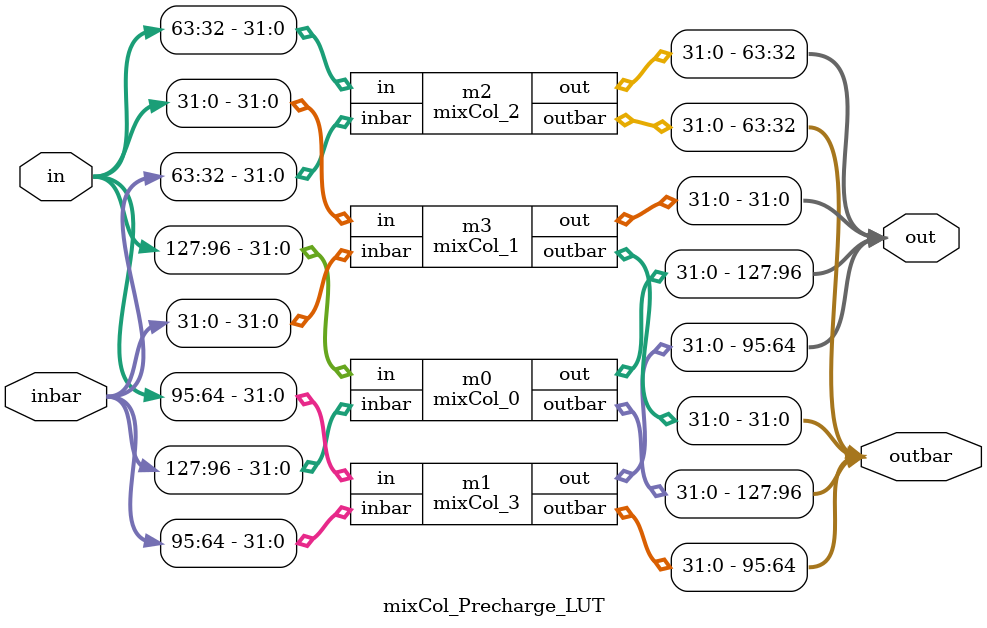
<source format=v>
`timescale 1ns / 1ps


module scale2_0 ( in, inbar, out, outbar );

  input wire [7:0] in;
  input wire [7:0] inbar;
//input_done

  output wire [7:0] out;
  output wire [7:0] outbar;
//output_done

  wire in_0;
  wire in_6;
  wire in_5;
  wire in_4;
  wire in_1;
  wire in_7;
  wire n11;
  wire n12;
  wire n13;
  wire n14;
  wire n15;
  wire n16;
  wire n17;
  wire n18;
  wire n19;
  wire n20;
  wire in_0bar;
  wire in_6bar;
  wire in_5bar;
  wire in_4bar;
  wire in_1bar;
  wire in_7bar;
  wire n11bar;
  wire n12bar;
  wire n13bar;
  wire n14bar;
  wire n15bar;
  wire n16bar;
  wire n17bar;
  wire n18bar;
  wire n19bar;
  wire n20bar;
//wire_done

  assign in_0 = in[0];
  assign out[7] = in_6;
  assign in_6  = in[6];
  assign out[6] = in_5;
  assign in_5  = in[5];
  assign out[5] = in_4;
  assign in_4  = in[4];
  assign out[2] = in_1;
  assign in_1  = in[1];
  assign out[0] = in_7;
  assign in_7  = in[7];
  assign in_0bar = inbar[0];
  assign outbar[7] = in_6bar;
  assign in_6bar = inbar[6];
  assign outbar[6] = in_5bar;
  assign in_5bar = inbar[5];
  assign outbar[5] = in_4bar;
  assign in_4bar = inbar[4];
  assign outbar[2] = in_1bar;
  assign in_1bar = inbar[1];
  assign outbar[0] = in_7bar;
  assign in_7bar = inbar[7];
//assign_done

  assign n20bar = in_7;
  assign n20 = in_7bar;
  assign n19bar = in[3];
  assign n19 = inbar[3];
  assign n18bar = in[2];
  assign n18 = inbar[2];
  assign n17bar = in_0;
  assign n17 = in_0bar;
  //OR U5
  LUT2 #(
    .INIT(4'he)
  ) LUT2_U5 (
    .O(out[4]),
    .I0(n16),
    .I1(n15)
  );
  //AND U5bar
  LUT2 #(
    .INIT(4'h8)
  ) LUT2_U5bar (
    .O(outbar[4]),
    .I0(n16bar),
    .I1(n15bar)
  );
  //AND U6
  LUT2 #(
    .INIT(4'h8)
  ) LUT2_U6 (
    .O(n15),
    .I0(in[3]),
    .I1(n20)
  );
  //OR U6bar
  LUT2 #(
    .INIT(4'he)
  ) LUT2_U6bar (
    .O(n15bar),
    .I0(inbar[3]),
    .I1(n20bar)
  );
  //AND U7
  LUT2 #(
    .INIT(4'h8)
  ) LUT2_U7 (
    .O(n16),
    .I0(in_7),
    .I1(n19)
  );
  //OR U7bar
  LUT2 #(
    .INIT(4'he)
  ) LUT2_U7bar (
    .O(n16bar),
    .I0(in_7bar),
    .I1(n19bar)
  );
  //OR U8
  LUT2 #(
    .INIT(4'he)
  ) LUT2_U8 (
    .O(out[3]),
    .I0(n14),
    .I1(n13)
  );
  //AND U8bar
  LUT2 #(
    .INIT(4'h8)
  ) LUT2_U8bar (
    .O(outbar[3]),
    .I0(n14bar),
    .I1(n13bar)
  );
  //AND U9
  LUT2 #(
    .INIT(4'h8)
  ) LUT2_U9 (
    .O(n13),
    .I0(in[2]),
    .I1(n20)
  );
  //OR U9bar
  LUT2 #(
    .INIT(4'he)
  ) LUT2_U9bar (
    .O(n13bar),
    .I0(inbar[2]),
    .I1(n20bar)
  );
  //AND U10
  LUT2 #(
    .INIT(4'h8)
  ) LUT2_U10 (
    .O(n14),
    .I0(in_7),
    .I1(n18)
  );
  //OR U10bar
  LUT2 #(
    .INIT(4'he)
  ) LUT2_U10bar (
    .O(n14bar),
    .I0(in_7bar),
    .I1(n18bar)
  );
  //OR U11
  LUT2 #(
    .INIT(4'he)
  ) LUT2_U11 (
    .O(out[1]),
    .I0(n12),
    .I1(n11)
  );
  //AND U11bar
  LUT2 #(
    .INIT(4'h8)
  ) LUT2_U11bar (
    .O(outbar[1]),
    .I0(n12bar),
    .I1(n11bar)
  );
  //AND U12
  LUT2 #(
    .INIT(4'h8)
  ) LUT2_U12 (
    .O(n11),
    .I0(in_0),
    .I1(n20)
  );
  //OR U12bar
  LUT2 #(
    .INIT(4'he)
  ) LUT2_U12bar (
    .O(n11bar),
    .I0(in_0bar),
    .I1(n20bar)
  );
  //AND U13
  LUT2 #(
    .INIT(4'h8)
  ) LUT2_U13 (
    .O(n12),
    .I0(in_7),
    .I1(n17)
  );
  //OR U13bar
  LUT2 #(
    .INIT(4'he)
  ) LUT2_U13bar (
    .O(n12bar),
    .I0(in_7bar),
    .I1(n17bar)
  );
endmodule

module byteXor_0 ( a, abar, b, bbar, y, ybar );

  input wire [7:0] a;
  input wire [7:0] b;
  input wire [7:0] abar;
  input wire [7:0] bbar;
//input_done

  output wire [7:0] y;
  output wire [7:0] ybar;
//output_done

  wire n33;
  wire n34;
  wire n35;
  wire n36;
  wire n37;
  wire n38;
  wire n39;
  wire n40;
  wire n41;
  wire n42;
  wire n43;
  wire n44;
  wire n45;
  wire n46;
  wire n47;
  wire n48;
  wire n49;
  wire n50;
  wire n51;
  wire n52;
  wire n53;
  wire n54;
  wire n55;
  wire n56;
  wire n57;
  wire n58;
  wire n59;
  wire n60;
  wire n61;
  wire n62;
  wire n63;
  wire n64;
  wire n33bar;
  wire n34bar;
  wire n35bar;
  wire n36bar;
  wire n37bar;
  wire n38bar;
  wire n39bar;
  wire n40bar;
  wire n41bar;
  wire n42bar;
  wire n43bar;
  wire n44bar;
  wire n45bar;
  wire n46bar;
  wire n47bar;
  wire n48bar;
  wire n49bar;
  wire n50bar;
  wire n51bar;
  wire n52bar;
  wire n53bar;
  wire n54bar;
  wire n55bar;
  wire n56bar;
  wire n57bar;
  wire n58bar;
  wire n59bar;
  wire n60bar;
  wire n61bar;
  wire n62bar;
  wire n63bar;
  wire n64bar;
//wire_done

 //assign_done

  assign n64bar = n47;
  assign n64 = n47bar;
  assign n63bar = a[7];
  assign n63 = abar[7];
  assign n62bar = n45;
  assign n62 = n45bar;
  assign n61bar = a[6];
  assign n61 = abar[6];
  assign n60bar = n43;
  assign n60 = n43bar;
  assign n59bar = a[5];
  assign n59 = abar[5];
  assign n58bar = n41;
  assign n58 = n41bar;
  assign n57bar = a[4];
  assign n57 = abar[4];
  assign n56bar = n39;
  assign n56 = n39bar;
  assign n55bar = a[3];
  assign n55 = abar[3];
  assign n54bar = n37;
  assign n54 = n37bar;
  assign n53bar = a[2];
  assign n53 = abar[2];
  assign n52bar = n35;
  assign n52 = n35bar;
  assign n51bar = a[1];
  assign n51 = abar[1];
  assign n50bar = n33;
  assign n50 = n33bar;
  assign n49bar = a[0];
  assign n49 = abar[0];
  //OR U17
  LUT2 #(
    .INIT(4'he)
  ) LUT2_U17 (
    .O(y[7]),
    .I0(n48),
    .I1(n64)
  );
  //AND U17bar
  LUT2 #(
    .INIT(4'h8)
  ) LUT2_U17bar (
    .O(ybar[7]),
    .I0(n48bar),
    .I1(n64bar)
  );
  //OR U18
  LUT2 #(
    .INIT(4'he)
  ) LUT2_U18 (
    .O(n47),
    .I0(n63),
    .I1(b[7])
  );
  //AND U18bar
  LUT2 #(
    .INIT(4'h8)
  ) LUT2_U18bar (
    .O(n47bar),
    .I0(n63bar),
    .I1(bbar[7])
  );
  //AND U19
  LUT2 #(
    .INIT(4'h8)
  ) LUT2_U19 (
    .O(n48),
    .I0(b[7]),
    .I1(n63)
  );
  //OR U19bar
  LUT2 #(
    .INIT(4'he)
  ) LUT2_U19bar (
    .O(n48bar),
    .I0(bbar[7]),
    .I1(n63bar)
  );
  //OR U20
  LUT2 #(
    .INIT(4'he)
  ) LUT2_U20 (
    .O(y[6]),
    .I0(n46),
    .I1(n62)
  );
  //AND U20bar
  LUT2 #(
    .INIT(4'h8)
  ) LUT2_U20bar (
    .O(ybar[6]),
    .I0(n46bar),
    .I1(n62bar)
  );
  //OR U21
  LUT2 #(
    .INIT(4'he)
  ) LUT2_U21 (
    .O(n45),
    .I0(n61),
    .I1(b[6])
  );
  //AND U21bar
  LUT2 #(
    .INIT(4'h8)
  ) LUT2_U21bar (
    .O(n45bar),
    .I0(n61bar),
    .I1(bbar[6])
  );
  //AND U22
  LUT2 #(
    .INIT(4'h8)
  ) LUT2_U22 (
    .O(n46),
    .I0(b[6]),
    .I1(n61)
  );
  //OR U22bar
  LUT2 #(
    .INIT(4'he)
  ) LUT2_U22bar (
    .O(n46bar),
    .I0(bbar[6]),
    .I1(n61bar)
  );
  //OR U23
  LUT2 #(
    .INIT(4'he)
  ) LUT2_U23 (
    .O(y[5]),
    .I0(n44),
    .I1(n60)
  );
  //AND U23bar
  LUT2 #(
    .INIT(4'h8)
  ) LUT2_U23bar (
    .O(ybar[5]),
    .I0(n44bar),
    .I1(n60bar)
  );
  //OR U24
  LUT2 #(
    .INIT(4'he)
  ) LUT2_U24 (
    .O(n43),
    .I0(n59),
    .I1(b[5])
  );
  //AND U24bar
  LUT2 #(
    .INIT(4'h8)
  ) LUT2_U24bar (
    .O(n43bar),
    .I0(n59bar),
    .I1(bbar[5])
  );
  //AND U25
  LUT2 #(
    .INIT(4'h8)
  ) LUT2_U25 (
    .O(n44),
    .I0(b[5]),
    .I1(n59)
  );
  //OR U25bar
  LUT2 #(
    .INIT(4'he)
  ) LUT2_U25bar (
    .O(n44bar),
    .I0(bbar[5]),
    .I1(n59bar)
  );
  //OR U26
  LUT2 #(
    .INIT(4'he)
  ) LUT2_U26 (
    .O(y[4]),
    .I0(n42),
    .I1(n58)
  );
  //AND U26bar
  LUT2 #(
    .INIT(4'h8)
  ) LUT2_U26bar (
    .O(ybar[4]),
    .I0(n42bar),
    .I1(n58bar)
  );
  //OR U27
  LUT2 #(
    .INIT(4'he)
  ) LUT2_U27 (
    .O(n41),
    .I0(n57),
    .I1(b[4])
  );
  //AND U27bar
  LUT2 #(
    .INIT(4'h8)
  ) LUT2_U27bar (
    .O(n41bar),
    .I0(n57bar),
    .I1(bbar[4])
  );
  //AND U28
  LUT2 #(
    .INIT(4'h8)
  ) LUT2_U28 (
    .O(n42),
    .I0(b[4]),
    .I1(n57)
  );
  //OR U28bar
  LUT2 #(
    .INIT(4'he)
  ) LUT2_U28bar (
    .O(n42bar),
    .I0(bbar[4]),
    .I1(n57bar)
  );
  //OR U29
  LUT2 #(
    .INIT(4'he)
  ) LUT2_U29 (
    .O(y[3]),
    .I0(n40),
    .I1(n56)
  );
  //AND U29bar
  LUT2 #(
    .INIT(4'h8)
  ) LUT2_U29bar (
    .O(ybar[3]),
    .I0(n40bar),
    .I1(n56bar)
  );
  //OR U30
  LUT2 #(
    .INIT(4'he)
  ) LUT2_U30 (
    .O(n39),
    .I0(n55),
    .I1(b[3])
  );
  //AND U30bar
  LUT2 #(
    .INIT(4'h8)
  ) LUT2_U30bar (
    .O(n39bar),
    .I0(n55bar),
    .I1(bbar[3])
  );
  //AND U31
  LUT2 #(
    .INIT(4'h8)
  ) LUT2_U31 (
    .O(n40),
    .I0(b[3]),
    .I1(n55)
  );
  //OR U31bar
  LUT2 #(
    .INIT(4'he)
  ) LUT2_U31bar (
    .O(n40bar),
    .I0(bbar[3]),
    .I1(n55bar)
  );
  //OR U32
  LUT2 #(
    .INIT(4'he)
  ) LUT2_U32 (
    .O(y[2]),
    .I0(n38),
    .I1(n54)
  );
  //AND U32bar
  LUT2 #(
    .INIT(4'h8)
  ) LUT2_U32bar (
    .O(ybar[2]),
    .I0(n38bar),
    .I1(n54bar)
  );
  //OR U33
  LUT2 #(
    .INIT(4'he)
  ) LUT2_U33 (
    .O(n37),
    .I0(n53),
    .I1(b[2])
  );
  //AND U33bar
  LUT2 #(
    .INIT(4'h8)
  ) LUT2_U33bar (
    .O(n37bar),
    .I0(n53bar),
    .I1(bbar[2])
  );
  //AND U34
  LUT2 #(
    .INIT(4'h8)
  ) LUT2_U34 (
    .O(n38),
    .I0(b[2]),
    .I1(n53)
  );
  //OR U34bar
  LUT2 #(
    .INIT(4'he)
  ) LUT2_U34bar (
    .O(n38bar),
    .I0(bbar[2]),
    .I1(n53bar)
  );
  //OR U35
  LUT2 #(
    .INIT(4'he)
  ) LUT2_U35 (
    .O(y[1]),
    .I0(n36),
    .I1(n52)
  );
  //AND U35bar
  LUT2 #(
    .INIT(4'h8)
  ) LUT2_U35bar (
    .O(ybar[1]),
    .I0(n36bar),
    .I1(n52bar)
  );
  //OR U36
  LUT2 #(
    .INIT(4'he)
  ) LUT2_U36 (
    .O(n35),
    .I0(n51),
    .I1(b[1])
  );
  //AND U36bar
  LUT2 #(
    .INIT(4'h8)
  ) LUT2_U36bar (
    .O(n35bar),
    .I0(n51bar),
    .I1(bbar[1])
  );
  //AND U37
  LUT2 #(
    .INIT(4'h8)
  ) LUT2_U37 (
    .O(n36),
    .I0(b[1]),
    .I1(n51)
  );
  //OR U37bar
  LUT2 #(
    .INIT(4'he)
  ) LUT2_U37bar (
    .O(n36bar),
    .I0(bbar[1]),
    .I1(n51bar)
  );
  //OR U38
  LUT2 #(
    .INIT(4'he)
  ) LUT2_U38 (
    .O(y[0]),
    .I0(n34),
    .I1(n50)
  );
  //AND U38bar
  LUT2 #(
    .INIT(4'h8)
  ) LUT2_U38bar (
    .O(ybar[0]),
    .I0(n34bar),
    .I1(n50bar)
  );
  //OR U39
  LUT2 #(
    .INIT(4'he)
  ) LUT2_U39 (
    .O(n33),
    .I0(n49),
    .I1(b[0])
  );
  //AND U39bar
  LUT2 #(
    .INIT(4'h8)
  ) LUT2_U39bar (
    .O(n33bar),
    .I0(n49bar),
    .I1(bbar[0])
  );
  //AND U40
  LUT2 #(
    .INIT(4'h8)
  ) LUT2_U40 (
    .O(n34),
    .I0(b[0]),
    .I1(n49)
  );
  //OR U40bar
  LUT2 #(
    .INIT(4'he)
  ) LUT2_U40bar (
    .O(n34bar),
    .I0(bbar[0]),
    .I1(n49bar)
  );
endmodule

module byteXor4_0 ( a, abar, b, bbar, c, cbar, d, dbar, y, ybar );

  input wire [7:0] a;
  input wire [7:0] b;
  input wire [7:0] c;
  input wire [7:0] d;
  input wire [7:0] abar;
  input wire [7:0] bbar;
  input wire [7:0] cbar;
  input wire [7:0] dbar;
//input_done

  output wire [7:0] y;
  output wire [7:0] ybar;
//output_done

  wire n113;
  wire n114;
  wire n115;
  wire n116;
  wire n117;
  wire n118;
  wire n119;
  wire n120;
  wire n121;
  wire n122;
  wire n123;
  wire n124;
  wire n125;
  wire n126;
  wire n127;
  wire n128;
  wire n129;
  wire n130;
  wire n131;
  wire n132;
  wire n133;
  wire n134;
  wire n135;
  wire n136;
  wire n137;
  wire n138;
  wire n139;
  wire n140;
  wire n141;
  wire n142;
  wire n143;
  wire n144;
  wire n145;
  wire n146;
  wire n147;
  wire n148;
  wire n149;
  wire n150;
  wire n151;
  wire n152;
  wire n153;
  wire n154;
  wire n155;
  wire n156;
  wire n157;
  wire n158;
  wire n159;
  wire n160;
  wire n161;
  wire n162;
  wire n163;
  wire n164;
  wire n165;
  wire n166;
  wire n167;
  wire n168;
  wire n169;
  wire n170;
  wire n171;
  wire n172;
  wire n173;
  wire n174;
  wire n175;
  wire n176;
  wire n177;
  wire n178;
  wire n179;
  wire n180;
  wire n181;
  wire n182;
  wire n183;
  wire n184;
  wire n185;
  wire n186;
  wire n187;
  wire n188;
  wire n189;
  wire n190;
  wire n191;
  wire n192;
  wire n193;
  wire n194;
  wire n195;
  wire n196;
  wire n197;
  wire n198;
  wire n199;
  wire n200;
  wire n201;
  wire n202;
  wire n203;
  wire n204;
  wire n205;
  wire n206;
  wire n207;
  wire n208;
  wire n209;
  wire n210;
  wire n211;
  wire n212;
  wire n213;
  wire n214;
  wire n215;
  wire n216;
  wire n217;
  wire n218;
  wire n219;
  wire n220;
  wire n221;
  wire n222;
  wire n223;
  wire n224;
  wire n113bar;
  wire n114bar;
  wire n115bar;
  wire n116bar;
  wire n117bar;
  wire n118bar;
  wire n119bar;
  wire n120bar;
  wire n121bar;
  wire n122bar;
  wire n123bar;
  wire n124bar;
  wire n125bar;
  wire n126bar;
  wire n127bar;
  wire n128bar;
  wire n129bar;
  wire n130bar;
  wire n131bar;
  wire n132bar;
  wire n133bar;
  wire n134bar;
  wire n135bar;
  wire n136bar;
  wire n137bar;
  wire n138bar;
  wire n139bar;
  wire n140bar;
  wire n141bar;
  wire n142bar;
  wire n143bar;
  wire n144bar;
  wire n145bar;
  wire n146bar;
  wire n147bar;
  wire n148bar;
  wire n149bar;
  wire n150bar;
  wire n151bar;
  wire n152bar;
  wire n153bar;
  wire n154bar;
  wire n155bar;
  wire n156bar;
  wire n157bar;
  wire n158bar;
  wire n159bar;
  wire n160bar;
  wire n161bar;
  wire n162bar;
  wire n163bar;
  wire n164bar;
  wire n165bar;
  wire n166bar;
  wire n167bar;
  wire n168bar;
  wire n169bar;
  wire n170bar;
  wire n171bar;
  wire n172bar;
  wire n173bar;
  wire n174bar;
  wire n175bar;
  wire n176bar;
  wire n177bar;
  wire n178bar;
  wire n179bar;
  wire n180bar;
  wire n181bar;
  wire n182bar;
  wire n183bar;
  wire n184bar;
  wire n185bar;
  wire n186bar;
  wire n187bar;
  wire n188bar;
  wire n189bar;
  wire n190bar;
  wire n191bar;
  wire n192bar;
  wire n193bar;
  wire n194bar;
  wire n195bar;
  wire n196bar;
  wire n197bar;
  wire n198bar;
  wire n199bar;
  wire n200bar;
  wire n201bar;
  wire n202bar;
  wire n203bar;
  wire n204bar;
  wire n205bar;
  wire n206bar;
  wire n207bar;
  wire n208bar;
  wire n209bar;
  wire n210bar;
  wire n211bar;
  wire n212bar;
  wire n213bar;
  wire n214bar;
  wire n215bar;
  wire n216bar;
  wire n217bar;
  wire n218bar;
  wire n219bar;
  wire n220bar;
  wire n221bar;
  wire n222bar;
  wire n223bar;
  wire n224bar;
//wire_done

 //assign_done

  assign n224bar = n175;
  assign n224 = n175bar;
  assign n223bar = a[7];
  assign n223 = abar[7];
  assign n222bar = n167;
  assign n222 = n167bar;
  assign n221bar = a[6];
  assign n221 = abar[6];
  assign n220bar = n159;
  assign n220 = n159bar;
  assign n219bar = a[5];
  assign n219 = abar[5];
  assign n218bar = n151;
  assign n218 = n151bar;
  assign n217bar = a[4];
  assign n217 = abar[4];
  assign n216bar = n143;
  assign n216 = n143bar;
  assign n215bar = a[3];
  assign n215 = abar[3];
  assign n214bar = n135;
  assign n214 = n135bar;
  assign n213bar = a[2];
  assign n213 = abar[2];
  assign n212bar = n127;
  assign n212 = n127bar;
  assign n211bar = a[1];
  assign n211 = abar[1];
  assign n210bar = n119;
  assign n210 = n119bar;
  assign n209bar = a[0];
  assign n209 = abar[0];
  assign n208bar = b[7];
  assign n208 = bbar[7];
  assign n207bar = b[6];
  assign n207 = bbar[6];
  assign n206bar = b[5];
  assign n206 = bbar[5];
  assign n205bar = b[4];
  assign n205 = bbar[4];
  assign n204bar = b[3];
  assign n204 = bbar[3];
  assign n203bar = b[2];
  assign n203 = bbar[2];
  assign n202bar = b[1];
  assign n202 = bbar[1];
  assign n201bar = b[0];
  assign n201 = bbar[0];
  assign n200bar = n171;
  assign n200 = n171bar;
  assign n199bar = c[7];
  assign n199 = cbar[7];
  assign n198bar = n163;
  assign n198 = n163bar;
  assign n197bar = c[6];
  assign n197 = cbar[6];
  assign n196bar = n155;
  assign n196 = n155bar;
  assign n195bar = c[5];
  assign n195 = cbar[5];
  assign n194bar = n147;
  assign n194 = n147bar;
  assign n193bar = c[4];
  assign n193 = cbar[4];
  assign n192bar = n139;
  assign n192 = n139bar;
  assign n191bar = c[3];
  assign n191 = cbar[3];
  assign n190bar = n131;
  assign n190 = n131bar;
  assign n189bar = c[2];
  assign n189 = cbar[2];
  assign n188bar = n123;
  assign n188 = n123bar;
  assign n187bar = c[1];
  assign n187 = cbar[1];
  assign n186bar = n115;
  assign n186 = n115bar;
  assign n185bar = c[0];
  assign n185 = cbar[0];
  assign n184bar = d[7];
  assign n184 = dbar[7];
  assign n183bar = d[6];
  assign n183 = dbar[6];
  assign n182bar = d[5];
  assign n182 = dbar[5];
  assign n181bar = d[4];
  assign n181 = dbar[4];
  assign n180bar = d[3];
  assign n180 = dbar[3];
  assign n179bar = d[2];
  assign n179 = dbar[2];
  assign n178bar = d[1];
  assign n178 = dbar[1];
  assign n177bar = d[0];
  assign n177 = dbar[0];
  //OR U49
  LUT2 #(
    .INIT(4'he)
  ) LUT2_U49 (
    .O(y[7]),
    .I0(n176),
    .I1(n224)
  );
  //AND U49bar
  LUT2 #(
    .INIT(4'h8)
  ) LUT2_U49bar (
    .O(ybar[7]),
    .I0(n176bar),
    .I1(n224bar)
  );
  //OR U50
  LUT2 #(
    .INIT(4'he)
  ) LUT2_U50 (
    .O(n175),
    .I0(n174),
    .I1(n200)
  );
  //AND U50bar
  LUT2 #(
    .INIT(4'h8)
  ) LUT2_U50bar (
    .O(n175bar),
    .I0(n174bar),
    .I1(n200bar)
  );
  //AND U51
  LUT2 #(
    .INIT(4'h8)
  ) LUT2_U51 (
    .O(n176),
    .I0(n200),
    .I1(n174)
  );
  //OR U51bar
  LUT2 #(
    .INIT(4'he)
  ) LUT2_U51bar (
    .O(n176bar),
    .I0(n200bar),
    .I1(n174bar)
  );
  //AND U52
  LUT2 #(
    .INIT(4'h8)
  ) LUT2_U52 (
    .O(n174),
    .I0(n173),
    .I1(n172)
  );
  //OR U52bar
  LUT2 #(
    .INIT(4'he)
  ) LUT2_U52bar (
    .O(n174bar),
    .I0(n173bar),
    .I1(n172bar)
  );
  //OR U53
  LUT2 #(
    .INIT(4'he)
  ) LUT2_U53 (
    .O(n172),
    .I0(n223),
    .I1(b[7])
  );
  //AND U53bar
  LUT2 #(
    .INIT(4'h8)
  ) LUT2_U53bar (
    .O(n172bar),
    .I0(n223bar),
    .I1(bbar[7])
  );
  //OR U54
  LUT2 #(
    .INIT(4'he)
  ) LUT2_U54 (
    .O(n173),
    .I0(n208),
    .I1(a[7])
  );
  //AND U54bar
  LUT2 #(
    .INIT(4'h8)
  ) LUT2_U54bar (
    .O(n173bar),
    .I0(n208bar),
    .I1(abar[7])
  );
  //AND U55
  LUT2 #(
    .INIT(4'h8)
  ) LUT2_U55 (
    .O(n171),
    .I0(n170),
    .I1(n169)
  );
  //OR U55bar
  LUT2 #(
    .INIT(4'he)
  ) LUT2_U55bar (
    .O(n171bar),
    .I0(n170bar),
    .I1(n169bar)
  );
  //OR U56
  LUT2 #(
    .INIT(4'he)
  ) LUT2_U56 (
    .O(n169),
    .I0(n199),
    .I1(d[7])
  );
  //AND U56bar
  LUT2 #(
    .INIT(4'h8)
  ) LUT2_U56bar (
    .O(n169bar),
    .I0(n199bar),
    .I1(dbar[7])
  );
  //OR U57
  LUT2 #(
    .INIT(4'he)
  ) LUT2_U57 (
    .O(n170),
    .I0(n184),
    .I1(c[7])
  );
  //AND U57bar
  LUT2 #(
    .INIT(4'h8)
  ) LUT2_U57bar (
    .O(n170bar),
    .I0(n184bar),
    .I1(cbar[7])
  );
  //OR U58
  LUT2 #(
    .INIT(4'he)
  ) LUT2_U58 (
    .O(y[6]),
    .I0(n168),
    .I1(n222)
  );
  //AND U58bar
  LUT2 #(
    .INIT(4'h8)
  ) LUT2_U58bar (
    .O(ybar[6]),
    .I0(n168bar),
    .I1(n222bar)
  );
  //OR U59
  LUT2 #(
    .INIT(4'he)
  ) LUT2_U59 (
    .O(n167),
    .I0(n166),
    .I1(n198)
  );
  //AND U59bar
  LUT2 #(
    .INIT(4'h8)
  ) LUT2_U59bar (
    .O(n167bar),
    .I0(n166bar),
    .I1(n198bar)
  );
  //AND U60
  LUT2 #(
    .INIT(4'h8)
  ) LUT2_U60 (
    .O(n168),
    .I0(n198),
    .I1(n166)
  );
  //OR U60bar
  LUT2 #(
    .INIT(4'he)
  ) LUT2_U60bar (
    .O(n168bar),
    .I0(n198bar),
    .I1(n166bar)
  );
  //AND U61
  LUT2 #(
    .INIT(4'h8)
  ) LUT2_U61 (
    .O(n166),
    .I0(n165),
    .I1(n164)
  );
  //OR U61bar
  LUT2 #(
    .INIT(4'he)
  ) LUT2_U61bar (
    .O(n166bar),
    .I0(n165bar),
    .I1(n164bar)
  );
  //OR U62
  LUT2 #(
    .INIT(4'he)
  ) LUT2_U62 (
    .O(n164),
    .I0(n221),
    .I1(b[6])
  );
  //AND U62bar
  LUT2 #(
    .INIT(4'h8)
  ) LUT2_U62bar (
    .O(n164bar),
    .I0(n221bar),
    .I1(bbar[6])
  );
  //OR U63
  LUT2 #(
    .INIT(4'he)
  ) LUT2_U63 (
    .O(n165),
    .I0(n207),
    .I1(a[6])
  );
  //AND U63bar
  LUT2 #(
    .INIT(4'h8)
  ) LUT2_U63bar (
    .O(n165bar),
    .I0(n207bar),
    .I1(abar[6])
  );
  //AND U64
  LUT2 #(
    .INIT(4'h8)
  ) LUT2_U64 (
    .O(n163),
    .I0(n162),
    .I1(n161)
  );
  //OR U64bar
  LUT2 #(
    .INIT(4'he)
  ) LUT2_U64bar (
    .O(n163bar),
    .I0(n162bar),
    .I1(n161bar)
  );
  //OR U65
  LUT2 #(
    .INIT(4'he)
  ) LUT2_U65 (
    .O(n161),
    .I0(n197),
    .I1(d[6])
  );
  //AND U65bar
  LUT2 #(
    .INIT(4'h8)
  ) LUT2_U65bar (
    .O(n161bar),
    .I0(n197bar),
    .I1(dbar[6])
  );
  //OR U66
  LUT2 #(
    .INIT(4'he)
  ) LUT2_U66 (
    .O(n162),
    .I0(n183),
    .I1(c[6])
  );
  //AND U66bar
  LUT2 #(
    .INIT(4'h8)
  ) LUT2_U66bar (
    .O(n162bar),
    .I0(n183bar),
    .I1(cbar[6])
  );
  //OR U67
  LUT2 #(
    .INIT(4'he)
  ) LUT2_U67 (
    .O(y[5]),
    .I0(n160),
    .I1(n220)
  );
  //AND U67bar
  LUT2 #(
    .INIT(4'h8)
  ) LUT2_U67bar (
    .O(ybar[5]),
    .I0(n160bar),
    .I1(n220bar)
  );
  //OR U68
  LUT2 #(
    .INIT(4'he)
  ) LUT2_U68 (
    .O(n159),
    .I0(n158),
    .I1(n196)
  );
  //AND U68bar
  LUT2 #(
    .INIT(4'h8)
  ) LUT2_U68bar (
    .O(n159bar),
    .I0(n158bar),
    .I1(n196bar)
  );
  //AND U69
  LUT2 #(
    .INIT(4'h8)
  ) LUT2_U69 (
    .O(n160),
    .I0(n196),
    .I1(n158)
  );
  //OR U69bar
  LUT2 #(
    .INIT(4'he)
  ) LUT2_U69bar (
    .O(n160bar),
    .I0(n196bar),
    .I1(n158bar)
  );
  //AND U70
  LUT2 #(
    .INIT(4'h8)
  ) LUT2_U70 (
    .O(n158),
    .I0(n157),
    .I1(n156)
  );
  //OR U70bar
  LUT2 #(
    .INIT(4'he)
  ) LUT2_U70bar (
    .O(n158bar),
    .I0(n157bar),
    .I1(n156bar)
  );
  //OR U71
  LUT2 #(
    .INIT(4'he)
  ) LUT2_U71 (
    .O(n156),
    .I0(n219),
    .I1(b[5])
  );
  //AND U71bar
  LUT2 #(
    .INIT(4'h8)
  ) LUT2_U71bar (
    .O(n156bar),
    .I0(n219bar),
    .I1(bbar[5])
  );
  //OR U72
  LUT2 #(
    .INIT(4'he)
  ) LUT2_U72 (
    .O(n157),
    .I0(n206),
    .I1(a[5])
  );
  //AND U72bar
  LUT2 #(
    .INIT(4'h8)
  ) LUT2_U72bar (
    .O(n157bar),
    .I0(n206bar),
    .I1(abar[5])
  );
  //AND U73
  LUT2 #(
    .INIT(4'h8)
  ) LUT2_U73 (
    .O(n155),
    .I0(n154),
    .I1(n153)
  );
  //OR U73bar
  LUT2 #(
    .INIT(4'he)
  ) LUT2_U73bar (
    .O(n155bar),
    .I0(n154bar),
    .I1(n153bar)
  );
  //OR U74
  LUT2 #(
    .INIT(4'he)
  ) LUT2_U74 (
    .O(n153),
    .I0(n195),
    .I1(d[5])
  );
  //AND U74bar
  LUT2 #(
    .INIT(4'h8)
  ) LUT2_U74bar (
    .O(n153bar),
    .I0(n195bar),
    .I1(dbar[5])
  );
  //OR U75
  LUT2 #(
    .INIT(4'he)
  ) LUT2_U75 (
    .O(n154),
    .I0(n182),
    .I1(c[5])
  );
  //AND U75bar
  LUT2 #(
    .INIT(4'h8)
  ) LUT2_U75bar (
    .O(n154bar),
    .I0(n182bar),
    .I1(cbar[5])
  );
  //OR U76
  LUT2 #(
    .INIT(4'he)
  ) LUT2_U76 (
    .O(y[4]),
    .I0(n152),
    .I1(n218)
  );
  //AND U76bar
  LUT2 #(
    .INIT(4'h8)
  ) LUT2_U76bar (
    .O(ybar[4]),
    .I0(n152bar),
    .I1(n218bar)
  );
  //OR U77
  LUT2 #(
    .INIT(4'he)
  ) LUT2_U77 (
    .O(n151),
    .I0(n150),
    .I1(n194)
  );
  //AND U77bar
  LUT2 #(
    .INIT(4'h8)
  ) LUT2_U77bar (
    .O(n151bar),
    .I0(n150bar),
    .I1(n194bar)
  );
  //AND U78
  LUT2 #(
    .INIT(4'h8)
  ) LUT2_U78 (
    .O(n152),
    .I0(n194),
    .I1(n150)
  );
  //OR U78bar
  LUT2 #(
    .INIT(4'he)
  ) LUT2_U78bar (
    .O(n152bar),
    .I0(n194bar),
    .I1(n150bar)
  );
  //AND U79
  LUT2 #(
    .INIT(4'h8)
  ) LUT2_U79 (
    .O(n150),
    .I0(n149),
    .I1(n148)
  );
  //OR U79bar
  LUT2 #(
    .INIT(4'he)
  ) LUT2_U79bar (
    .O(n150bar),
    .I0(n149bar),
    .I1(n148bar)
  );
  //OR U80
  LUT2 #(
    .INIT(4'he)
  ) LUT2_U80 (
    .O(n148),
    .I0(n217),
    .I1(b[4])
  );
  //AND U80bar
  LUT2 #(
    .INIT(4'h8)
  ) LUT2_U80bar (
    .O(n148bar),
    .I0(n217bar),
    .I1(bbar[4])
  );
  //OR U81
  LUT2 #(
    .INIT(4'he)
  ) LUT2_U81 (
    .O(n149),
    .I0(n205),
    .I1(a[4])
  );
  //AND U81bar
  LUT2 #(
    .INIT(4'h8)
  ) LUT2_U81bar (
    .O(n149bar),
    .I0(n205bar),
    .I1(abar[4])
  );
  //AND U82
  LUT2 #(
    .INIT(4'h8)
  ) LUT2_U82 (
    .O(n147),
    .I0(n146),
    .I1(n145)
  );
  //OR U82bar
  LUT2 #(
    .INIT(4'he)
  ) LUT2_U82bar (
    .O(n147bar),
    .I0(n146bar),
    .I1(n145bar)
  );
  //OR U83
  LUT2 #(
    .INIT(4'he)
  ) LUT2_U83 (
    .O(n145),
    .I0(n193),
    .I1(d[4])
  );
  //AND U83bar
  LUT2 #(
    .INIT(4'h8)
  ) LUT2_U83bar (
    .O(n145bar),
    .I0(n193bar),
    .I1(dbar[4])
  );
  //OR U84
  LUT2 #(
    .INIT(4'he)
  ) LUT2_U84 (
    .O(n146),
    .I0(n181),
    .I1(c[4])
  );
  //AND U84bar
  LUT2 #(
    .INIT(4'h8)
  ) LUT2_U84bar (
    .O(n146bar),
    .I0(n181bar),
    .I1(cbar[4])
  );
  //OR U85
  LUT2 #(
    .INIT(4'he)
  ) LUT2_U85 (
    .O(y[3]),
    .I0(n144),
    .I1(n216)
  );
  //AND U85bar
  LUT2 #(
    .INIT(4'h8)
  ) LUT2_U85bar (
    .O(ybar[3]),
    .I0(n144bar),
    .I1(n216bar)
  );
  //OR U86
  LUT2 #(
    .INIT(4'he)
  ) LUT2_U86 (
    .O(n143),
    .I0(n142),
    .I1(n192)
  );
  //AND U86bar
  LUT2 #(
    .INIT(4'h8)
  ) LUT2_U86bar (
    .O(n143bar),
    .I0(n142bar),
    .I1(n192bar)
  );
  //AND U87
  LUT2 #(
    .INIT(4'h8)
  ) LUT2_U87 (
    .O(n144),
    .I0(n192),
    .I1(n142)
  );
  //OR U87bar
  LUT2 #(
    .INIT(4'he)
  ) LUT2_U87bar (
    .O(n144bar),
    .I0(n192bar),
    .I1(n142bar)
  );
  //AND U88
  LUT2 #(
    .INIT(4'h8)
  ) LUT2_U88 (
    .O(n142),
    .I0(n141),
    .I1(n140)
  );
  //OR U88bar
  LUT2 #(
    .INIT(4'he)
  ) LUT2_U88bar (
    .O(n142bar),
    .I0(n141bar),
    .I1(n140bar)
  );
  //OR U89
  LUT2 #(
    .INIT(4'he)
  ) LUT2_U89 (
    .O(n140),
    .I0(n215),
    .I1(b[3])
  );
  //AND U89bar
  LUT2 #(
    .INIT(4'h8)
  ) LUT2_U89bar (
    .O(n140bar),
    .I0(n215bar),
    .I1(bbar[3])
  );
  //OR U90
  LUT2 #(
    .INIT(4'he)
  ) LUT2_U90 (
    .O(n141),
    .I0(n204),
    .I1(a[3])
  );
  //AND U90bar
  LUT2 #(
    .INIT(4'h8)
  ) LUT2_U90bar (
    .O(n141bar),
    .I0(n204bar),
    .I1(abar[3])
  );
  //AND U91
  LUT2 #(
    .INIT(4'h8)
  ) LUT2_U91 (
    .O(n139),
    .I0(n138),
    .I1(n137)
  );
  //OR U91bar
  LUT2 #(
    .INIT(4'he)
  ) LUT2_U91bar (
    .O(n139bar),
    .I0(n138bar),
    .I1(n137bar)
  );
  //OR U92
  LUT2 #(
    .INIT(4'he)
  ) LUT2_U92 (
    .O(n137),
    .I0(n191),
    .I1(d[3])
  );
  //AND U92bar
  LUT2 #(
    .INIT(4'h8)
  ) LUT2_U92bar (
    .O(n137bar),
    .I0(n191bar),
    .I1(dbar[3])
  );
  //OR U93
  LUT2 #(
    .INIT(4'he)
  ) LUT2_U93 (
    .O(n138),
    .I0(n180),
    .I1(c[3])
  );
  //AND U93bar
  LUT2 #(
    .INIT(4'h8)
  ) LUT2_U93bar (
    .O(n138bar),
    .I0(n180bar),
    .I1(cbar[3])
  );
  //OR U94
  LUT2 #(
    .INIT(4'he)
  ) LUT2_U94 (
    .O(y[2]),
    .I0(n136),
    .I1(n214)
  );
  //AND U94bar
  LUT2 #(
    .INIT(4'h8)
  ) LUT2_U94bar (
    .O(ybar[2]),
    .I0(n136bar),
    .I1(n214bar)
  );
  //OR U95
  LUT2 #(
    .INIT(4'he)
  ) LUT2_U95 (
    .O(n135),
    .I0(n134),
    .I1(n190)
  );
  //AND U95bar
  LUT2 #(
    .INIT(4'h8)
  ) LUT2_U95bar (
    .O(n135bar),
    .I0(n134bar),
    .I1(n190bar)
  );
  //AND U96
  LUT2 #(
    .INIT(4'h8)
  ) LUT2_U96 (
    .O(n136),
    .I0(n190),
    .I1(n134)
  );
  //OR U96bar
  LUT2 #(
    .INIT(4'he)
  ) LUT2_U96bar (
    .O(n136bar),
    .I0(n190bar),
    .I1(n134bar)
  );
  //AND U97
  LUT2 #(
    .INIT(4'h8)
  ) LUT2_U97 (
    .O(n134),
    .I0(n133),
    .I1(n132)
  );
  //OR U97bar
  LUT2 #(
    .INIT(4'he)
  ) LUT2_U97bar (
    .O(n134bar),
    .I0(n133bar),
    .I1(n132bar)
  );
  //OR U98
  LUT2 #(
    .INIT(4'he)
  ) LUT2_U98 (
    .O(n132),
    .I0(n213),
    .I1(b[2])
  );
  //AND U98bar
  LUT2 #(
    .INIT(4'h8)
  ) LUT2_U98bar (
    .O(n132bar),
    .I0(n213bar),
    .I1(bbar[2])
  );
  //OR U99
  LUT2 #(
    .INIT(4'he)
  ) LUT2_U99 (
    .O(n133),
    .I0(n203),
    .I1(a[2])
  );
  //AND U99bar
  LUT2 #(
    .INIT(4'h8)
  ) LUT2_U99bar (
    .O(n133bar),
    .I0(n203bar),
    .I1(abar[2])
  );
  //AND U100
  LUT2 #(
    .INIT(4'h8)
  ) LUT2_U100 (
    .O(n131),
    .I0(n130),
    .I1(n129)
  );
  //OR U100bar
  LUT2 #(
    .INIT(4'he)
  ) LUT2_U100bar (
    .O(n131bar),
    .I0(n130bar),
    .I1(n129bar)
  );
  //OR U101
  LUT2 #(
    .INIT(4'he)
  ) LUT2_U101 (
    .O(n129),
    .I0(n189),
    .I1(d[2])
  );
  //AND U101bar
  LUT2 #(
    .INIT(4'h8)
  ) LUT2_U101bar (
    .O(n129bar),
    .I0(n189bar),
    .I1(dbar[2])
  );
  //OR U102
  LUT2 #(
    .INIT(4'he)
  ) LUT2_U102 (
    .O(n130),
    .I0(n179),
    .I1(c[2])
  );
  //AND U102bar
  LUT2 #(
    .INIT(4'h8)
  ) LUT2_U102bar (
    .O(n130bar),
    .I0(n179bar),
    .I1(cbar[2])
  );
  //OR U103
  LUT2 #(
    .INIT(4'he)
  ) LUT2_U103 (
    .O(y[1]),
    .I0(n128),
    .I1(n212)
  );
  //AND U103bar
  LUT2 #(
    .INIT(4'h8)
  ) LUT2_U103bar (
    .O(ybar[1]),
    .I0(n128bar),
    .I1(n212bar)
  );
  //OR U104
  LUT2 #(
    .INIT(4'he)
  ) LUT2_U104 (
    .O(n127),
    .I0(n126),
    .I1(n188)
  );
  //AND U104bar
  LUT2 #(
    .INIT(4'h8)
  ) LUT2_U104bar (
    .O(n127bar),
    .I0(n126bar),
    .I1(n188bar)
  );
  //AND U105
  LUT2 #(
    .INIT(4'h8)
  ) LUT2_U105 (
    .O(n128),
    .I0(n188),
    .I1(n126)
  );
  //OR U105bar
  LUT2 #(
    .INIT(4'he)
  ) LUT2_U105bar (
    .O(n128bar),
    .I0(n188bar),
    .I1(n126bar)
  );
  //AND U106
  LUT2 #(
    .INIT(4'h8)
  ) LUT2_U106 (
    .O(n126),
    .I0(n125),
    .I1(n124)
  );
  //OR U106bar
  LUT2 #(
    .INIT(4'he)
  ) LUT2_U106bar (
    .O(n126bar),
    .I0(n125bar),
    .I1(n124bar)
  );
  //OR U107
  LUT2 #(
    .INIT(4'he)
  ) LUT2_U107 (
    .O(n124),
    .I0(n211),
    .I1(b[1])
  );
  //AND U107bar
  LUT2 #(
    .INIT(4'h8)
  ) LUT2_U107bar (
    .O(n124bar),
    .I0(n211bar),
    .I1(bbar[1])
  );
  //OR U108
  LUT2 #(
    .INIT(4'he)
  ) LUT2_U108 (
    .O(n125),
    .I0(n202),
    .I1(a[1])
  );
  //AND U108bar
  LUT2 #(
    .INIT(4'h8)
  ) LUT2_U108bar (
    .O(n125bar),
    .I0(n202bar),
    .I1(abar[1])
  );
  //AND U109
  LUT2 #(
    .INIT(4'h8)
  ) LUT2_U109 (
    .O(n123),
    .I0(n122),
    .I1(n121)
  );
  //OR U109bar
  LUT2 #(
    .INIT(4'he)
  ) LUT2_U109bar (
    .O(n123bar),
    .I0(n122bar),
    .I1(n121bar)
  );
  //OR U110
  LUT2 #(
    .INIT(4'he)
  ) LUT2_U110 (
    .O(n121),
    .I0(n187),
    .I1(d[1])
  );
  //AND U110bar
  LUT2 #(
    .INIT(4'h8)
  ) LUT2_U110bar (
    .O(n121bar),
    .I0(n187bar),
    .I1(dbar[1])
  );
  //OR U111
  LUT2 #(
    .INIT(4'he)
  ) LUT2_U111 (
    .O(n122),
    .I0(n178),
    .I1(c[1])
  );
  //AND U111bar
  LUT2 #(
    .INIT(4'h8)
  ) LUT2_U111bar (
    .O(n122bar),
    .I0(n178bar),
    .I1(cbar[1])
  );
  //OR U112
  LUT2 #(
    .INIT(4'he)
  ) LUT2_U112 (
    .O(y[0]),
    .I0(n120),
    .I1(n210)
  );
  //AND U112bar
  LUT2 #(
    .INIT(4'h8)
  ) LUT2_U112bar (
    .O(ybar[0]),
    .I0(n120bar),
    .I1(n210bar)
  );
  //OR U113
  LUT2 #(
    .INIT(4'he)
  ) LUT2_U113 (
    .O(n119),
    .I0(n118),
    .I1(n186)
  );
  //AND U113bar
  LUT2 #(
    .INIT(4'h8)
  ) LUT2_U113bar (
    .O(n119bar),
    .I0(n118bar),
    .I1(n186bar)
  );
  //AND U114
  LUT2 #(
    .INIT(4'h8)
  ) LUT2_U114 (
    .O(n120),
    .I0(n186),
    .I1(n118)
  );
  //OR U114bar
  LUT2 #(
    .INIT(4'he)
  ) LUT2_U114bar (
    .O(n120bar),
    .I0(n186bar),
    .I1(n118bar)
  );
  //AND U115
  LUT2 #(
    .INIT(4'h8)
  ) LUT2_U115 (
    .O(n118),
    .I0(n117),
    .I1(n116)
  );
  //OR U115bar
  LUT2 #(
    .INIT(4'he)
  ) LUT2_U115bar (
    .O(n118bar),
    .I0(n117bar),
    .I1(n116bar)
  );
  //OR U116
  LUT2 #(
    .INIT(4'he)
  ) LUT2_U116 (
    .O(n116),
    .I0(n209),
    .I1(b[0])
  );
  //AND U116bar
  LUT2 #(
    .INIT(4'h8)
  ) LUT2_U116bar (
    .O(n116bar),
    .I0(n209bar),
    .I1(bbar[0])
  );
  //OR U117
  LUT2 #(
    .INIT(4'he)
  ) LUT2_U117 (
    .O(n117),
    .I0(n201),
    .I1(a[0])
  );
  //AND U117bar
  LUT2 #(
    .INIT(4'h8)
  ) LUT2_U117bar (
    .O(n117bar),
    .I0(n201bar),
    .I1(abar[0])
  );
  //AND U118
  LUT2 #(
    .INIT(4'h8)
  ) LUT2_U118 (
    .O(n115),
    .I0(n114),
    .I1(n113)
  );
  //OR U118bar
  LUT2 #(
    .INIT(4'he)
  ) LUT2_U118bar (
    .O(n115bar),
    .I0(n114bar),
    .I1(n113bar)
  );
  //OR U119
  LUT2 #(
    .INIT(4'he)
  ) LUT2_U119 (
    .O(n113),
    .I0(n185),
    .I1(d[0])
  );
  //AND U119bar
  LUT2 #(
    .INIT(4'h8)
  ) LUT2_U119bar (
    .O(n113bar),
    .I0(n185bar),
    .I1(dbar[0])
  );
  //OR U120
  LUT2 #(
    .INIT(4'he)
  ) LUT2_U120 (
    .O(n114),
    .I0(n177),
    .I1(c[0])
  );
  //AND U120bar
  LUT2 #(
    .INIT(4'h8)
  ) LUT2_U120bar (
    .O(n114bar),
    .I0(n177bar),
    .I1(cbar[0])
  );
endmodule

module scale2_13 ( in, inbar, out, outbar );

  input wire [7:0] in;
  input wire [7:0] inbar;
//input_done

  output wire [7:0] out;
  output wire [7:0] outbar;
//output_done

  wire in_0;
  wire in_6;
  wire in_5;
  wire in_4;
  wire in_1;
  wire in_7;
  wire n11;
  wire n12;
  wire n13;
  wire n14;
  wire n15;
  wire n16;
  wire n17;
  wire n18;
  wire n19;
  wire n20;
  wire in_0bar;
  wire in_6bar;
  wire in_5bar;
  wire in_4bar;
  wire in_1bar;
  wire in_7bar;
  wire n11bar;
  wire n12bar;
  wire n13bar;
  wire n14bar;
  wire n15bar;
  wire n16bar;
  wire n17bar;
  wire n18bar;
  wire n19bar;
  wire n20bar;
//wire_done

  assign in_0 = in[0];
  assign out[7] = in_6;
  assign in_6  = in[6];
  assign out[6] = in_5;
  assign in_5  = in[5];
  assign out[5] = in_4;
  assign in_4  = in[4];
  assign out[2] = in_1;
  assign in_1  = in[1];
  assign out[0] = in_7;
  assign in_7  = in[7];
  assign in_0bar = inbar[0];
  assign outbar[7] = in_6bar;
  assign in_6bar = inbar[6];
  assign outbar[6] = in_5bar;
  assign in_5bar = inbar[5];
  assign outbar[5] = in_4bar;
  assign in_4bar = inbar[4];
  assign outbar[2] = in_1bar;
  assign in_1bar = inbar[1];
  assign outbar[0] = in_7bar;
  assign in_7bar = inbar[7];
//assign_done

  assign n20bar = in_7;
  assign n20 = in_7bar;
  assign n19bar = in[3];
  assign n19 = inbar[3];
  assign n18bar = in[2];
  assign n18 = inbar[2];
  assign n17bar = in_0;
  assign n17 = in_0bar;
  //OR U5
  LUT2 #(
    .INIT(4'he)
  ) LUT2_U5 (
    .O(out[4]),
    .I0(n16),
    .I1(n15)
  );
  //AND U5bar
  LUT2 #(
    .INIT(4'h8)
  ) LUT2_U5bar (
    .O(outbar[4]),
    .I0(n16bar),
    .I1(n15bar)
  );
  //AND U6
  LUT2 #(
    .INIT(4'h8)
  ) LUT2_U6 (
    .O(n15),
    .I0(in[3]),
    .I1(n20)
  );
  //OR U6bar
  LUT2 #(
    .INIT(4'he)
  ) LUT2_U6bar (
    .O(n15bar),
    .I0(inbar[3]),
    .I1(n20bar)
  );
  //AND U7
  LUT2 #(
    .INIT(4'h8)
  ) LUT2_U7 (
    .O(n16),
    .I0(in_7),
    .I1(n19)
  );
  //OR U7bar
  LUT2 #(
    .INIT(4'he)
  ) LUT2_U7bar (
    .O(n16bar),
    .I0(in_7bar),
    .I1(n19bar)
  );
  //OR U8
  LUT2 #(
    .INIT(4'he)
  ) LUT2_U8 (
    .O(out[3]),
    .I0(n14),
    .I1(n13)
  );
  //AND U8bar
  LUT2 #(
    .INIT(4'h8)
  ) LUT2_U8bar (
    .O(outbar[3]),
    .I0(n14bar),
    .I1(n13bar)
  );
  //AND U9
  LUT2 #(
    .INIT(4'h8)
  ) LUT2_U9 (
    .O(n13),
    .I0(in[2]),
    .I1(n20)
  );
  //OR U9bar
  LUT2 #(
    .INIT(4'he)
  ) LUT2_U9bar (
    .O(n13bar),
    .I0(inbar[2]),
    .I1(n20bar)
  );
  //AND U10
  LUT2 #(
    .INIT(4'h8)
  ) LUT2_U10 (
    .O(n14),
    .I0(in_7),
    .I1(n18)
  );
  //OR U10bar
  LUT2 #(
    .INIT(4'he)
  ) LUT2_U10bar (
    .O(n14bar),
    .I0(in_7bar),
    .I1(n18bar)
  );
  //OR U11
  LUT2 #(
    .INIT(4'he)
  ) LUT2_U11 (
    .O(out[1]),
    .I0(n12),
    .I1(n11)
  );
  //AND U11bar
  LUT2 #(
    .INIT(4'h8)
  ) LUT2_U11bar (
    .O(outbar[1]),
    .I0(n12bar),
    .I1(n11bar)
  );
  //AND U12
  LUT2 #(
    .INIT(4'h8)
  ) LUT2_U12 (
    .O(n11),
    .I0(in_0),
    .I1(n20)
  );
  //OR U12bar
  LUT2 #(
    .INIT(4'he)
  ) LUT2_U12bar (
    .O(n11bar),
    .I0(in_0bar),
    .I1(n20bar)
  );
  //AND U13
  LUT2 #(
    .INIT(4'h8)
  ) LUT2_U13 (
    .O(n12),
    .I0(in_7),
    .I1(n17)
  );
  //OR U13bar
  LUT2 #(
    .INIT(4'he)
  ) LUT2_U13bar (
    .O(n12bar),
    .I0(in_7bar),
    .I1(n17bar)
  );
endmodule

module scale2_14 ( in, inbar, out, outbar );

  input wire [7:0] in;
  input wire [7:0] inbar;
//input_done

  output wire [7:0] out;
  output wire [7:0] outbar;
//output_done

  wire in_0;
  wire in_6;
  wire in_5;
  wire in_4;
  wire in_1;
  wire in_7;
  wire n11;
  wire n12;
  wire n13;
  wire n14;
  wire n15;
  wire n16;
  wire n17;
  wire n18;
  wire n19;
  wire n20;
  wire in_0bar;
  wire in_6bar;
  wire in_5bar;
  wire in_4bar;
  wire in_1bar;
  wire in_7bar;
  wire n11bar;
  wire n12bar;
  wire n13bar;
  wire n14bar;
  wire n15bar;
  wire n16bar;
  wire n17bar;
  wire n18bar;
  wire n19bar;
  wire n20bar;
//wire_done

  assign in_0 = in[0];
  assign out[7] = in_6;
  assign in_6  = in[6];
  assign out[6] = in_5;
  assign in_5  = in[5];
  assign out[5] = in_4;
  assign in_4  = in[4];
  assign out[2] = in_1;
  assign in_1  = in[1];
  assign out[0] = in_7;
  assign in_7  = in[7];
  assign in_0bar = inbar[0];
  assign outbar[7] = in_6bar;
  assign in_6bar = inbar[6];
  assign outbar[6] = in_5bar;
  assign in_5bar = inbar[5];
  assign outbar[5] = in_4bar;
  assign in_4bar = inbar[4];
  assign outbar[2] = in_1bar;
  assign in_1bar = inbar[1];
  assign outbar[0] = in_7bar;
  assign in_7bar = inbar[7];
//assign_done

  assign n20bar = in_7;
  assign n20 = in_7bar;
  assign n19bar = in[3];
  assign n19 = inbar[3];
  assign n18bar = in[2];
  assign n18 = inbar[2];
  assign n17bar = in_0;
  assign n17 = in_0bar;
  //OR U5
  LUT2 #(
    .INIT(4'he)
  ) LUT2_U5 (
    .O(out[4]),
    .I0(n16),
    .I1(n15)
  );
  //AND U5bar
  LUT2 #(
    .INIT(4'h8)
  ) LUT2_U5bar (
    .O(outbar[4]),
    .I0(n16bar),
    .I1(n15bar)
  );
  //AND U6
  LUT2 #(
    .INIT(4'h8)
  ) LUT2_U6 (
    .O(n15),
    .I0(in[3]),
    .I1(n20)
  );
  //OR U6bar
  LUT2 #(
    .INIT(4'he)
  ) LUT2_U6bar (
    .O(n15bar),
    .I0(inbar[3]),
    .I1(n20bar)
  );
  //AND U7
  LUT2 #(
    .INIT(4'h8)
  ) LUT2_U7 (
    .O(n16),
    .I0(in_7),
    .I1(n19)
  );
  //OR U7bar
  LUT2 #(
    .INIT(4'he)
  ) LUT2_U7bar (
    .O(n16bar),
    .I0(in_7bar),
    .I1(n19bar)
  );
  //OR U8
  LUT2 #(
    .INIT(4'he)
  ) LUT2_U8 (
    .O(out[3]),
    .I0(n14),
    .I1(n13)
  );
  //AND U8bar
  LUT2 #(
    .INIT(4'h8)
  ) LUT2_U8bar (
    .O(outbar[3]),
    .I0(n14bar),
    .I1(n13bar)
  );
  //AND U9
  LUT2 #(
    .INIT(4'h8)
  ) LUT2_U9 (
    .O(n13),
    .I0(in[2]),
    .I1(n20)
  );
  //OR U9bar
  LUT2 #(
    .INIT(4'he)
  ) LUT2_U9bar (
    .O(n13bar),
    .I0(inbar[2]),
    .I1(n20bar)
  );
  //AND U10
  LUT2 #(
    .INIT(4'h8)
  ) LUT2_U10 (
    .O(n14),
    .I0(in_7),
    .I1(n18)
  );
  //OR U10bar
  LUT2 #(
    .INIT(4'he)
  ) LUT2_U10bar (
    .O(n14bar),
    .I0(in_7bar),
    .I1(n18bar)
  );
  //OR U11
  LUT2 #(
    .INIT(4'he)
  ) LUT2_U11 (
    .O(out[1]),
    .I0(n12),
    .I1(n11)
  );
  //AND U11bar
  LUT2 #(
    .INIT(4'h8)
  ) LUT2_U11bar (
    .O(outbar[1]),
    .I0(n12bar),
    .I1(n11bar)
  );
  //AND U12
  LUT2 #(
    .INIT(4'h8)
  ) LUT2_U12 (
    .O(n11),
    .I0(in_0),
    .I1(n20)
  );
  //OR U12bar
  LUT2 #(
    .INIT(4'he)
  ) LUT2_U12bar (
    .O(n11bar),
    .I0(in_0bar),
    .I1(n20bar)
  );
  //AND U13
  LUT2 #(
    .INIT(4'h8)
  ) LUT2_U13 (
    .O(n12),
    .I0(in_7),
    .I1(n17)
  );
  //OR U13bar
  LUT2 #(
    .INIT(4'he)
  ) LUT2_U13bar (
    .O(n12bar),
    .I0(in_7bar),
    .I1(n17bar)
  );
endmodule

module scale2_15 ( in, inbar, out, outbar );

  input wire [7:0] in;
  input wire [7:0] inbar;
//input_done

  output wire [7:0] out;
  output wire [7:0] outbar;
//output_done

  wire in_0;
  wire in_6;
  wire in_5;
  wire in_4;
  wire in_1;
  wire in_7;
  wire n11;
  wire n12;
  wire n13;
  wire n14;
  wire n15;
  wire n16;
  wire n17;
  wire n18;
  wire n19;
  wire n20;
  wire in_0bar;
  wire in_6bar;
  wire in_5bar;
  wire in_4bar;
  wire in_1bar;
  wire in_7bar;
  wire n11bar;
  wire n12bar;
  wire n13bar;
  wire n14bar;
  wire n15bar;
  wire n16bar;
  wire n17bar;
  wire n18bar;
  wire n19bar;
  wire n20bar;
//wire_done

  assign in_0 = in[0];
  assign out[7] = in_6;
  assign in_6  = in[6];
  assign out[6] = in_5;
  assign in_5  = in[5];
  assign out[5] = in_4;
  assign in_4  = in[4];
  assign out[2] = in_1;
  assign in_1  = in[1];
  assign out[0] = in_7;
  assign in_7  = in[7];
  assign in_0bar = inbar[0];
  assign outbar[7] = in_6bar;
  assign in_6bar = inbar[6];
  assign outbar[6] = in_5bar;
  assign in_5bar = inbar[5];
  assign outbar[5] = in_4bar;
  assign in_4bar = inbar[4];
  assign outbar[2] = in_1bar;
  assign in_1bar = inbar[1];
  assign outbar[0] = in_7bar;
  assign in_7bar = inbar[7];
//assign_done

  assign n20bar = in_7;
  assign n20 = in_7bar;
  assign n19bar = in[3];
  assign n19 = inbar[3];
  assign n18bar = in[2];
  assign n18 = inbar[2];
  assign n17bar = in_0;
  assign n17 = in_0bar;
  //OR U5
  LUT2 #(
    .INIT(4'he)
  ) LUT2_U5 (
    .O(out[4]),
    .I0(n16),
    .I1(n15)
  );
  //AND U5bar
  LUT2 #(
    .INIT(4'h8)
  ) LUT2_U5bar (
    .O(outbar[4]),
    .I0(n16bar),
    .I1(n15bar)
  );
  //AND U6
  LUT2 #(
    .INIT(4'h8)
  ) LUT2_U6 (
    .O(n15),
    .I0(in[3]),
    .I1(n20)
  );
  //OR U6bar
  LUT2 #(
    .INIT(4'he)
  ) LUT2_U6bar (
    .O(n15bar),
    .I0(inbar[3]),
    .I1(n20bar)
  );
  //AND U7
  LUT2 #(
    .INIT(4'h8)
  ) LUT2_U7 (
    .O(n16),
    .I0(in_7),
    .I1(n19)
  );
  //OR U7bar
  LUT2 #(
    .INIT(4'he)
  ) LUT2_U7bar (
    .O(n16bar),
    .I0(in_7bar),
    .I1(n19bar)
  );
  //OR U8
  LUT2 #(
    .INIT(4'he)
  ) LUT2_U8 (
    .O(out[3]),
    .I0(n14),
    .I1(n13)
  );
  //AND U8bar
  LUT2 #(
    .INIT(4'h8)
  ) LUT2_U8bar (
    .O(outbar[3]),
    .I0(n14bar),
    .I1(n13bar)
  );
  //AND U9
  LUT2 #(
    .INIT(4'h8)
  ) LUT2_U9 (
    .O(n13),
    .I0(in[2]),
    .I1(n20)
  );
  //OR U9bar
  LUT2 #(
    .INIT(4'he)
  ) LUT2_U9bar (
    .O(n13bar),
    .I0(inbar[2]),
    .I1(n20bar)
  );
  //AND U10
  LUT2 #(
    .INIT(4'h8)
  ) LUT2_U10 (
    .O(n14),
    .I0(in_7),
    .I1(n18)
  );
  //OR U10bar
  LUT2 #(
    .INIT(4'he)
  ) LUT2_U10bar (
    .O(n14bar),
    .I0(in_7bar),
    .I1(n18bar)
  );
  //OR U11
  LUT2 #(
    .INIT(4'he)
  ) LUT2_U11 (
    .O(out[1]),
    .I0(n12),
    .I1(n11)
  );
  //AND U11bar
  LUT2 #(
    .INIT(4'h8)
  ) LUT2_U11bar (
    .O(outbar[1]),
    .I0(n12bar),
    .I1(n11bar)
  );
  //AND U12
  LUT2 #(
    .INIT(4'h8)
  ) LUT2_U12 (
    .O(n11),
    .I0(in_0),
    .I1(n20)
  );
  //OR U12bar
  LUT2 #(
    .INIT(4'he)
  ) LUT2_U12bar (
    .O(n11bar),
    .I0(in_0bar),
    .I1(n20bar)
  );
  //AND U13
  LUT2 #(
    .INIT(4'h8)
  ) LUT2_U13 (
    .O(n12),
    .I0(in_7),
    .I1(n17)
  );
  //OR U13bar
  LUT2 #(
    .INIT(4'he)
  ) LUT2_U13bar (
    .O(n12bar),
    .I0(in_7bar),
    .I1(n17bar)
  );
endmodule

module byteXor_14 ( a, abar, b, bbar, y, ybar );

  input wire [7:0] a;
  input wire [7:0] b;
  input wire [7:0] abar;
  input wire [7:0] bbar;
//input_done

  output wire [7:0] y;
  output wire [7:0] ybar;
//output_done

  wire n33;
  wire n34;
  wire n35;
  wire n36;
  wire n37;
  wire n38;
  wire n39;
  wire n40;
  wire n41;
  wire n42;
  wire n43;
  wire n44;
  wire n45;
  wire n46;
  wire n47;
  wire n48;
  wire n49;
  wire n50;
  wire n51;
  wire n52;
  wire n53;
  wire n54;
  wire n55;
  wire n56;
  wire n57;
  wire n58;
  wire n59;
  wire n60;
  wire n61;
  wire n62;
  wire n63;
  wire n64;
  wire n33bar;
  wire n34bar;
  wire n35bar;
  wire n36bar;
  wire n37bar;
  wire n38bar;
  wire n39bar;
  wire n40bar;
  wire n41bar;
  wire n42bar;
  wire n43bar;
  wire n44bar;
  wire n45bar;
  wire n46bar;
  wire n47bar;
  wire n48bar;
  wire n49bar;
  wire n50bar;
  wire n51bar;
  wire n52bar;
  wire n53bar;
  wire n54bar;
  wire n55bar;
  wire n56bar;
  wire n57bar;
  wire n58bar;
  wire n59bar;
  wire n60bar;
  wire n61bar;
  wire n62bar;
  wire n63bar;
  wire n64bar;
//wire_done

 //assign_done

  assign n64bar = n47;
  assign n64 = n47bar;
  assign n63bar = a[7];
  assign n63 = abar[7];
  assign n62bar = n45;
  assign n62 = n45bar;
  assign n61bar = a[6];
  assign n61 = abar[6];
  assign n60bar = n43;
  assign n60 = n43bar;
  assign n59bar = a[5];
  assign n59 = abar[5];
  assign n58bar = n41;
  assign n58 = n41bar;
  assign n57bar = a[4];
  assign n57 = abar[4];
  assign n56bar = n39;
  assign n56 = n39bar;
  assign n55bar = a[3];
  assign n55 = abar[3];
  assign n54bar = n37;
  assign n54 = n37bar;
  assign n53bar = a[2];
  assign n53 = abar[2];
  assign n52bar = n35;
  assign n52 = n35bar;
  assign n51bar = a[1];
  assign n51 = abar[1];
  assign n50bar = n33;
  assign n50 = n33bar;
  assign n49bar = a[0];
  assign n49 = abar[0];
  //OR U17
  LUT2 #(
    .INIT(4'he)
  ) LUT2_U17 (
    .O(y[7]),
    .I0(n48),
    .I1(n64)
  );
  //AND U17bar
  LUT2 #(
    .INIT(4'h8)
  ) LUT2_U17bar (
    .O(ybar[7]),
    .I0(n48bar),
    .I1(n64bar)
  );
  //OR U18
  LUT2 #(
    .INIT(4'he)
  ) LUT2_U18 (
    .O(n47),
    .I0(n63),
    .I1(b[7])
  );
  //AND U18bar
  LUT2 #(
    .INIT(4'h8)
  ) LUT2_U18bar (
    .O(n47bar),
    .I0(n63bar),
    .I1(bbar[7])
  );
  //AND U19
  LUT2 #(
    .INIT(4'h8)
  ) LUT2_U19 (
    .O(n48),
    .I0(b[7]),
    .I1(n63)
  );
  //OR U19bar
  LUT2 #(
    .INIT(4'he)
  ) LUT2_U19bar (
    .O(n48bar),
    .I0(bbar[7]),
    .I1(n63bar)
  );
  //OR U20
  LUT2 #(
    .INIT(4'he)
  ) LUT2_U20 (
    .O(y[6]),
    .I0(n46),
    .I1(n62)
  );
  //AND U20bar
  LUT2 #(
    .INIT(4'h8)
  ) LUT2_U20bar (
    .O(ybar[6]),
    .I0(n46bar),
    .I1(n62bar)
  );
  //OR U21
  LUT2 #(
    .INIT(4'he)
  ) LUT2_U21 (
    .O(n45),
    .I0(n61),
    .I1(b[6])
  );
  //AND U21bar
  LUT2 #(
    .INIT(4'h8)
  ) LUT2_U21bar (
    .O(n45bar),
    .I0(n61bar),
    .I1(bbar[6])
  );
  //AND U22
  LUT2 #(
    .INIT(4'h8)
  ) LUT2_U22 (
    .O(n46),
    .I0(b[6]),
    .I1(n61)
  );
  //OR U22bar
  LUT2 #(
    .INIT(4'he)
  ) LUT2_U22bar (
    .O(n46bar),
    .I0(bbar[6]),
    .I1(n61bar)
  );
  //OR U23
  LUT2 #(
    .INIT(4'he)
  ) LUT2_U23 (
    .O(y[5]),
    .I0(n44),
    .I1(n60)
  );
  //AND U23bar
  LUT2 #(
    .INIT(4'h8)
  ) LUT2_U23bar (
    .O(ybar[5]),
    .I0(n44bar),
    .I1(n60bar)
  );
  //OR U24
  LUT2 #(
    .INIT(4'he)
  ) LUT2_U24 (
    .O(n43),
    .I0(n59),
    .I1(b[5])
  );
  //AND U24bar
  LUT2 #(
    .INIT(4'h8)
  ) LUT2_U24bar (
    .O(n43bar),
    .I0(n59bar),
    .I1(bbar[5])
  );
  //AND U25
  LUT2 #(
    .INIT(4'h8)
  ) LUT2_U25 (
    .O(n44),
    .I0(b[5]),
    .I1(n59)
  );
  //OR U25bar
  LUT2 #(
    .INIT(4'he)
  ) LUT2_U25bar (
    .O(n44bar),
    .I0(bbar[5]),
    .I1(n59bar)
  );
  //OR U26
  LUT2 #(
    .INIT(4'he)
  ) LUT2_U26 (
    .O(y[4]),
    .I0(n42),
    .I1(n58)
  );
  //AND U26bar
  LUT2 #(
    .INIT(4'h8)
  ) LUT2_U26bar (
    .O(ybar[4]),
    .I0(n42bar),
    .I1(n58bar)
  );
  //OR U27
  LUT2 #(
    .INIT(4'he)
  ) LUT2_U27 (
    .O(n41),
    .I0(n57),
    .I1(b[4])
  );
  //AND U27bar
  LUT2 #(
    .INIT(4'h8)
  ) LUT2_U27bar (
    .O(n41bar),
    .I0(n57bar),
    .I1(bbar[4])
  );
  //AND U28
  LUT2 #(
    .INIT(4'h8)
  ) LUT2_U28 (
    .O(n42),
    .I0(b[4]),
    .I1(n57)
  );
  //OR U28bar
  LUT2 #(
    .INIT(4'he)
  ) LUT2_U28bar (
    .O(n42bar),
    .I0(bbar[4]),
    .I1(n57bar)
  );
  //OR U29
  LUT2 #(
    .INIT(4'he)
  ) LUT2_U29 (
    .O(y[3]),
    .I0(n40),
    .I1(n56)
  );
  //AND U29bar
  LUT2 #(
    .INIT(4'h8)
  ) LUT2_U29bar (
    .O(ybar[3]),
    .I0(n40bar),
    .I1(n56bar)
  );
  //OR U30
  LUT2 #(
    .INIT(4'he)
  ) LUT2_U30 (
    .O(n39),
    .I0(n55),
    .I1(b[3])
  );
  //AND U30bar
  LUT2 #(
    .INIT(4'h8)
  ) LUT2_U30bar (
    .O(n39bar),
    .I0(n55bar),
    .I1(bbar[3])
  );
  //AND U31
  LUT2 #(
    .INIT(4'h8)
  ) LUT2_U31 (
    .O(n40),
    .I0(b[3]),
    .I1(n55)
  );
  //OR U31bar
  LUT2 #(
    .INIT(4'he)
  ) LUT2_U31bar (
    .O(n40bar),
    .I0(bbar[3]),
    .I1(n55bar)
  );
  //OR U32
  LUT2 #(
    .INIT(4'he)
  ) LUT2_U32 (
    .O(y[2]),
    .I0(n38),
    .I1(n54)
  );
  //AND U32bar
  LUT2 #(
    .INIT(4'h8)
  ) LUT2_U32bar (
    .O(ybar[2]),
    .I0(n38bar),
    .I1(n54bar)
  );
  //OR U33
  LUT2 #(
    .INIT(4'he)
  ) LUT2_U33 (
    .O(n37),
    .I0(n53),
    .I1(b[2])
  );
  //AND U33bar
  LUT2 #(
    .INIT(4'h8)
  ) LUT2_U33bar (
    .O(n37bar),
    .I0(n53bar),
    .I1(bbar[2])
  );
  //AND U34
  LUT2 #(
    .INIT(4'h8)
  ) LUT2_U34 (
    .O(n38),
    .I0(b[2]),
    .I1(n53)
  );
  //OR U34bar
  LUT2 #(
    .INIT(4'he)
  ) LUT2_U34bar (
    .O(n38bar),
    .I0(bbar[2]),
    .I1(n53bar)
  );
  //OR U35
  LUT2 #(
    .INIT(4'he)
  ) LUT2_U35 (
    .O(y[1]),
    .I0(n36),
    .I1(n52)
  );
  //AND U35bar
  LUT2 #(
    .INIT(4'h8)
  ) LUT2_U35bar (
    .O(ybar[1]),
    .I0(n36bar),
    .I1(n52bar)
  );
  //OR U36
  LUT2 #(
    .INIT(4'he)
  ) LUT2_U36 (
    .O(n35),
    .I0(n51),
    .I1(b[1])
  );
  //AND U36bar
  LUT2 #(
    .INIT(4'h8)
  ) LUT2_U36bar (
    .O(n35bar),
    .I0(n51bar),
    .I1(bbar[1])
  );
  //AND U37
  LUT2 #(
    .INIT(4'h8)
  ) LUT2_U37 (
    .O(n36),
    .I0(b[1]),
    .I1(n51)
  );
  //OR U37bar
  LUT2 #(
    .INIT(4'he)
  ) LUT2_U37bar (
    .O(n36bar),
    .I0(bbar[1]),
    .I1(n51bar)
  );
  //OR U38
  LUT2 #(
    .INIT(4'he)
  ) LUT2_U38 (
    .O(y[0]),
    .I0(n34),
    .I1(n50)
  );
  //AND U38bar
  LUT2 #(
    .INIT(4'h8)
  ) LUT2_U38bar (
    .O(ybar[0]),
    .I0(n34bar),
    .I1(n50bar)
  );
  //OR U39
  LUT2 #(
    .INIT(4'he)
  ) LUT2_U39 (
    .O(n33),
    .I0(n49),
    .I1(b[0])
  );
  //AND U39bar
  LUT2 #(
    .INIT(4'h8)
  ) LUT2_U39bar (
    .O(n33bar),
    .I0(n49bar),
    .I1(bbar[0])
  );
  //AND U40
  LUT2 #(
    .INIT(4'h8)
  ) LUT2_U40 (
    .O(n34),
    .I0(b[0]),
    .I1(n49)
  );
  //OR U40bar
  LUT2 #(
    .INIT(4'he)
  ) LUT2_U40bar (
    .O(n34bar),
    .I0(bbar[0]),
    .I1(n49bar)
  );
endmodule

module byteXor_15 ( a, abar, b, bbar, y, ybar );

  input wire [7:0] a;
  input wire [7:0] b;
  input wire [7:0] abar;
  input wire [7:0] bbar;
//input_done

  output wire [7:0] y;
  output wire [7:0] ybar;
//output_done

  wire n33;
  wire n34;
  wire n35;
  wire n36;
  wire n37;
  wire n38;
  wire n39;
  wire n40;
  wire n41;
  wire n42;
  wire n43;
  wire n44;
  wire n45;
  wire n46;
  wire n47;
  wire n48;
  wire n49;
  wire n50;
  wire n51;
  wire n52;
  wire n53;
  wire n54;
  wire n55;
  wire n56;
  wire n57;
  wire n58;
  wire n59;
  wire n60;
  wire n61;
  wire n62;
  wire n63;
  wire n64;
  wire n33bar;
  wire n34bar;
  wire n35bar;
  wire n36bar;
  wire n37bar;
  wire n38bar;
  wire n39bar;
  wire n40bar;
  wire n41bar;
  wire n42bar;
  wire n43bar;
  wire n44bar;
  wire n45bar;
  wire n46bar;
  wire n47bar;
  wire n48bar;
  wire n49bar;
  wire n50bar;
  wire n51bar;
  wire n52bar;
  wire n53bar;
  wire n54bar;
  wire n55bar;
  wire n56bar;
  wire n57bar;
  wire n58bar;
  wire n59bar;
  wire n60bar;
  wire n61bar;
  wire n62bar;
  wire n63bar;
  wire n64bar;
//wire_done

 //assign_done

  assign n64bar = n47;
  assign n64 = n47bar;
  assign n63bar = a[7];
  assign n63 = abar[7];
  assign n62bar = n45;
  assign n62 = n45bar;
  assign n61bar = a[6];
  assign n61 = abar[6];
  assign n60bar = n43;
  assign n60 = n43bar;
  assign n59bar = a[5];
  assign n59 = abar[5];
  assign n58bar = n41;
  assign n58 = n41bar;
  assign n57bar = a[4];
  assign n57 = abar[4];
  assign n56bar = n39;
  assign n56 = n39bar;
  assign n55bar = a[3];
  assign n55 = abar[3];
  assign n54bar = n37;
  assign n54 = n37bar;
  assign n53bar = a[2];
  assign n53 = abar[2];
  assign n52bar = n35;
  assign n52 = n35bar;
  assign n51bar = a[1];
  assign n51 = abar[1];
  assign n50bar = n33;
  assign n50 = n33bar;
  assign n49bar = a[0];
  assign n49 = abar[0];
  //OR U17
  LUT2 #(
    .INIT(4'he)
  ) LUT2_U17 (
    .O(y[7]),
    .I0(n48),
    .I1(n64)
  );
  //AND U17bar
  LUT2 #(
    .INIT(4'h8)
  ) LUT2_U17bar (
    .O(ybar[7]),
    .I0(n48bar),
    .I1(n64bar)
  );
  //OR U18
  LUT2 #(
    .INIT(4'he)
  ) LUT2_U18 (
    .O(n47),
    .I0(n63),
    .I1(b[7])
  );
  //AND U18bar
  LUT2 #(
    .INIT(4'h8)
  ) LUT2_U18bar (
    .O(n47bar),
    .I0(n63bar),
    .I1(bbar[7])
  );
  //AND U19
  LUT2 #(
    .INIT(4'h8)
  ) LUT2_U19 (
    .O(n48),
    .I0(b[7]),
    .I1(n63)
  );
  //OR U19bar
  LUT2 #(
    .INIT(4'he)
  ) LUT2_U19bar (
    .O(n48bar),
    .I0(bbar[7]),
    .I1(n63bar)
  );
  //OR U20
  LUT2 #(
    .INIT(4'he)
  ) LUT2_U20 (
    .O(y[6]),
    .I0(n46),
    .I1(n62)
  );
  //AND U20bar
  LUT2 #(
    .INIT(4'h8)
  ) LUT2_U20bar (
    .O(ybar[6]),
    .I0(n46bar),
    .I1(n62bar)
  );
  //OR U21
  LUT2 #(
    .INIT(4'he)
  ) LUT2_U21 (
    .O(n45),
    .I0(n61),
    .I1(b[6])
  );
  //AND U21bar
  LUT2 #(
    .INIT(4'h8)
  ) LUT2_U21bar (
    .O(n45bar),
    .I0(n61bar),
    .I1(bbar[6])
  );
  //AND U22
  LUT2 #(
    .INIT(4'h8)
  ) LUT2_U22 (
    .O(n46),
    .I0(b[6]),
    .I1(n61)
  );
  //OR U22bar
  LUT2 #(
    .INIT(4'he)
  ) LUT2_U22bar (
    .O(n46bar),
    .I0(bbar[6]),
    .I1(n61bar)
  );
  //OR U23
  LUT2 #(
    .INIT(4'he)
  ) LUT2_U23 (
    .O(y[5]),
    .I0(n44),
    .I1(n60)
  );
  //AND U23bar
  LUT2 #(
    .INIT(4'h8)
  ) LUT2_U23bar (
    .O(ybar[5]),
    .I0(n44bar),
    .I1(n60bar)
  );
  //OR U24
  LUT2 #(
    .INIT(4'he)
  ) LUT2_U24 (
    .O(n43),
    .I0(n59),
    .I1(b[5])
  );
  //AND U24bar
  LUT2 #(
    .INIT(4'h8)
  ) LUT2_U24bar (
    .O(n43bar),
    .I0(n59bar),
    .I1(bbar[5])
  );
  //AND U25
  LUT2 #(
    .INIT(4'h8)
  ) LUT2_U25 (
    .O(n44),
    .I0(b[5]),
    .I1(n59)
  );
  //OR U25bar
  LUT2 #(
    .INIT(4'he)
  ) LUT2_U25bar (
    .O(n44bar),
    .I0(bbar[5]),
    .I1(n59bar)
  );
  //OR U26
  LUT2 #(
    .INIT(4'he)
  ) LUT2_U26 (
    .O(y[4]),
    .I0(n42),
    .I1(n58)
  );
  //AND U26bar
  LUT2 #(
    .INIT(4'h8)
  ) LUT2_U26bar (
    .O(ybar[4]),
    .I0(n42bar),
    .I1(n58bar)
  );
  //OR U27
  LUT2 #(
    .INIT(4'he)
  ) LUT2_U27 (
    .O(n41),
    .I0(n57),
    .I1(b[4])
  );
  //AND U27bar
  LUT2 #(
    .INIT(4'h8)
  ) LUT2_U27bar (
    .O(n41bar),
    .I0(n57bar),
    .I1(bbar[4])
  );
  //AND U28
  LUT2 #(
    .INIT(4'h8)
  ) LUT2_U28 (
    .O(n42),
    .I0(b[4]),
    .I1(n57)
  );
  //OR U28bar
  LUT2 #(
    .INIT(4'he)
  ) LUT2_U28bar (
    .O(n42bar),
    .I0(bbar[4]),
    .I1(n57bar)
  );
  //OR U29
  LUT2 #(
    .INIT(4'he)
  ) LUT2_U29 (
    .O(y[3]),
    .I0(n40),
    .I1(n56)
  );
  //AND U29bar
  LUT2 #(
    .INIT(4'h8)
  ) LUT2_U29bar (
    .O(ybar[3]),
    .I0(n40bar),
    .I1(n56bar)
  );
  //OR U30
  LUT2 #(
    .INIT(4'he)
  ) LUT2_U30 (
    .O(n39),
    .I0(n55),
    .I1(b[3])
  );
  //AND U30bar
  LUT2 #(
    .INIT(4'h8)
  ) LUT2_U30bar (
    .O(n39bar),
    .I0(n55bar),
    .I1(bbar[3])
  );
  //AND U31
  LUT2 #(
    .INIT(4'h8)
  ) LUT2_U31 (
    .O(n40),
    .I0(b[3]),
    .I1(n55)
  );
  //OR U31bar
  LUT2 #(
    .INIT(4'he)
  ) LUT2_U31bar (
    .O(n40bar),
    .I0(bbar[3]),
    .I1(n55bar)
  );
  //OR U32
  LUT2 #(
    .INIT(4'he)
  ) LUT2_U32 (
    .O(y[2]),
    .I0(n38),
    .I1(n54)
  );
  //AND U32bar
  LUT2 #(
    .INIT(4'h8)
  ) LUT2_U32bar (
    .O(ybar[2]),
    .I0(n38bar),
    .I1(n54bar)
  );
  //OR U33
  LUT2 #(
    .INIT(4'he)
  ) LUT2_U33 (
    .O(n37),
    .I0(n53),
    .I1(b[2])
  );
  //AND U33bar
  LUT2 #(
    .INIT(4'h8)
  ) LUT2_U33bar (
    .O(n37bar),
    .I0(n53bar),
    .I1(bbar[2])
  );
  //AND U34
  LUT2 #(
    .INIT(4'h8)
  ) LUT2_U34 (
    .O(n38),
    .I0(b[2]),
    .I1(n53)
  );
  //OR U34bar
  LUT2 #(
    .INIT(4'he)
  ) LUT2_U34bar (
    .O(n38bar),
    .I0(bbar[2]),
    .I1(n53bar)
  );
  //OR U35
  LUT2 #(
    .INIT(4'he)
  ) LUT2_U35 (
    .O(y[1]),
    .I0(n36),
    .I1(n52)
  );
  //AND U35bar
  LUT2 #(
    .INIT(4'h8)
  ) LUT2_U35bar (
    .O(ybar[1]),
    .I0(n36bar),
    .I1(n52bar)
  );
  //OR U36
  LUT2 #(
    .INIT(4'he)
  ) LUT2_U36 (
    .O(n35),
    .I0(n51),
    .I1(b[1])
  );
  //AND U36bar
  LUT2 #(
    .INIT(4'h8)
  ) LUT2_U36bar (
    .O(n35bar),
    .I0(n51bar),
    .I1(bbar[1])
  );
  //AND U37
  LUT2 #(
    .INIT(4'h8)
  ) LUT2_U37 (
    .O(n36),
    .I0(b[1]),
    .I1(n51)
  );
  //OR U37bar
  LUT2 #(
    .INIT(4'he)
  ) LUT2_U37bar (
    .O(n36bar),
    .I0(bbar[1]),
    .I1(n51bar)
  );
  //OR U38
  LUT2 #(
    .INIT(4'he)
  ) LUT2_U38 (
    .O(y[0]),
    .I0(n34),
    .I1(n50)
  );
  //AND U38bar
  LUT2 #(
    .INIT(4'h8)
  ) LUT2_U38bar (
    .O(ybar[0]),
    .I0(n34bar),
    .I1(n50bar)
  );
  //OR U39
  LUT2 #(
    .INIT(4'he)
  ) LUT2_U39 (
    .O(n33),
    .I0(n49),
    .I1(b[0])
  );
  //AND U39bar
  LUT2 #(
    .INIT(4'h8)
  ) LUT2_U39bar (
    .O(n33bar),
    .I0(n49bar),
    .I1(bbar[0])
  );
  //AND U40
  LUT2 #(
    .INIT(4'h8)
  ) LUT2_U40 (
    .O(n34),
    .I0(b[0]),
    .I1(n49)
  );
  //OR U40bar
  LUT2 #(
    .INIT(4'he)
  ) LUT2_U40bar (
    .O(n34bar),
    .I0(bbar[0]),
    .I1(n49bar)
  );
endmodule

module byteXor_16 ( a, abar, b, bbar, y, ybar );

  input wire [7:0] a;
  input wire [7:0] b;
  input wire [7:0] abar;
  input wire [7:0] bbar;
//input_done

  output wire [7:0] y;
  output wire [7:0] ybar;
//output_done

  wire n33;
  wire n34;
  wire n35;
  wire n36;
  wire n37;
  wire n38;
  wire n39;
  wire n40;
  wire n41;
  wire n42;
  wire n43;
  wire n44;
  wire n45;
  wire n46;
  wire n47;
  wire n48;
  wire n49;
  wire n50;
  wire n51;
  wire n52;
  wire n53;
  wire n54;
  wire n55;
  wire n56;
  wire n57;
  wire n58;
  wire n59;
  wire n60;
  wire n61;
  wire n62;
  wire n63;
  wire n64;
  wire n33bar;
  wire n34bar;
  wire n35bar;
  wire n36bar;
  wire n37bar;
  wire n38bar;
  wire n39bar;
  wire n40bar;
  wire n41bar;
  wire n42bar;
  wire n43bar;
  wire n44bar;
  wire n45bar;
  wire n46bar;
  wire n47bar;
  wire n48bar;
  wire n49bar;
  wire n50bar;
  wire n51bar;
  wire n52bar;
  wire n53bar;
  wire n54bar;
  wire n55bar;
  wire n56bar;
  wire n57bar;
  wire n58bar;
  wire n59bar;
  wire n60bar;
  wire n61bar;
  wire n62bar;
  wire n63bar;
  wire n64bar;
//wire_done

 //assign_done

  assign n64bar = n47;
  assign n64 = n47bar;
  assign n63bar = a[7];
  assign n63 = abar[7];
  assign n62bar = n45;
  assign n62 = n45bar;
  assign n61bar = a[6];
  assign n61 = abar[6];
  assign n60bar = n43;
  assign n60 = n43bar;
  assign n59bar = a[5];
  assign n59 = abar[5];
  assign n58bar = n41;
  assign n58 = n41bar;
  assign n57bar = a[4];
  assign n57 = abar[4];
  assign n56bar = n39;
  assign n56 = n39bar;
  assign n55bar = a[3];
  assign n55 = abar[3];
  assign n54bar = n37;
  assign n54 = n37bar;
  assign n53bar = a[2];
  assign n53 = abar[2];
  assign n52bar = n35;
  assign n52 = n35bar;
  assign n51bar = a[1];
  assign n51 = abar[1];
  assign n50bar = n33;
  assign n50 = n33bar;
  assign n49bar = a[0];
  assign n49 = abar[0];
  //OR U17
  LUT2 #(
    .INIT(4'he)
  ) LUT2_U17 (
    .O(y[7]),
    .I0(n48),
    .I1(n64)
  );
  //AND U17bar
  LUT2 #(
    .INIT(4'h8)
  ) LUT2_U17bar (
    .O(ybar[7]),
    .I0(n48bar),
    .I1(n64bar)
  );
  //OR U18
  LUT2 #(
    .INIT(4'he)
  ) LUT2_U18 (
    .O(n47),
    .I0(n63),
    .I1(b[7])
  );
  //AND U18bar
  LUT2 #(
    .INIT(4'h8)
  ) LUT2_U18bar (
    .O(n47bar),
    .I0(n63bar),
    .I1(bbar[7])
  );
  //AND U19
  LUT2 #(
    .INIT(4'h8)
  ) LUT2_U19 (
    .O(n48),
    .I0(b[7]),
    .I1(n63)
  );
  //OR U19bar
  LUT2 #(
    .INIT(4'he)
  ) LUT2_U19bar (
    .O(n48bar),
    .I0(bbar[7]),
    .I1(n63bar)
  );
  //OR U20
  LUT2 #(
    .INIT(4'he)
  ) LUT2_U20 (
    .O(y[6]),
    .I0(n46),
    .I1(n62)
  );
  //AND U20bar
  LUT2 #(
    .INIT(4'h8)
  ) LUT2_U20bar (
    .O(ybar[6]),
    .I0(n46bar),
    .I1(n62bar)
  );
  //OR U21
  LUT2 #(
    .INIT(4'he)
  ) LUT2_U21 (
    .O(n45),
    .I0(n61),
    .I1(b[6])
  );
  //AND U21bar
  LUT2 #(
    .INIT(4'h8)
  ) LUT2_U21bar (
    .O(n45bar),
    .I0(n61bar),
    .I1(bbar[6])
  );
  //AND U22
  LUT2 #(
    .INIT(4'h8)
  ) LUT2_U22 (
    .O(n46),
    .I0(b[6]),
    .I1(n61)
  );
  //OR U22bar
  LUT2 #(
    .INIT(4'he)
  ) LUT2_U22bar (
    .O(n46bar),
    .I0(bbar[6]),
    .I1(n61bar)
  );
  //OR U23
  LUT2 #(
    .INIT(4'he)
  ) LUT2_U23 (
    .O(y[5]),
    .I0(n44),
    .I1(n60)
  );
  //AND U23bar
  LUT2 #(
    .INIT(4'h8)
  ) LUT2_U23bar (
    .O(ybar[5]),
    .I0(n44bar),
    .I1(n60bar)
  );
  //OR U24
  LUT2 #(
    .INIT(4'he)
  ) LUT2_U24 (
    .O(n43),
    .I0(n59),
    .I1(b[5])
  );
  //AND U24bar
  LUT2 #(
    .INIT(4'h8)
  ) LUT2_U24bar (
    .O(n43bar),
    .I0(n59bar),
    .I1(bbar[5])
  );
  //AND U25
  LUT2 #(
    .INIT(4'h8)
  ) LUT2_U25 (
    .O(n44),
    .I0(b[5]),
    .I1(n59)
  );
  //OR U25bar
  LUT2 #(
    .INIT(4'he)
  ) LUT2_U25bar (
    .O(n44bar),
    .I0(bbar[5]),
    .I1(n59bar)
  );
  //OR U26
  LUT2 #(
    .INIT(4'he)
  ) LUT2_U26 (
    .O(y[4]),
    .I0(n42),
    .I1(n58)
  );
  //AND U26bar
  LUT2 #(
    .INIT(4'h8)
  ) LUT2_U26bar (
    .O(ybar[4]),
    .I0(n42bar),
    .I1(n58bar)
  );
  //OR U27
  LUT2 #(
    .INIT(4'he)
  ) LUT2_U27 (
    .O(n41),
    .I0(n57),
    .I1(b[4])
  );
  //AND U27bar
  LUT2 #(
    .INIT(4'h8)
  ) LUT2_U27bar (
    .O(n41bar),
    .I0(n57bar),
    .I1(bbar[4])
  );
  //AND U28
  LUT2 #(
    .INIT(4'h8)
  ) LUT2_U28 (
    .O(n42),
    .I0(b[4]),
    .I1(n57)
  );
  //OR U28bar
  LUT2 #(
    .INIT(4'he)
  ) LUT2_U28bar (
    .O(n42bar),
    .I0(bbar[4]),
    .I1(n57bar)
  );
  //OR U29
  LUT2 #(
    .INIT(4'he)
  ) LUT2_U29 (
    .O(y[3]),
    .I0(n40),
    .I1(n56)
  );
  //AND U29bar
  LUT2 #(
    .INIT(4'h8)
  ) LUT2_U29bar (
    .O(ybar[3]),
    .I0(n40bar),
    .I1(n56bar)
  );
  //OR U30
  LUT2 #(
    .INIT(4'he)
  ) LUT2_U30 (
    .O(n39),
    .I0(n55),
    .I1(b[3])
  );
  //AND U30bar
  LUT2 #(
    .INIT(4'h8)
  ) LUT2_U30bar (
    .O(n39bar),
    .I0(n55bar),
    .I1(bbar[3])
  );
  //AND U31
  LUT2 #(
    .INIT(4'h8)
  ) LUT2_U31 (
    .O(n40),
    .I0(b[3]),
    .I1(n55)
  );
  //OR U31bar
  LUT2 #(
    .INIT(4'he)
  ) LUT2_U31bar (
    .O(n40bar),
    .I0(bbar[3]),
    .I1(n55bar)
  );
  //OR U32
  LUT2 #(
    .INIT(4'he)
  ) LUT2_U32 (
    .O(y[2]),
    .I0(n38),
    .I1(n54)
  );
  //AND U32bar
  LUT2 #(
    .INIT(4'h8)
  ) LUT2_U32bar (
    .O(ybar[2]),
    .I0(n38bar),
    .I1(n54bar)
  );
  //OR U33
  LUT2 #(
    .INIT(4'he)
  ) LUT2_U33 (
    .O(n37),
    .I0(n53),
    .I1(b[2])
  );
  //AND U33bar
  LUT2 #(
    .INIT(4'h8)
  ) LUT2_U33bar (
    .O(n37bar),
    .I0(n53bar),
    .I1(bbar[2])
  );
  //AND U34
  LUT2 #(
    .INIT(4'h8)
  ) LUT2_U34 (
    .O(n38),
    .I0(b[2]),
    .I1(n53)
  );
  //OR U34bar
  LUT2 #(
    .INIT(4'he)
  ) LUT2_U34bar (
    .O(n38bar),
    .I0(bbar[2]),
    .I1(n53bar)
  );
  //OR U35
  LUT2 #(
    .INIT(4'he)
  ) LUT2_U35 (
    .O(y[1]),
    .I0(n36),
    .I1(n52)
  );
  //AND U35bar
  LUT2 #(
    .INIT(4'h8)
  ) LUT2_U35bar (
    .O(ybar[1]),
    .I0(n36bar),
    .I1(n52bar)
  );
  //OR U36
  LUT2 #(
    .INIT(4'he)
  ) LUT2_U36 (
    .O(n35),
    .I0(n51),
    .I1(b[1])
  );
  //AND U36bar
  LUT2 #(
    .INIT(4'h8)
  ) LUT2_U36bar (
    .O(n35bar),
    .I0(n51bar),
    .I1(bbar[1])
  );
  //AND U37
  LUT2 #(
    .INIT(4'h8)
  ) LUT2_U37 (
    .O(n36),
    .I0(b[1]),
    .I1(n51)
  );
  //OR U37bar
  LUT2 #(
    .INIT(4'he)
  ) LUT2_U37bar (
    .O(n36bar),
    .I0(bbar[1]),
    .I1(n51bar)
  );
  //OR U38
  LUT2 #(
    .INIT(4'he)
  ) LUT2_U38 (
    .O(y[0]),
    .I0(n34),
    .I1(n50)
  );
  //AND U38bar
  LUT2 #(
    .INIT(4'h8)
  ) LUT2_U38bar (
    .O(ybar[0]),
    .I0(n34bar),
    .I1(n50bar)
  );
  //OR U39
  LUT2 #(
    .INIT(4'he)
  ) LUT2_U39 (
    .O(n33),
    .I0(n49),
    .I1(b[0])
  );
  //AND U39bar
  LUT2 #(
    .INIT(4'h8)
  ) LUT2_U39bar (
    .O(n33bar),
    .I0(n49bar),
    .I1(bbar[0])
  );
  //AND U40
  LUT2 #(
    .INIT(4'h8)
  ) LUT2_U40 (
    .O(n34),
    .I0(b[0]),
    .I1(n49)
  );
  //OR U40bar
  LUT2 #(
    .INIT(4'he)
  ) LUT2_U40bar (
    .O(n34bar),
    .I0(bbar[0]),
    .I1(n49bar)
  );
endmodule

module byteXor4_13 ( a, abar, b, bbar, c, cbar, d, dbar, y, ybar );

  input wire [7:0] a;
  input wire [7:0] b;
  input wire [7:0] c;
  input wire [7:0] d;
  input wire [7:0] abar;
  input wire [7:0] bbar;
  input wire [7:0] cbar;
  input wire [7:0] dbar;
//input_done

  output wire [7:0] y;
  output wire [7:0] ybar;
//output_done

  wire n113;
  wire n114;
  wire n115;
  wire n116;
  wire n117;
  wire n118;
  wire n119;
  wire n120;
  wire n121;
  wire n122;
  wire n123;
  wire n124;
  wire n125;
  wire n126;
  wire n127;
  wire n128;
  wire n129;
  wire n130;
  wire n131;
  wire n132;
  wire n133;
  wire n134;
  wire n135;
  wire n136;
  wire n137;
  wire n138;
  wire n139;
  wire n140;
  wire n141;
  wire n142;
  wire n143;
  wire n144;
  wire n145;
  wire n146;
  wire n147;
  wire n148;
  wire n149;
  wire n150;
  wire n151;
  wire n152;
  wire n153;
  wire n154;
  wire n155;
  wire n156;
  wire n157;
  wire n158;
  wire n159;
  wire n160;
  wire n161;
  wire n162;
  wire n163;
  wire n164;
  wire n165;
  wire n166;
  wire n167;
  wire n168;
  wire n169;
  wire n170;
  wire n171;
  wire n172;
  wire n173;
  wire n174;
  wire n175;
  wire n176;
  wire n177;
  wire n178;
  wire n179;
  wire n180;
  wire n181;
  wire n182;
  wire n183;
  wire n184;
  wire n185;
  wire n186;
  wire n187;
  wire n188;
  wire n189;
  wire n190;
  wire n191;
  wire n192;
  wire n193;
  wire n194;
  wire n195;
  wire n196;
  wire n197;
  wire n198;
  wire n199;
  wire n200;
  wire n201;
  wire n202;
  wire n203;
  wire n204;
  wire n205;
  wire n206;
  wire n207;
  wire n208;
  wire n209;
  wire n210;
  wire n211;
  wire n212;
  wire n213;
  wire n214;
  wire n215;
  wire n216;
  wire n217;
  wire n218;
  wire n219;
  wire n220;
  wire n221;
  wire n222;
  wire n223;
  wire n224;
  wire n113bar;
  wire n114bar;
  wire n115bar;
  wire n116bar;
  wire n117bar;
  wire n118bar;
  wire n119bar;
  wire n120bar;
  wire n121bar;
  wire n122bar;
  wire n123bar;
  wire n124bar;
  wire n125bar;
  wire n126bar;
  wire n127bar;
  wire n128bar;
  wire n129bar;
  wire n130bar;
  wire n131bar;
  wire n132bar;
  wire n133bar;
  wire n134bar;
  wire n135bar;
  wire n136bar;
  wire n137bar;
  wire n138bar;
  wire n139bar;
  wire n140bar;
  wire n141bar;
  wire n142bar;
  wire n143bar;
  wire n144bar;
  wire n145bar;
  wire n146bar;
  wire n147bar;
  wire n148bar;
  wire n149bar;
  wire n150bar;
  wire n151bar;
  wire n152bar;
  wire n153bar;
  wire n154bar;
  wire n155bar;
  wire n156bar;
  wire n157bar;
  wire n158bar;
  wire n159bar;
  wire n160bar;
  wire n161bar;
  wire n162bar;
  wire n163bar;
  wire n164bar;
  wire n165bar;
  wire n166bar;
  wire n167bar;
  wire n168bar;
  wire n169bar;
  wire n170bar;
  wire n171bar;
  wire n172bar;
  wire n173bar;
  wire n174bar;
  wire n175bar;
  wire n176bar;
  wire n177bar;
  wire n178bar;
  wire n179bar;
  wire n180bar;
  wire n181bar;
  wire n182bar;
  wire n183bar;
  wire n184bar;
  wire n185bar;
  wire n186bar;
  wire n187bar;
  wire n188bar;
  wire n189bar;
  wire n190bar;
  wire n191bar;
  wire n192bar;
  wire n193bar;
  wire n194bar;
  wire n195bar;
  wire n196bar;
  wire n197bar;
  wire n198bar;
  wire n199bar;
  wire n200bar;
  wire n201bar;
  wire n202bar;
  wire n203bar;
  wire n204bar;
  wire n205bar;
  wire n206bar;
  wire n207bar;
  wire n208bar;
  wire n209bar;
  wire n210bar;
  wire n211bar;
  wire n212bar;
  wire n213bar;
  wire n214bar;
  wire n215bar;
  wire n216bar;
  wire n217bar;
  wire n218bar;
  wire n219bar;
  wire n220bar;
  wire n221bar;
  wire n222bar;
  wire n223bar;
  wire n224bar;
//wire_done

 //assign_done

  assign n224bar = n175;
  assign n224 = n175bar;
  assign n223bar = a[7];
  assign n223 = abar[7];
  assign n222bar = n167;
  assign n222 = n167bar;
  assign n221bar = a[6];
  assign n221 = abar[6];
  assign n220bar = n159;
  assign n220 = n159bar;
  assign n219bar = a[5];
  assign n219 = abar[5];
  assign n218bar = n151;
  assign n218 = n151bar;
  assign n217bar = a[4];
  assign n217 = abar[4];
  assign n216bar = n143;
  assign n216 = n143bar;
  assign n215bar = a[3];
  assign n215 = abar[3];
  assign n214bar = n135;
  assign n214 = n135bar;
  assign n213bar = a[2];
  assign n213 = abar[2];
  assign n212bar = n127;
  assign n212 = n127bar;
  assign n211bar = a[1];
  assign n211 = abar[1];
  assign n210bar = n119;
  assign n210 = n119bar;
  assign n209bar = a[0];
  assign n209 = abar[0];
  assign n208bar = b[7];
  assign n208 = bbar[7];
  assign n207bar = b[6];
  assign n207 = bbar[6];
  assign n206bar = b[5];
  assign n206 = bbar[5];
  assign n205bar = b[4];
  assign n205 = bbar[4];
  assign n204bar = b[3];
  assign n204 = bbar[3];
  assign n203bar = b[2];
  assign n203 = bbar[2];
  assign n202bar = b[1];
  assign n202 = bbar[1];
  assign n201bar = b[0];
  assign n201 = bbar[0];
  assign n200bar = n171;
  assign n200 = n171bar;
  assign n199bar = c[7];
  assign n199 = cbar[7];
  assign n198bar = n163;
  assign n198 = n163bar;
  assign n197bar = c[6];
  assign n197 = cbar[6];
  assign n196bar = n155;
  assign n196 = n155bar;
  assign n195bar = c[5];
  assign n195 = cbar[5];
  assign n194bar = n147;
  assign n194 = n147bar;
  assign n193bar = c[4];
  assign n193 = cbar[4];
  assign n192bar = n139;
  assign n192 = n139bar;
  assign n191bar = c[3];
  assign n191 = cbar[3];
  assign n190bar = n131;
  assign n190 = n131bar;
  assign n189bar = c[2];
  assign n189 = cbar[2];
  assign n188bar = n123;
  assign n188 = n123bar;
  assign n187bar = c[1];
  assign n187 = cbar[1];
  assign n186bar = n115;
  assign n186 = n115bar;
  assign n185bar = c[0];
  assign n185 = cbar[0];
  assign n184bar = d[7];
  assign n184 = dbar[7];
  assign n183bar = d[6];
  assign n183 = dbar[6];
  assign n182bar = d[5];
  assign n182 = dbar[5];
  assign n181bar = d[4];
  assign n181 = dbar[4];
  assign n180bar = d[3];
  assign n180 = dbar[3];
  assign n179bar = d[2];
  assign n179 = dbar[2];
  assign n178bar = d[1];
  assign n178 = dbar[1];
  assign n177bar = d[0];
  assign n177 = dbar[0];
  //OR U49
  LUT2 #(
    .INIT(4'he)
  ) LUT2_U49 (
    .O(y[7]),
    .I0(n176),
    .I1(n224)
  );
  //AND U49bar
  LUT2 #(
    .INIT(4'h8)
  ) LUT2_U49bar (
    .O(ybar[7]),
    .I0(n176bar),
    .I1(n224bar)
  );
  //OR U50
  LUT2 #(
    .INIT(4'he)
  ) LUT2_U50 (
    .O(n175),
    .I0(n174),
    .I1(n200)
  );
  //AND U50bar
  LUT2 #(
    .INIT(4'h8)
  ) LUT2_U50bar (
    .O(n175bar),
    .I0(n174bar),
    .I1(n200bar)
  );
  //AND U51
  LUT2 #(
    .INIT(4'h8)
  ) LUT2_U51 (
    .O(n176),
    .I0(n200),
    .I1(n174)
  );
  //OR U51bar
  LUT2 #(
    .INIT(4'he)
  ) LUT2_U51bar (
    .O(n176bar),
    .I0(n200bar),
    .I1(n174bar)
  );
  //AND U52
  LUT2 #(
    .INIT(4'h8)
  ) LUT2_U52 (
    .O(n174),
    .I0(n173),
    .I1(n172)
  );
  //OR U52bar
  LUT2 #(
    .INIT(4'he)
  ) LUT2_U52bar (
    .O(n174bar),
    .I0(n173bar),
    .I1(n172bar)
  );
  //OR U53
  LUT2 #(
    .INIT(4'he)
  ) LUT2_U53 (
    .O(n172),
    .I0(n223),
    .I1(b[7])
  );
  //AND U53bar
  LUT2 #(
    .INIT(4'h8)
  ) LUT2_U53bar (
    .O(n172bar),
    .I0(n223bar),
    .I1(bbar[7])
  );
  //OR U54
  LUT2 #(
    .INIT(4'he)
  ) LUT2_U54 (
    .O(n173),
    .I0(n208),
    .I1(a[7])
  );
  //AND U54bar
  LUT2 #(
    .INIT(4'h8)
  ) LUT2_U54bar (
    .O(n173bar),
    .I0(n208bar),
    .I1(abar[7])
  );
  //AND U55
  LUT2 #(
    .INIT(4'h8)
  ) LUT2_U55 (
    .O(n171),
    .I0(n170),
    .I1(n169)
  );
  //OR U55bar
  LUT2 #(
    .INIT(4'he)
  ) LUT2_U55bar (
    .O(n171bar),
    .I0(n170bar),
    .I1(n169bar)
  );
  //OR U56
  LUT2 #(
    .INIT(4'he)
  ) LUT2_U56 (
    .O(n169),
    .I0(n199),
    .I1(d[7])
  );
  //AND U56bar
  LUT2 #(
    .INIT(4'h8)
  ) LUT2_U56bar (
    .O(n169bar),
    .I0(n199bar),
    .I1(dbar[7])
  );
  //OR U57
  LUT2 #(
    .INIT(4'he)
  ) LUT2_U57 (
    .O(n170),
    .I0(n184),
    .I1(c[7])
  );
  //AND U57bar
  LUT2 #(
    .INIT(4'h8)
  ) LUT2_U57bar (
    .O(n170bar),
    .I0(n184bar),
    .I1(cbar[7])
  );
  //OR U58
  LUT2 #(
    .INIT(4'he)
  ) LUT2_U58 (
    .O(y[6]),
    .I0(n168),
    .I1(n222)
  );
  //AND U58bar
  LUT2 #(
    .INIT(4'h8)
  ) LUT2_U58bar (
    .O(ybar[6]),
    .I0(n168bar),
    .I1(n222bar)
  );
  //OR U59
  LUT2 #(
    .INIT(4'he)
  ) LUT2_U59 (
    .O(n167),
    .I0(n166),
    .I1(n198)
  );
  //AND U59bar
  LUT2 #(
    .INIT(4'h8)
  ) LUT2_U59bar (
    .O(n167bar),
    .I0(n166bar),
    .I1(n198bar)
  );
  //AND U60
  LUT2 #(
    .INIT(4'h8)
  ) LUT2_U60 (
    .O(n168),
    .I0(n198),
    .I1(n166)
  );
  //OR U60bar
  LUT2 #(
    .INIT(4'he)
  ) LUT2_U60bar (
    .O(n168bar),
    .I0(n198bar),
    .I1(n166bar)
  );
  //AND U61
  LUT2 #(
    .INIT(4'h8)
  ) LUT2_U61 (
    .O(n166),
    .I0(n165),
    .I1(n164)
  );
  //OR U61bar
  LUT2 #(
    .INIT(4'he)
  ) LUT2_U61bar (
    .O(n166bar),
    .I0(n165bar),
    .I1(n164bar)
  );
  //OR U62
  LUT2 #(
    .INIT(4'he)
  ) LUT2_U62 (
    .O(n164),
    .I0(n221),
    .I1(b[6])
  );
  //AND U62bar
  LUT2 #(
    .INIT(4'h8)
  ) LUT2_U62bar (
    .O(n164bar),
    .I0(n221bar),
    .I1(bbar[6])
  );
  //OR U63
  LUT2 #(
    .INIT(4'he)
  ) LUT2_U63 (
    .O(n165),
    .I0(n207),
    .I1(a[6])
  );
  //AND U63bar
  LUT2 #(
    .INIT(4'h8)
  ) LUT2_U63bar (
    .O(n165bar),
    .I0(n207bar),
    .I1(abar[6])
  );
  //AND U64
  LUT2 #(
    .INIT(4'h8)
  ) LUT2_U64 (
    .O(n163),
    .I0(n162),
    .I1(n161)
  );
  //OR U64bar
  LUT2 #(
    .INIT(4'he)
  ) LUT2_U64bar (
    .O(n163bar),
    .I0(n162bar),
    .I1(n161bar)
  );
  //OR U65
  LUT2 #(
    .INIT(4'he)
  ) LUT2_U65 (
    .O(n161),
    .I0(n197),
    .I1(d[6])
  );
  //AND U65bar
  LUT2 #(
    .INIT(4'h8)
  ) LUT2_U65bar (
    .O(n161bar),
    .I0(n197bar),
    .I1(dbar[6])
  );
  //OR U66
  LUT2 #(
    .INIT(4'he)
  ) LUT2_U66 (
    .O(n162),
    .I0(n183),
    .I1(c[6])
  );
  //AND U66bar
  LUT2 #(
    .INIT(4'h8)
  ) LUT2_U66bar (
    .O(n162bar),
    .I0(n183bar),
    .I1(cbar[6])
  );
  //OR U67
  LUT2 #(
    .INIT(4'he)
  ) LUT2_U67 (
    .O(y[5]),
    .I0(n160),
    .I1(n220)
  );
  //AND U67bar
  LUT2 #(
    .INIT(4'h8)
  ) LUT2_U67bar (
    .O(ybar[5]),
    .I0(n160bar),
    .I1(n220bar)
  );
  //OR U68
  LUT2 #(
    .INIT(4'he)
  ) LUT2_U68 (
    .O(n159),
    .I0(n158),
    .I1(n196)
  );
  //AND U68bar
  LUT2 #(
    .INIT(4'h8)
  ) LUT2_U68bar (
    .O(n159bar),
    .I0(n158bar),
    .I1(n196bar)
  );
  //AND U69
  LUT2 #(
    .INIT(4'h8)
  ) LUT2_U69 (
    .O(n160),
    .I0(n196),
    .I1(n158)
  );
  //OR U69bar
  LUT2 #(
    .INIT(4'he)
  ) LUT2_U69bar (
    .O(n160bar),
    .I0(n196bar),
    .I1(n158bar)
  );
  //AND U70
  LUT2 #(
    .INIT(4'h8)
  ) LUT2_U70 (
    .O(n158),
    .I0(n157),
    .I1(n156)
  );
  //OR U70bar
  LUT2 #(
    .INIT(4'he)
  ) LUT2_U70bar (
    .O(n158bar),
    .I0(n157bar),
    .I1(n156bar)
  );
  //OR U71
  LUT2 #(
    .INIT(4'he)
  ) LUT2_U71 (
    .O(n156),
    .I0(n219),
    .I1(b[5])
  );
  //AND U71bar
  LUT2 #(
    .INIT(4'h8)
  ) LUT2_U71bar (
    .O(n156bar),
    .I0(n219bar),
    .I1(bbar[5])
  );
  //OR U72
  LUT2 #(
    .INIT(4'he)
  ) LUT2_U72 (
    .O(n157),
    .I0(n206),
    .I1(a[5])
  );
  //AND U72bar
  LUT2 #(
    .INIT(4'h8)
  ) LUT2_U72bar (
    .O(n157bar),
    .I0(n206bar),
    .I1(abar[5])
  );
  //AND U73
  LUT2 #(
    .INIT(4'h8)
  ) LUT2_U73 (
    .O(n155),
    .I0(n154),
    .I1(n153)
  );
  //OR U73bar
  LUT2 #(
    .INIT(4'he)
  ) LUT2_U73bar (
    .O(n155bar),
    .I0(n154bar),
    .I1(n153bar)
  );
  //OR U74
  LUT2 #(
    .INIT(4'he)
  ) LUT2_U74 (
    .O(n153),
    .I0(n195),
    .I1(d[5])
  );
  //AND U74bar
  LUT2 #(
    .INIT(4'h8)
  ) LUT2_U74bar (
    .O(n153bar),
    .I0(n195bar),
    .I1(dbar[5])
  );
  //OR U75
  LUT2 #(
    .INIT(4'he)
  ) LUT2_U75 (
    .O(n154),
    .I0(n182),
    .I1(c[5])
  );
  //AND U75bar
  LUT2 #(
    .INIT(4'h8)
  ) LUT2_U75bar (
    .O(n154bar),
    .I0(n182bar),
    .I1(cbar[5])
  );
  //OR U76
  LUT2 #(
    .INIT(4'he)
  ) LUT2_U76 (
    .O(y[4]),
    .I0(n152),
    .I1(n218)
  );
  //AND U76bar
  LUT2 #(
    .INIT(4'h8)
  ) LUT2_U76bar (
    .O(ybar[4]),
    .I0(n152bar),
    .I1(n218bar)
  );
  //OR U77
  LUT2 #(
    .INIT(4'he)
  ) LUT2_U77 (
    .O(n151),
    .I0(n150),
    .I1(n194)
  );
  //AND U77bar
  LUT2 #(
    .INIT(4'h8)
  ) LUT2_U77bar (
    .O(n151bar),
    .I0(n150bar),
    .I1(n194bar)
  );
  //AND U78
  LUT2 #(
    .INIT(4'h8)
  ) LUT2_U78 (
    .O(n152),
    .I0(n194),
    .I1(n150)
  );
  //OR U78bar
  LUT2 #(
    .INIT(4'he)
  ) LUT2_U78bar (
    .O(n152bar),
    .I0(n194bar),
    .I1(n150bar)
  );
  //AND U79
  LUT2 #(
    .INIT(4'h8)
  ) LUT2_U79 (
    .O(n150),
    .I0(n149),
    .I1(n148)
  );
  //OR U79bar
  LUT2 #(
    .INIT(4'he)
  ) LUT2_U79bar (
    .O(n150bar),
    .I0(n149bar),
    .I1(n148bar)
  );
  //OR U80
  LUT2 #(
    .INIT(4'he)
  ) LUT2_U80 (
    .O(n148),
    .I0(n217),
    .I1(b[4])
  );
  //AND U80bar
  LUT2 #(
    .INIT(4'h8)
  ) LUT2_U80bar (
    .O(n148bar),
    .I0(n217bar),
    .I1(bbar[4])
  );
  //OR U81
  LUT2 #(
    .INIT(4'he)
  ) LUT2_U81 (
    .O(n149),
    .I0(n205),
    .I1(a[4])
  );
  //AND U81bar
  LUT2 #(
    .INIT(4'h8)
  ) LUT2_U81bar (
    .O(n149bar),
    .I0(n205bar),
    .I1(abar[4])
  );
  //AND U82
  LUT2 #(
    .INIT(4'h8)
  ) LUT2_U82 (
    .O(n147),
    .I0(n146),
    .I1(n145)
  );
  //OR U82bar
  LUT2 #(
    .INIT(4'he)
  ) LUT2_U82bar (
    .O(n147bar),
    .I0(n146bar),
    .I1(n145bar)
  );
  //OR U83
  LUT2 #(
    .INIT(4'he)
  ) LUT2_U83 (
    .O(n145),
    .I0(n193),
    .I1(d[4])
  );
  //AND U83bar
  LUT2 #(
    .INIT(4'h8)
  ) LUT2_U83bar (
    .O(n145bar),
    .I0(n193bar),
    .I1(dbar[4])
  );
  //OR U84
  LUT2 #(
    .INIT(4'he)
  ) LUT2_U84 (
    .O(n146),
    .I0(n181),
    .I1(c[4])
  );
  //AND U84bar
  LUT2 #(
    .INIT(4'h8)
  ) LUT2_U84bar (
    .O(n146bar),
    .I0(n181bar),
    .I1(cbar[4])
  );
  //OR U85
  LUT2 #(
    .INIT(4'he)
  ) LUT2_U85 (
    .O(y[3]),
    .I0(n144),
    .I1(n216)
  );
  //AND U85bar
  LUT2 #(
    .INIT(4'h8)
  ) LUT2_U85bar (
    .O(ybar[3]),
    .I0(n144bar),
    .I1(n216bar)
  );
  //OR U86
  LUT2 #(
    .INIT(4'he)
  ) LUT2_U86 (
    .O(n143),
    .I0(n142),
    .I1(n192)
  );
  //AND U86bar
  LUT2 #(
    .INIT(4'h8)
  ) LUT2_U86bar (
    .O(n143bar),
    .I0(n142bar),
    .I1(n192bar)
  );
  //AND U87
  LUT2 #(
    .INIT(4'h8)
  ) LUT2_U87 (
    .O(n144),
    .I0(n192),
    .I1(n142)
  );
  //OR U87bar
  LUT2 #(
    .INIT(4'he)
  ) LUT2_U87bar (
    .O(n144bar),
    .I0(n192bar),
    .I1(n142bar)
  );
  //AND U88
  LUT2 #(
    .INIT(4'h8)
  ) LUT2_U88 (
    .O(n142),
    .I0(n141),
    .I1(n140)
  );
  //OR U88bar
  LUT2 #(
    .INIT(4'he)
  ) LUT2_U88bar (
    .O(n142bar),
    .I0(n141bar),
    .I1(n140bar)
  );
  //OR U89
  LUT2 #(
    .INIT(4'he)
  ) LUT2_U89 (
    .O(n140),
    .I0(n215),
    .I1(b[3])
  );
  //AND U89bar
  LUT2 #(
    .INIT(4'h8)
  ) LUT2_U89bar (
    .O(n140bar),
    .I0(n215bar),
    .I1(bbar[3])
  );
  //OR U90
  LUT2 #(
    .INIT(4'he)
  ) LUT2_U90 (
    .O(n141),
    .I0(n204),
    .I1(a[3])
  );
  //AND U90bar
  LUT2 #(
    .INIT(4'h8)
  ) LUT2_U90bar (
    .O(n141bar),
    .I0(n204bar),
    .I1(abar[3])
  );
  //AND U91
  LUT2 #(
    .INIT(4'h8)
  ) LUT2_U91 (
    .O(n139),
    .I0(n138),
    .I1(n137)
  );
  //OR U91bar
  LUT2 #(
    .INIT(4'he)
  ) LUT2_U91bar (
    .O(n139bar),
    .I0(n138bar),
    .I1(n137bar)
  );
  //OR U92
  LUT2 #(
    .INIT(4'he)
  ) LUT2_U92 (
    .O(n137),
    .I0(n191),
    .I1(d[3])
  );
  //AND U92bar
  LUT2 #(
    .INIT(4'h8)
  ) LUT2_U92bar (
    .O(n137bar),
    .I0(n191bar),
    .I1(dbar[3])
  );
  //OR U93
  LUT2 #(
    .INIT(4'he)
  ) LUT2_U93 (
    .O(n138),
    .I0(n180),
    .I1(c[3])
  );
  //AND U93bar
  LUT2 #(
    .INIT(4'h8)
  ) LUT2_U93bar (
    .O(n138bar),
    .I0(n180bar),
    .I1(cbar[3])
  );
  //OR U94
  LUT2 #(
    .INIT(4'he)
  ) LUT2_U94 (
    .O(y[2]),
    .I0(n136),
    .I1(n214)
  );
  //AND U94bar
  LUT2 #(
    .INIT(4'h8)
  ) LUT2_U94bar (
    .O(ybar[2]),
    .I0(n136bar),
    .I1(n214bar)
  );
  //OR U95
  LUT2 #(
    .INIT(4'he)
  ) LUT2_U95 (
    .O(n135),
    .I0(n134),
    .I1(n190)
  );
  //AND U95bar
  LUT2 #(
    .INIT(4'h8)
  ) LUT2_U95bar (
    .O(n135bar),
    .I0(n134bar),
    .I1(n190bar)
  );
  //AND U96
  LUT2 #(
    .INIT(4'h8)
  ) LUT2_U96 (
    .O(n136),
    .I0(n190),
    .I1(n134)
  );
  //OR U96bar
  LUT2 #(
    .INIT(4'he)
  ) LUT2_U96bar (
    .O(n136bar),
    .I0(n190bar),
    .I1(n134bar)
  );
  //AND U97
  LUT2 #(
    .INIT(4'h8)
  ) LUT2_U97 (
    .O(n134),
    .I0(n133),
    .I1(n132)
  );
  //OR U97bar
  LUT2 #(
    .INIT(4'he)
  ) LUT2_U97bar (
    .O(n134bar),
    .I0(n133bar),
    .I1(n132bar)
  );
  //OR U98
  LUT2 #(
    .INIT(4'he)
  ) LUT2_U98 (
    .O(n132),
    .I0(n213),
    .I1(b[2])
  );
  //AND U98bar
  LUT2 #(
    .INIT(4'h8)
  ) LUT2_U98bar (
    .O(n132bar),
    .I0(n213bar),
    .I1(bbar[2])
  );
  //OR U99
  LUT2 #(
    .INIT(4'he)
  ) LUT2_U99 (
    .O(n133),
    .I0(n203),
    .I1(a[2])
  );
  //AND U99bar
  LUT2 #(
    .INIT(4'h8)
  ) LUT2_U99bar (
    .O(n133bar),
    .I0(n203bar),
    .I1(abar[2])
  );
  //AND U100
  LUT2 #(
    .INIT(4'h8)
  ) LUT2_U100 (
    .O(n131),
    .I0(n130),
    .I1(n129)
  );
  //OR U100bar
  LUT2 #(
    .INIT(4'he)
  ) LUT2_U100bar (
    .O(n131bar),
    .I0(n130bar),
    .I1(n129bar)
  );
  //OR U101
  LUT2 #(
    .INIT(4'he)
  ) LUT2_U101 (
    .O(n129),
    .I0(n189),
    .I1(d[2])
  );
  //AND U101bar
  LUT2 #(
    .INIT(4'h8)
  ) LUT2_U101bar (
    .O(n129bar),
    .I0(n189bar),
    .I1(dbar[2])
  );
  //OR U102
  LUT2 #(
    .INIT(4'he)
  ) LUT2_U102 (
    .O(n130),
    .I0(n179),
    .I1(c[2])
  );
  //AND U102bar
  LUT2 #(
    .INIT(4'h8)
  ) LUT2_U102bar (
    .O(n130bar),
    .I0(n179bar),
    .I1(cbar[2])
  );
  //OR U103
  LUT2 #(
    .INIT(4'he)
  ) LUT2_U103 (
    .O(y[1]),
    .I0(n128),
    .I1(n212)
  );
  //AND U103bar
  LUT2 #(
    .INIT(4'h8)
  ) LUT2_U103bar (
    .O(ybar[1]),
    .I0(n128bar),
    .I1(n212bar)
  );
  //OR U104
  LUT2 #(
    .INIT(4'he)
  ) LUT2_U104 (
    .O(n127),
    .I0(n126),
    .I1(n188)
  );
  //AND U104bar
  LUT2 #(
    .INIT(4'h8)
  ) LUT2_U104bar (
    .O(n127bar),
    .I0(n126bar),
    .I1(n188bar)
  );
  //AND U105
  LUT2 #(
    .INIT(4'h8)
  ) LUT2_U105 (
    .O(n128),
    .I0(n188),
    .I1(n126)
  );
  //OR U105bar
  LUT2 #(
    .INIT(4'he)
  ) LUT2_U105bar (
    .O(n128bar),
    .I0(n188bar),
    .I1(n126bar)
  );
  //AND U106
  LUT2 #(
    .INIT(4'h8)
  ) LUT2_U106 (
    .O(n126),
    .I0(n125),
    .I1(n124)
  );
  //OR U106bar
  LUT2 #(
    .INIT(4'he)
  ) LUT2_U106bar (
    .O(n126bar),
    .I0(n125bar),
    .I1(n124bar)
  );
  //OR U107
  LUT2 #(
    .INIT(4'he)
  ) LUT2_U107 (
    .O(n124),
    .I0(n211),
    .I1(b[1])
  );
  //AND U107bar
  LUT2 #(
    .INIT(4'h8)
  ) LUT2_U107bar (
    .O(n124bar),
    .I0(n211bar),
    .I1(bbar[1])
  );
  //OR U108
  LUT2 #(
    .INIT(4'he)
  ) LUT2_U108 (
    .O(n125),
    .I0(n202),
    .I1(a[1])
  );
  //AND U108bar
  LUT2 #(
    .INIT(4'h8)
  ) LUT2_U108bar (
    .O(n125bar),
    .I0(n202bar),
    .I1(abar[1])
  );
  //AND U109
  LUT2 #(
    .INIT(4'h8)
  ) LUT2_U109 (
    .O(n123),
    .I0(n122),
    .I1(n121)
  );
  //OR U109bar
  LUT2 #(
    .INIT(4'he)
  ) LUT2_U109bar (
    .O(n123bar),
    .I0(n122bar),
    .I1(n121bar)
  );
  //OR U110
  LUT2 #(
    .INIT(4'he)
  ) LUT2_U110 (
    .O(n121),
    .I0(n187),
    .I1(d[1])
  );
  //AND U110bar
  LUT2 #(
    .INIT(4'h8)
  ) LUT2_U110bar (
    .O(n121bar),
    .I0(n187bar),
    .I1(dbar[1])
  );
  //OR U111
  LUT2 #(
    .INIT(4'he)
  ) LUT2_U111 (
    .O(n122),
    .I0(n178),
    .I1(c[1])
  );
  //AND U111bar
  LUT2 #(
    .INIT(4'h8)
  ) LUT2_U111bar (
    .O(n122bar),
    .I0(n178bar),
    .I1(cbar[1])
  );
  //OR U112
  LUT2 #(
    .INIT(4'he)
  ) LUT2_U112 (
    .O(y[0]),
    .I0(n120),
    .I1(n210)
  );
  //AND U112bar
  LUT2 #(
    .INIT(4'h8)
  ) LUT2_U112bar (
    .O(ybar[0]),
    .I0(n120bar),
    .I1(n210bar)
  );
  //OR U113
  LUT2 #(
    .INIT(4'he)
  ) LUT2_U113 (
    .O(n119),
    .I0(n118),
    .I1(n186)
  );
  //AND U113bar
  LUT2 #(
    .INIT(4'h8)
  ) LUT2_U113bar (
    .O(n119bar),
    .I0(n118bar),
    .I1(n186bar)
  );
  //AND U114
  LUT2 #(
    .INIT(4'h8)
  ) LUT2_U114 (
    .O(n120),
    .I0(n186),
    .I1(n118)
  );
  //OR U114bar
  LUT2 #(
    .INIT(4'he)
  ) LUT2_U114bar (
    .O(n120bar),
    .I0(n186bar),
    .I1(n118bar)
  );
  //AND U115
  LUT2 #(
    .INIT(4'h8)
  ) LUT2_U115 (
    .O(n118),
    .I0(n117),
    .I1(n116)
  );
  //OR U115bar
  LUT2 #(
    .INIT(4'he)
  ) LUT2_U115bar (
    .O(n118bar),
    .I0(n117bar),
    .I1(n116bar)
  );
  //OR U116
  LUT2 #(
    .INIT(4'he)
  ) LUT2_U116 (
    .O(n116),
    .I0(n209),
    .I1(b[0])
  );
  //AND U116bar
  LUT2 #(
    .INIT(4'h8)
  ) LUT2_U116bar (
    .O(n116bar),
    .I0(n209bar),
    .I1(bbar[0])
  );
  //OR U117
  LUT2 #(
    .INIT(4'he)
  ) LUT2_U117 (
    .O(n117),
    .I0(n201),
    .I1(a[0])
  );
  //AND U117bar
  LUT2 #(
    .INIT(4'h8)
  ) LUT2_U117bar (
    .O(n117bar),
    .I0(n201bar),
    .I1(abar[0])
  );
  //AND U118
  LUT2 #(
    .INIT(4'h8)
  ) LUT2_U118 (
    .O(n115),
    .I0(n114),
    .I1(n113)
  );
  //OR U118bar
  LUT2 #(
    .INIT(4'he)
  ) LUT2_U118bar (
    .O(n115bar),
    .I0(n114bar),
    .I1(n113bar)
  );
  //OR U119
  LUT2 #(
    .INIT(4'he)
  ) LUT2_U119 (
    .O(n113),
    .I0(n185),
    .I1(d[0])
  );
  //AND U119bar
  LUT2 #(
    .INIT(4'h8)
  ) LUT2_U119bar (
    .O(n113bar),
    .I0(n185bar),
    .I1(dbar[0])
  );
  //OR U120
  LUT2 #(
    .INIT(4'he)
  ) LUT2_U120 (
    .O(n114),
    .I0(n177),
    .I1(c[0])
  );
  //AND U120bar
  LUT2 #(
    .INIT(4'h8)
  ) LUT2_U120bar (
    .O(n114bar),
    .I0(n177bar),
    .I1(cbar[0])
  );
endmodule

module byteXor4_14 ( a, abar, b, bbar, c, cbar, d, dbar, y, ybar );

  input wire [7:0] a;
  input wire [7:0] b;
  input wire [7:0] c;
  input wire [7:0] d;
  input wire [7:0] abar;
  input wire [7:0] bbar;
  input wire [7:0] cbar;
  input wire [7:0] dbar;
//input_done

  output wire [7:0] y;
  output wire [7:0] ybar;
//output_done

  wire n113;
  wire n114;
  wire n115;
  wire n116;
  wire n117;
  wire n118;
  wire n119;
  wire n120;
  wire n121;
  wire n122;
  wire n123;
  wire n124;
  wire n125;
  wire n126;
  wire n127;
  wire n128;
  wire n129;
  wire n130;
  wire n131;
  wire n132;
  wire n133;
  wire n134;
  wire n135;
  wire n136;
  wire n137;
  wire n138;
  wire n139;
  wire n140;
  wire n141;
  wire n142;
  wire n143;
  wire n144;
  wire n145;
  wire n146;
  wire n147;
  wire n148;
  wire n149;
  wire n150;
  wire n151;
  wire n152;
  wire n153;
  wire n154;
  wire n155;
  wire n156;
  wire n157;
  wire n158;
  wire n159;
  wire n160;
  wire n161;
  wire n162;
  wire n163;
  wire n164;
  wire n165;
  wire n166;
  wire n167;
  wire n168;
  wire n169;
  wire n170;
  wire n171;
  wire n172;
  wire n173;
  wire n174;
  wire n175;
  wire n176;
  wire n177;
  wire n178;
  wire n179;
  wire n180;
  wire n181;
  wire n182;
  wire n183;
  wire n184;
  wire n185;
  wire n186;
  wire n187;
  wire n188;
  wire n189;
  wire n190;
  wire n191;
  wire n192;
  wire n193;
  wire n194;
  wire n195;
  wire n196;
  wire n197;
  wire n198;
  wire n199;
  wire n200;
  wire n201;
  wire n202;
  wire n203;
  wire n204;
  wire n205;
  wire n206;
  wire n207;
  wire n208;
  wire n209;
  wire n210;
  wire n211;
  wire n212;
  wire n213;
  wire n214;
  wire n215;
  wire n216;
  wire n217;
  wire n218;
  wire n219;
  wire n220;
  wire n221;
  wire n222;
  wire n223;
  wire n224;
  wire n113bar;
  wire n114bar;
  wire n115bar;
  wire n116bar;
  wire n117bar;
  wire n118bar;
  wire n119bar;
  wire n120bar;
  wire n121bar;
  wire n122bar;
  wire n123bar;
  wire n124bar;
  wire n125bar;
  wire n126bar;
  wire n127bar;
  wire n128bar;
  wire n129bar;
  wire n130bar;
  wire n131bar;
  wire n132bar;
  wire n133bar;
  wire n134bar;
  wire n135bar;
  wire n136bar;
  wire n137bar;
  wire n138bar;
  wire n139bar;
  wire n140bar;
  wire n141bar;
  wire n142bar;
  wire n143bar;
  wire n144bar;
  wire n145bar;
  wire n146bar;
  wire n147bar;
  wire n148bar;
  wire n149bar;
  wire n150bar;
  wire n151bar;
  wire n152bar;
  wire n153bar;
  wire n154bar;
  wire n155bar;
  wire n156bar;
  wire n157bar;
  wire n158bar;
  wire n159bar;
  wire n160bar;
  wire n161bar;
  wire n162bar;
  wire n163bar;
  wire n164bar;
  wire n165bar;
  wire n166bar;
  wire n167bar;
  wire n168bar;
  wire n169bar;
  wire n170bar;
  wire n171bar;
  wire n172bar;
  wire n173bar;
  wire n174bar;
  wire n175bar;
  wire n176bar;
  wire n177bar;
  wire n178bar;
  wire n179bar;
  wire n180bar;
  wire n181bar;
  wire n182bar;
  wire n183bar;
  wire n184bar;
  wire n185bar;
  wire n186bar;
  wire n187bar;
  wire n188bar;
  wire n189bar;
  wire n190bar;
  wire n191bar;
  wire n192bar;
  wire n193bar;
  wire n194bar;
  wire n195bar;
  wire n196bar;
  wire n197bar;
  wire n198bar;
  wire n199bar;
  wire n200bar;
  wire n201bar;
  wire n202bar;
  wire n203bar;
  wire n204bar;
  wire n205bar;
  wire n206bar;
  wire n207bar;
  wire n208bar;
  wire n209bar;
  wire n210bar;
  wire n211bar;
  wire n212bar;
  wire n213bar;
  wire n214bar;
  wire n215bar;
  wire n216bar;
  wire n217bar;
  wire n218bar;
  wire n219bar;
  wire n220bar;
  wire n221bar;
  wire n222bar;
  wire n223bar;
  wire n224bar;
//wire_done

 //assign_done

  assign n224bar = n175;
  assign n224 = n175bar;
  assign n223bar = a[7];
  assign n223 = abar[7];
  assign n222bar = n167;
  assign n222 = n167bar;
  assign n221bar = a[6];
  assign n221 = abar[6];
  assign n220bar = n159;
  assign n220 = n159bar;
  assign n219bar = a[5];
  assign n219 = abar[5];
  assign n218bar = n151;
  assign n218 = n151bar;
  assign n217bar = a[4];
  assign n217 = abar[4];
  assign n216bar = n143;
  assign n216 = n143bar;
  assign n215bar = a[3];
  assign n215 = abar[3];
  assign n214bar = n135;
  assign n214 = n135bar;
  assign n213bar = a[2];
  assign n213 = abar[2];
  assign n212bar = n127;
  assign n212 = n127bar;
  assign n211bar = a[1];
  assign n211 = abar[1];
  assign n210bar = n119;
  assign n210 = n119bar;
  assign n209bar = a[0];
  assign n209 = abar[0];
  assign n208bar = b[7];
  assign n208 = bbar[7];
  assign n207bar = b[6];
  assign n207 = bbar[6];
  assign n206bar = b[5];
  assign n206 = bbar[5];
  assign n205bar = b[4];
  assign n205 = bbar[4];
  assign n204bar = b[3];
  assign n204 = bbar[3];
  assign n203bar = b[2];
  assign n203 = bbar[2];
  assign n202bar = b[1];
  assign n202 = bbar[1];
  assign n201bar = b[0];
  assign n201 = bbar[0];
  assign n200bar = n171;
  assign n200 = n171bar;
  assign n199bar = c[7];
  assign n199 = cbar[7];
  assign n198bar = n163;
  assign n198 = n163bar;
  assign n197bar = c[6];
  assign n197 = cbar[6];
  assign n196bar = n155;
  assign n196 = n155bar;
  assign n195bar = c[5];
  assign n195 = cbar[5];
  assign n194bar = n147;
  assign n194 = n147bar;
  assign n193bar = c[4];
  assign n193 = cbar[4];
  assign n192bar = n139;
  assign n192 = n139bar;
  assign n191bar = c[3];
  assign n191 = cbar[3];
  assign n190bar = n131;
  assign n190 = n131bar;
  assign n189bar = c[2];
  assign n189 = cbar[2];
  assign n188bar = n123;
  assign n188 = n123bar;
  assign n187bar = c[1];
  assign n187 = cbar[1];
  assign n186bar = n115;
  assign n186 = n115bar;
  assign n185bar = c[0];
  assign n185 = cbar[0];
  assign n184bar = d[7];
  assign n184 = dbar[7];
  assign n183bar = d[6];
  assign n183 = dbar[6];
  assign n182bar = d[5];
  assign n182 = dbar[5];
  assign n181bar = d[4];
  assign n181 = dbar[4];
  assign n180bar = d[3];
  assign n180 = dbar[3];
  assign n179bar = d[2];
  assign n179 = dbar[2];
  assign n178bar = d[1];
  assign n178 = dbar[1];
  assign n177bar = d[0];
  assign n177 = dbar[0];
  //OR U49
  LUT2 #(
    .INIT(4'he)
  ) LUT2_U49 (
    .O(y[7]),
    .I0(n176),
    .I1(n224)
  );
  //AND U49bar
  LUT2 #(
    .INIT(4'h8)
  ) LUT2_U49bar (
    .O(ybar[7]),
    .I0(n176bar),
    .I1(n224bar)
  );
  //OR U50
  LUT2 #(
    .INIT(4'he)
  ) LUT2_U50 (
    .O(n175),
    .I0(n174),
    .I1(n200)
  );
  //AND U50bar
  LUT2 #(
    .INIT(4'h8)
  ) LUT2_U50bar (
    .O(n175bar),
    .I0(n174bar),
    .I1(n200bar)
  );
  //AND U51
  LUT2 #(
    .INIT(4'h8)
  ) LUT2_U51 (
    .O(n176),
    .I0(n200),
    .I1(n174)
  );
  //OR U51bar
  LUT2 #(
    .INIT(4'he)
  ) LUT2_U51bar (
    .O(n176bar),
    .I0(n200bar),
    .I1(n174bar)
  );
  //AND U52
  LUT2 #(
    .INIT(4'h8)
  ) LUT2_U52 (
    .O(n174),
    .I0(n173),
    .I1(n172)
  );
  //OR U52bar
  LUT2 #(
    .INIT(4'he)
  ) LUT2_U52bar (
    .O(n174bar),
    .I0(n173bar),
    .I1(n172bar)
  );
  //OR U53
  LUT2 #(
    .INIT(4'he)
  ) LUT2_U53 (
    .O(n172),
    .I0(n223),
    .I1(b[7])
  );
  //AND U53bar
  LUT2 #(
    .INIT(4'h8)
  ) LUT2_U53bar (
    .O(n172bar),
    .I0(n223bar),
    .I1(bbar[7])
  );
  //OR U54
  LUT2 #(
    .INIT(4'he)
  ) LUT2_U54 (
    .O(n173),
    .I0(n208),
    .I1(a[7])
  );
  //AND U54bar
  LUT2 #(
    .INIT(4'h8)
  ) LUT2_U54bar (
    .O(n173bar),
    .I0(n208bar),
    .I1(abar[7])
  );
  //AND U55
  LUT2 #(
    .INIT(4'h8)
  ) LUT2_U55 (
    .O(n171),
    .I0(n170),
    .I1(n169)
  );
  //OR U55bar
  LUT2 #(
    .INIT(4'he)
  ) LUT2_U55bar (
    .O(n171bar),
    .I0(n170bar),
    .I1(n169bar)
  );
  //OR U56
  LUT2 #(
    .INIT(4'he)
  ) LUT2_U56 (
    .O(n169),
    .I0(n199),
    .I1(d[7])
  );
  //AND U56bar
  LUT2 #(
    .INIT(4'h8)
  ) LUT2_U56bar (
    .O(n169bar),
    .I0(n199bar),
    .I1(dbar[7])
  );
  //OR U57
  LUT2 #(
    .INIT(4'he)
  ) LUT2_U57 (
    .O(n170),
    .I0(n184),
    .I1(c[7])
  );
  //AND U57bar
  LUT2 #(
    .INIT(4'h8)
  ) LUT2_U57bar (
    .O(n170bar),
    .I0(n184bar),
    .I1(cbar[7])
  );
  //OR U58
  LUT2 #(
    .INIT(4'he)
  ) LUT2_U58 (
    .O(y[6]),
    .I0(n168),
    .I1(n222)
  );
  //AND U58bar
  LUT2 #(
    .INIT(4'h8)
  ) LUT2_U58bar (
    .O(ybar[6]),
    .I0(n168bar),
    .I1(n222bar)
  );
  //OR U59
  LUT2 #(
    .INIT(4'he)
  ) LUT2_U59 (
    .O(n167),
    .I0(n166),
    .I1(n198)
  );
  //AND U59bar
  LUT2 #(
    .INIT(4'h8)
  ) LUT2_U59bar (
    .O(n167bar),
    .I0(n166bar),
    .I1(n198bar)
  );
  //AND U60
  LUT2 #(
    .INIT(4'h8)
  ) LUT2_U60 (
    .O(n168),
    .I0(n198),
    .I1(n166)
  );
  //OR U60bar
  LUT2 #(
    .INIT(4'he)
  ) LUT2_U60bar (
    .O(n168bar),
    .I0(n198bar),
    .I1(n166bar)
  );
  //AND U61
  LUT2 #(
    .INIT(4'h8)
  ) LUT2_U61 (
    .O(n166),
    .I0(n165),
    .I1(n164)
  );
  //OR U61bar
  LUT2 #(
    .INIT(4'he)
  ) LUT2_U61bar (
    .O(n166bar),
    .I0(n165bar),
    .I1(n164bar)
  );
  //OR U62
  LUT2 #(
    .INIT(4'he)
  ) LUT2_U62 (
    .O(n164),
    .I0(n221),
    .I1(b[6])
  );
  //AND U62bar
  LUT2 #(
    .INIT(4'h8)
  ) LUT2_U62bar (
    .O(n164bar),
    .I0(n221bar),
    .I1(bbar[6])
  );
  //OR U63
  LUT2 #(
    .INIT(4'he)
  ) LUT2_U63 (
    .O(n165),
    .I0(n207),
    .I1(a[6])
  );
  //AND U63bar
  LUT2 #(
    .INIT(4'h8)
  ) LUT2_U63bar (
    .O(n165bar),
    .I0(n207bar),
    .I1(abar[6])
  );
  //AND U64
  LUT2 #(
    .INIT(4'h8)
  ) LUT2_U64 (
    .O(n163),
    .I0(n162),
    .I1(n161)
  );
  //OR U64bar
  LUT2 #(
    .INIT(4'he)
  ) LUT2_U64bar (
    .O(n163bar),
    .I0(n162bar),
    .I1(n161bar)
  );
  //OR U65
  LUT2 #(
    .INIT(4'he)
  ) LUT2_U65 (
    .O(n161),
    .I0(n197),
    .I1(d[6])
  );
  //AND U65bar
  LUT2 #(
    .INIT(4'h8)
  ) LUT2_U65bar (
    .O(n161bar),
    .I0(n197bar),
    .I1(dbar[6])
  );
  //OR U66
  LUT2 #(
    .INIT(4'he)
  ) LUT2_U66 (
    .O(n162),
    .I0(n183),
    .I1(c[6])
  );
  //AND U66bar
  LUT2 #(
    .INIT(4'h8)
  ) LUT2_U66bar (
    .O(n162bar),
    .I0(n183bar),
    .I1(cbar[6])
  );
  //OR U67
  LUT2 #(
    .INIT(4'he)
  ) LUT2_U67 (
    .O(y[5]),
    .I0(n160),
    .I1(n220)
  );
  //AND U67bar
  LUT2 #(
    .INIT(4'h8)
  ) LUT2_U67bar (
    .O(ybar[5]),
    .I0(n160bar),
    .I1(n220bar)
  );
  //OR U68
  LUT2 #(
    .INIT(4'he)
  ) LUT2_U68 (
    .O(n159),
    .I0(n158),
    .I1(n196)
  );
  //AND U68bar
  LUT2 #(
    .INIT(4'h8)
  ) LUT2_U68bar (
    .O(n159bar),
    .I0(n158bar),
    .I1(n196bar)
  );
  //AND U69
  LUT2 #(
    .INIT(4'h8)
  ) LUT2_U69 (
    .O(n160),
    .I0(n196),
    .I1(n158)
  );
  //OR U69bar
  LUT2 #(
    .INIT(4'he)
  ) LUT2_U69bar (
    .O(n160bar),
    .I0(n196bar),
    .I1(n158bar)
  );
  //AND U70
  LUT2 #(
    .INIT(4'h8)
  ) LUT2_U70 (
    .O(n158),
    .I0(n157),
    .I1(n156)
  );
  //OR U70bar
  LUT2 #(
    .INIT(4'he)
  ) LUT2_U70bar (
    .O(n158bar),
    .I0(n157bar),
    .I1(n156bar)
  );
  //OR U71
  LUT2 #(
    .INIT(4'he)
  ) LUT2_U71 (
    .O(n156),
    .I0(n219),
    .I1(b[5])
  );
  //AND U71bar
  LUT2 #(
    .INIT(4'h8)
  ) LUT2_U71bar (
    .O(n156bar),
    .I0(n219bar),
    .I1(bbar[5])
  );
  //OR U72
  LUT2 #(
    .INIT(4'he)
  ) LUT2_U72 (
    .O(n157),
    .I0(n206),
    .I1(a[5])
  );
  //AND U72bar
  LUT2 #(
    .INIT(4'h8)
  ) LUT2_U72bar (
    .O(n157bar),
    .I0(n206bar),
    .I1(abar[5])
  );
  //AND U73
  LUT2 #(
    .INIT(4'h8)
  ) LUT2_U73 (
    .O(n155),
    .I0(n154),
    .I1(n153)
  );
  //OR U73bar
  LUT2 #(
    .INIT(4'he)
  ) LUT2_U73bar (
    .O(n155bar),
    .I0(n154bar),
    .I1(n153bar)
  );
  //OR U74
  LUT2 #(
    .INIT(4'he)
  ) LUT2_U74 (
    .O(n153),
    .I0(n195),
    .I1(d[5])
  );
  //AND U74bar
  LUT2 #(
    .INIT(4'h8)
  ) LUT2_U74bar (
    .O(n153bar),
    .I0(n195bar),
    .I1(dbar[5])
  );
  //OR U75
  LUT2 #(
    .INIT(4'he)
  ) LUT2_U75 (
    .O(n154),
    .I0(n182),
    .I1(c[5])
  );
  //AND U75bar
  LUT2 #(
    .INIT(4'h8)
  ) LUT2_U75bar (
    .O(n154bar),
    .I0(n182bar),
    .I1(cbar[5])
  );
  //OR U76
  LUT2 #(
    .INIT(4'he)
  ) LUT2_U76 (
    .O(y[4]),
    .I0(n152),
    .I1(n218)
  );
  //AND U76bar
  LUT2 #(
    .INIT(4'h8)
  ) LUT2_U76bar (
    .O(ybar[4]),
    .I0(n152bar),
    .I1(n218bar)
  );
  //OR U77
  LUT2 #(
    .INIT(4'he)
  ) LUT2_U77 (
    .O(n151),
    .I0(n150),
    .I1(n194)
  );
  //AND U77bar
  LUT2 #(
    .INIT(4'h8)
  ) LUT2_U77bar (
    .O(n151bar),
    .I0(n150bar),
    .I1(n194bar)
  );
  //AND U78
  LUT2 #(
    .INIT(4'h8)
  ) LUT2_U78 (
    .O(n152),
    .I0(n194),
    .I1(n150)
  );
  //OR U78bar
  LUT2 #(
    .INIT(4'he)
  ) LUT2_U78bar (
    .O(n152bar),
    .I0(n194bar),
    .I1(n150bar)
  );
  //AND U79
  LUT2 #(
    .INIT(4'h8)
  ) LUT2_U79 (
    .O(n150),
    .I0(n149),
    .I1(n148)
  );
  //OR U79bar
  LUT2 #(
    .INIT(4'he)
  ) LUT2_U79bar (
    .O(n150bar),
    .I0(n149bar),
    .I1(n148bar)
  );
  //OR U80
  LUT2 #(
    .INIT(4'he)
  ) LUT2_U80 (
    .O(n148),
    .I0(n217),
    .I1(b[4])
  );
  //AND U80bar
  LUT2 #(
    .INIT(4'h8)
  ) LUT2_U80bar (
    .O(n148bar),
    .I0(n217bar),
    .I1(bbar[4])
  );
  //OR U81
  LUT2 #(
    .INIT(4'he)
  ) LUT2_U81 (
    .O(n149),
    .I0(n205),
    .I1(a[4])
  );
  //AND U81bar
  LUT2 #(
    .INIT(4'h8)
  ) LUT2_U81bar (
    .O(n149bar),
    .I0(n205bar),
    .I1(abar[4])
  );
  //AND U82
  LUT2 #(
    .INIT(4'h8)
  ) LUT2_U82 (
    .O(n147),
    .I0(n146),
    .I1(n145)
  );
  //OR U82bar
  LUT2 #(
    .INIT(4'he)
  ) LUT2_U82bar (
    .O(n147bar),
    .I0(n146bar),
    .I1(n145bar)
  );
  //OR U83
  LUT2 #(
    .INIT(4'he)
  ) LUT2_U83 (
    .O(n145),
    .I0(n193),
    .I1(d[4])
  );
  //AND U83bar
  LUT2 #(
    .INIT(4'h8)
  ) LUT2_U83bar (
    .O(n145bar),
    .I0(n193bar),
    .I1(dbar[4])
  );
  //OR U84
  LUT2 #(
    .INIT(4'he)
  ) LUT2_U84 (
    .O(n146),
    .I0(n181),
    .I1(c[4])
  );
  //AND U84bar
  LUT2 #(
    .INIT(4'h8)
  ) LUT2_U84bar (
    .O(n146bar),
    .I0(n181bar),
    .I1(cbar[4])
  );
  //OR U85
  LUT2 #(
    .INIT(4'he)
  ) LUT2_U85 (
    .O(y[3]),
    .I0(n144),
    .I1(n216)
  );
  //AND U85bar
  LUT2 #(
    .INIT(4'h8)
  ) LUT2_U85bar (
    .O(ybar[3]),
    .I0(n144bar),
    .I1(n216bar)
  );
  //OR U86
  LUT2 #(
    .INIT(4'he)
  ) LUT2_U86 (
    .O(n143),
    .I0(n142),
    .I1(n192)
  );
  //AND U86bar
  LUT2 #(
    .INIT(4'h8)
  ) LUT2_U86bar (
    .O(n143bar),
    .I0(n142bar),
    .I1(n192bar)
  );
  //AND U87
  LUT2 #(
    .INIT(4'h8)
  ) LUT2_U87 (
    .O(n144),
    .I0(n192),
    .I1(n142)
  );
  //OR U87bar
  LUT2 #(
    .INIT(4'he)
  ) LUT2_U87bar (
    .O(n144bar),
    .I0(n192bar),
    .I1(n142bar)
  );
  //AND U88
  LUT2 #(
    .INIT(4'h8)
  ) LUT2_U88 (
    .O(n142),
    .I0(n141),
    .I1(n140)
  );
  //OR U88bar
  LUT2 #(
    .INIT(4'he)
  ) LUT2_U88bar (
    .O(n142bar),
    .I0(n141bar),
    .I1(n140bar)
  );
  //OR U89
  LUT2 #(
    .INIT(4'he)
  ) LUT2_U89 (
    .O(n140),
    .I0(n215),
    .I1(b[3])
  );
  //AND U89bar
  LUT2 #(
    .INIT(4'h8)
  ) LUT2_U89bar (
    .O(n140bar),
    .I0(n215bar),
    .I1(bbar[3])
  );
  //OR U90
  LUT2 #(
    .INIT(4'he)
  ) LUT2_U90 (
    .O(n141),
    .I0(n204),
    .I1(a[3])
  );
  //AND U90bar
  LUT2 #(
    .INIT(4'h8)
  ) LUT2_U90bar (
    .O(n141bar),
    .I0(n204bar),
    .I1(abar[3])
  );
  //AND U91
  LUT2 #(
    .INIT(4'h8)
  ) LUT2_U91 (
    .O(n139),
    .I0(n138),
    .I1(n137)
  );
  //OR U91bar
  LUT2 #(
    .INIT(4'he)
  ) LUT2_U91bar (
    .O(n139bar),
    .I0(n138bar),
    .I1(n137bar)
  );
  //OR U92
  LUT2 #(
    .INIT(4'he)
  ) LUT2_U92 (
    .O(n137),
    .I0(n191),
    .I1(d[3])
  );
  //AND U92bar
  LUT2 #(
    .INIT(4'h8)
  ) LUT2_U92bar (
    .O(n137bar),
    .I0(n191bar),
    .I1(dbar[3])
  );
  //OR U93
  LUT2 #(
    .INIT(4'he)
  ) LUT2_U93 (
    .O(n138),
    .I0(n180),
    .I1(c[3])
  );
  //AND U93bar
  LUT2 #(
    .INIT(4'h8)
  ) LUT2_U93bar (
    .O(n138bar),
    .I0(n180bar),
    .I1(cbar[3])
  );
  //OR U94
  LUT2 #(
    .INIT(4'he)
  ) LUT2_U94 (
    .O(y[2]),
    .I0(n136),
    .I1(n214)
  );
  //AND U94bar
  LUT2 #(
    .INIT(4'h8)
  ) LUT2_U94bar (
    .O(ybar[2]),
    .I0(n136bar),
    .I1(n214bar)
  );
  //OR U95
  LUT2 #(
    .INIT(4'he)
  ) LUT2_U95 (
    .O(n135),
    .I0(n134),
    .I1(n190)
  );
  //AND U95bar
  LUT2 #(
    .INIT(4'h8)
  ) LUT2_U95bar (
    .O(n135bar),
    .I0(n134bar),
    .I1(n190bar)
  );
  //AND U96
  LUT2 #(
    .INIT(4'h8)
  ) LUT2_U96 (
    .O(n136),
    .I0(n190),
    .I1(n134)
  );
  //OR U96bar
  LUT2 #(
    .INIT(4'he)
  ) LUT2_U96bar (
    .O(n136bar),
    .I0(n190bar),
    .I1(n134bar)
  );
  //AND U97
  LUT2 #(
    .INIT(4'h8)
  ) LUT2_U97 (
    .O(n134),
    .I0(n133),
    .I1(n132)
  );
  //OR U97bar
  LUT2 #(
    .INIT(4'he)
  ) LUT2_U97bar (
    .O(n134bar),
    .I0(n133bar),
    .I1(n132bar)
  );
  //OR U98
  LUT2 #(
    .INIT(4'he)
  ) LUT2_U98 (
    .O(n132),
    .I0(n213),
    .I1(b[2])
  );
  //AND U98bar
  LUT2 #(
    .INIT(4'h8)
  ) LUT2_U98bar (
    .O(n132bar),
    .I0(n213bar),
    .I1(bbar[2])
  );
  //OR U99
  LUT2 #(
    .INIT(4'he)
  ) LUT2_U99 (
    .O(n133),
    .I0(n203),
    .I1(a[2])
  );
  //AND U99bar
  LUT2 #(
    .INIT(4'h8)
  ) LUT2_U99bar (
    .O(n133bar),
    .I0(n203bar),
    .I1(abar[2])
  );
  //AND U100
  LUT2 #(
    .INIT(4'h8)
  ) LUT2_U100 (
    .O(n131),
    .I0(n130),
    .I1(n129)
  );
  //OR U100bar
  LUT2 #(
    .INIT(4'he)
  ) LUT2_U100bar (
    .O(n131bar),
    .I0(n130bar),
    .I1(n129bar)
  );
  //OR U101
  LUT2 #(
    .INIT(4'he)
  ) LUT2_U101 (
    .O(n129),
    .I0(n189),
    .I1(d[2])
  );
  //AND U101bar
  LUT2 #(
    .INIT(4'h8)
  ) LUT2_U101bar (
    .O(n129bar),
    .I0(n189bar),
    .I1(dbar[2])
  );
  //OR U102
  LUT2 #(
    .INIT(4'he)
  ) LUT2_U102 (
    .O(n130),
    .I0(n179),
    .I1(c[2])
  );
  //AND U102bar
  LUT2 #(
    .INIT(4'h8)
  ) LUT2_U102bar (
    .O(n130bar),
    .I0(n179bar),
    .I1(cbar[2])
  );
  //OR U103
  LUT2 #(
    .INIT(4'he)
  ) LUT2_U103 (
    .O(y[1]),
    .I0(n128),
    .I1(n212)
  );
  //AND U103bar
  LUT2 #(
    .INIT(4'h8)
  ) LUT2_U103bar (
    .O(ybar[1]),
    .I0(n128bar),
    .I1(n212bar)
  );
  //OR U104
  LUT2 #(
    .INIT(4'he)
  ) LUT2_U104 (
    .O(n127),
    .I0(n126),
    .I1(n188)
  );
  //AND U104bar
  LUT2 #(
    .INIT(4'h8)
  ) LUT2_U104bar (
    .O(n127bar),
    .I0(n126bar),
    .I1(n188bar)
  );
  //AND U105
  LUT2 #(
    .INIT(4'h8)
  ) LUT2_U105 (
    .O(n128),
    .I0(n188),
    .I1(n126)
  );
  //OR U105bar
  LUT2 #(
    .INIT(4'he)
  ) LUT2_U105bar (
    .O(n128bar),
    .I0(n188bar),
    .I1(n126bar)
  );
  //AND U106
  LUT2 #(
    .INIT(4'h8)
  ) LUT2_U106 (
    .O(n126),
    .I0(n125),
    .I1(n124)
  );
  //OR U106bar
  LUT2 #(
    .INIT(4'he)
  ) LUT2_U106bar (
    .O(n126bar),
    .I0(n125bar),
    .I1(n124bar)
  );
  //OR U107
  LUT2 #(
    .INIT(4'he)
  ) LUT2_U107 (
    .O(n124),
    .I0(n211),
    .I1(b[1])
  );
  //AND U107bar
  LUT2 #(
    .INIT(4'h8)
  ) LUT2_U107bar (
    .O(n124bar),
    .I0(n211bar),
    .I1(bbar[1])
  );
  //OR U108
  LUT2 #(
    .INIT(4'he)
  ) LUT2_U108 (
    .O(n125),
    .I0(n202),
    .I1(a[1])
  );
  //AND U108bar
  LUT2 #(
    .INIT(4'h8)
  ) LUT2_U108bar (
    .O(n125bar),
    .I0(n202bar),
    .I1(abar[1])
  );
  //AND U109
  LUT2 #(
    .INIT(4'h8)
  ) LUT2_U109 (
    .O(n123),
    .I0(n122),
    .I1(n121)
  );
  //OR U109bar
  LUT2 #(
    .INIT(4'he)
  ) LUT2_U109bar (
    .O(n123bar),
    .I0(n122bar),
    .I1(n121bar)
  );
  //OR U110
  LUT2 #(
    .INIT(4'he)
  ) LUT2_U110 (
    .O(n121),
    .I0(n187),
    .I1(d[1])
  );
  //AND U110bar
  LUT2 #(
    .INIT(4'h8)
  ) LUT2_U110bar (
    .O(n121bar),
    .I0(n187bar),
    .I1(dbar[1])
  );
  //OR U111
  LUT2 #(
    .INIT(4'he)
  ) LUT2_U111 (
    .O(n122),
    .I0(n178),
    .I1(c[1])
  );
  //AND U111bar
  LUT2 #(
    .INIT(4'h8)
  ) LUT2_U111bar (
    .O(n122bar),
    .I0(n178bar),
    .I1(cbar[1])
  );
  //OR U112
  LUT2 #(
    .INIT(4'he)
  ) LUT2_U112 (
    .O(y[0]),
    .I0(n120),
    .I1(n210)
  );
  //AND U112bar
  LUT2 #(
    .INIT(4'h8)
  ) LUT2_U112bar (
    .O(ybar[0]),
    .I0(n120bar),
    .I1(n210bar)
  );
  //OR U113
  LUT2 #(
    .INIT(4'he)
  ) LUT2_U113 (
    .O(n119),
    .I0(n118),
    .I1(n186)
  );
  //AND U113bar
  LUT2 #(
    .INIT(4'h8)
  ) LUT2_U113bar (
    .O(n119bar),
    .I0(n118bar),
    .I1(n186bar)
  );
  //AND U114
  LUT2 #(
    .INIT(4'h8)
  ) LUT2_U114 (
    .O(n120),
    .I0(n186),
    .I1(n118)
  );
  //OR U114bar
  LUT2 #(
    .INIT(4'he)
  ) LUT2_U114bar (
    .O(n120bar),
    .I0(n186bar),
    .I1(n118bar)
  );
  //AND U115
  LUT2 #(
    .INIT(4'h8)
  ) LUT2_U115 (
    .O(n118),
    .I0(n117),
    .I1(n116)
  );
  //OR U115bar
  LUT2 #(
    .INIT(4'he)
  ) LUT2_U115bar (
    .O(n118bar),
    .I0(n117bar),
    .I1(n116bar)
  );
  //OR U116
  LUT2 #(
    .INIT(4'he)
  ) LUT2_U116 (
    .O(n116),
    .I0(n209),
    .I1(b[0])
  );
  //AND U116bar
  LUT2 #(
    .INIT(4'h8)
  ) LUT2_U116bar (
    .O(n116bar),
    .I0(n209bar),
    .I1(bbar[0])
  );
  //OR U117
  LUT2 #(
    .INIT(4'he)
  ) LUT2_U117 (
    .O(n117),
    .I0(n201),
    .I1(a[0])
  );
  //AND U117bar
  LUT2 #(
    .INIT(4'h8)
  ) LUT2_U117bar (
    .O(n117bar),
    .I0(n201bar),
    .I1(abar[0])
  );
  //AND U118
  LUT2 #(
    .INIT(4'h8)
  ) LUT2_U118 (
    .O(n115),
    .I0(n114),
    .I1(n113)
  );
  //OR U118bar
  LUT2 #(
    .INIT(4'he)
  ) LUT2_U118bar (
    .O(n115bar),
    .I0(n114bar),
    .I1(n113bar)
  );
  //OR U119
  LUT2 #(
    .INIT(4'he)
  ) LUT2_U119 (
    .O(n113),
    .I0(n185),
    .I1(d[0])
  );
  //AND U119bar
  LUT2 #(
    .INIT(4'h8)
  ) LUT2_U119bar (
    .O(n113bar),
    .I0(n185bar),
    .I1(dbar[0])
  );
  //OR U120
  LUT2 #(
    .INIT(4'he)
  ) LUT2_U120 (
    .O(n114),
    .I0(n177),
    .I1(c[0])
  );
  //AND U120bar
  LUT2 #(
    .INIT(4'h8)
  ) LUT2_U120bar (
    .O(n114bar),
    .I0(n177bar),
    .I1(cbar[0])
  );
endmodule

module byteXor4_15 ( a, abar, b, bbar, c, cbar, d, dbar, y, ybar );

  input wire [7:0] a;
  input wire [7:0] b;
  input wire [7:0] c;
  input wire [7:0] d;
  input wire [7:0] abar;
  input wire [7:0] bbar;
  input wire [7:0] cbar;
  input wire [7:0] dbar;
//input_done

  output wire [7:0] y;
  output wire [7:0] ybar;
//output_done

  wire n113;
  wire n114;
  wire n115;
  wire n116;
  wire n117;
  wire n118;
  wire n119;
  wire n120;
  wire n121;
  wire n122;
  wire n123;
  wire n124;
  wire n125;
  wire n126;
  wire n127;
  wire n128;
  wire n129;
  wire n130;
  wire n131;
  wire n132;
  wire n133;
  wire n134;
  wire n135;
  wire n136;
  wire n137;
  wire n138;
  wire n139;
  wire n140;
  wire n141;
  wire n142;
  wire n143;
  wire n144;
  wire n145;
  wire n146;
  wire n147;
  wire n148;
  wire n149;
  wire n150;
  wire n151;
  wire n152;
  wire n153;
  wire n154;
  wire n155;
  wire n156;
  wire n157;
  wire n158;
  wire n159;
  wire n160;
  wire n161;
  wire n162;
  wire n163;
  wire n164;
  wire n165;
  wire n166;
  wire n167;
  wire n168;
  wire n169;
  wire n170;
  wire n171;
  wire n172;
  wire n173;
  wire n174;
  wire n175;
  wire n176;
  wire n177;
  wire n178;
  wire n179;
  wire n180;
  wire n181;
  wire n182;
  wire n183;
  wire n184;
  wire n185;
  wire n186;
  wire n187;
  wire n188;
  wire n189;
  wire n190;
  wire n191;
  wire n192;
  wire n193;
  wire n194;
  wire n195;
  wire n196;
  wire n197;
  wire n198;
  wire n199;
  wire n200;
  wire n201;
  wire n202;
  wire n203;
  wire n204;
  wire n205;
  wire n206;
  wire n207;
  wire n208;
  wire n209;
  wire n210;
  wire n211;
  wire n212;
  wire n213;
  wire n214;
  wire n215;
  wire n216;
  wire n217;
  wire n218;
  wire n219;
  wire n220;
  wire n221;
  wire n222;
  wire n223;
  wire n224;
  wire n113bar;
  wire n114bar;
  wire n115bar;
  wire n116bar;
  wire n117bar;
  wire n118bar;
  wire n119bar;
  wire n120bar;
  wire n121bar;
  wire n122bar;
  wire n123bar;
  wire n124bar;
  wire n125bar;
  wire n126bar;
  wire n127bar;
  wire n128bar;
  wire n129bar;
  wire n130bar;
  wire n131bar;
  wire n132bar;
  wire n133bar;
  wire n134bar;
  wire n135bar;
  wire n136bar;
  wire n137bar;
  wire n138bar;
  wire n139bar;
  wire n140bar;
  wire n141bar;
  wire n142bar;
  wire n143bar;
  wire n144bar;
  wire n145bar;
  wire n146bar;
  wire n147bar;
  wire n148bar;
  wire n149bar;
  wire n150bar;
  wire n151bar;
  wire n152bar;
  wire n153bar;
  wire n154bar;
  wire n155bar;
  wire n156bar;
  wire n157bar;
  wire n158bar;
  wire n159bar;
  wire n160bar;
  wire n161bar;
  wire n162bar;
  wire n163bar;
  wire n164bar;
  wire n165bar;
  wire n166bar;
  wire n167bar;
  wire n168bar;
  wire n169bar;
  wire n170bar;
  wire n171bar;
  wire n172bar;
  wire n173bar;
  wire n174bar;
  wire n175bar;
  wire n176bar;
  wire n177bar;
  wire n178bar;
  wire n179bar;
  wire n180bar;
  wire n181bar;
  wire n182bar;
  wire n183bar;
  wire n184bar;
  wire n185bar;
  wire n186bar;
  wire n187bar;
  wire n188bar;
  wire n189bar;
  wire n190bar;
  wire n191bar;
  wire n192bar;
  wire n193bar;
  wire n194bar;
  wire n195bar;
  wire n196bar;
  wire n197bar;
  wire n198bar;
  wire n199bar;
  wire n200bar;
  wire n201bar;
  wire n202bar;
  wire n203bar;
  wire n204bar;
  wire n205bar;
  wire n206bar;
  wire n207bar;
  wire n208bar;
  wire n209bar;
  wire n210bar;
  wire n211bar;
  wire n212bar;
  wire n213bar;
  wire n214bar;
  wire n215bar;
  wire n216bar;
  wire n217bar;
  wire n218bar;
  wire n219bar;
  wire n220bar;
  wire n221bar;
  wire n222bar;
  wire n223bar;
  wire n224bar;
//wire_done

 //assign_done

  assign n224bar = n175;
  assign n224 = n175bar;
  assign n223bar = a[7];
  assign n223 = abar[7];
  assign n222bar = n167;
  assign n222 = n167bar;
  assign n221bar = a[6];
  assign n221 = abar[6];
  assign n220bar = n159;
  assign n220 = n159bar;
  assign n219bar = a[5];
  assign n219 = abar[5];
  assign n218bar = n151;
  assign n218 = n151bar;
  assign n217bar = a[4];
  assign n217 = abar[4];
  assign n216bar = n143;
  assign n216 = n143bar;
  assign n215bar = a[3];
  assign n215 = abar[3];
  assign n214bar = n135;
  assign n214 = n135bar;
  assign n213bar = a[2];
  assign n213 = abar[2];
  assign n212bar = n127;
  assign n212 = n127bar;
  assign n211bar = a[1];
  assign n211 = abar[1];
  assign n210bar = n119;
  assign n210 = n119bar;
  assign n209bar = a[0];
  assign n209 = abar[0];
  assign n208bar = b[7];
  assign n208 = bbar[7];
  assign n207bar = b[6];
  assign n207 = bbar[6];
  assign n206bar = b[5];
  assign n206 = bbar[5];
  assign n205bar = b[4];
  assign n205 = bbar[4];
  assign n204bar = b[3];
  assign n204 = bbar[3];
  assign n203bar = b[2];
  assign n203 = bbar[2];
  assign n202bar = b[1];
  assign n202 = bbar[1];
  assign n201bar = b[0];
  assign n201 = bbar[0];
  assign n200bar = n171;
  assign n200 = n171bar;
  assign n199bar = c[7];
  assign n199 = cbar[7];
  assign n198bar = n163;
  assign n198 = n163bar;
  assign n197bar = c[6];
  assign n197 = cbar[6];
  assign n196bar = n155;
  assign n196 = n155bar;
  assign n195bar = c[5];
  assign n195 = cbar[5];
  assign n194bar = n147;
  assign n194 = n147bar;
  assign n193bar = c[4];
  assign n193 = cbar[4];
  assign n192bar = n139;
  assign n192 = n139bar;
  assign n191bar = c[3];
  assign n191 = cbar[3];
  assign n190bar = n131;
  assign n190 = n131bar;
  assign n189bar = c[2];
  assign n189 = cbar[2];
  assign n188bar = n123;
  assign n188 = n123bar;
  assign n187bar = c[1];
  assign n187 = cbar[1];
  assign n186bar = n115;
  assign n186 = n115bar;
  assign n185bar = c[0];
  assign n185 = cbar[0];
  assign n184bar = d[7];
  assign n184 = dbar[7];
  assign n183bar = d[6];
  assign n183 = dbar[6];
  assign n182bar = d[5];
  assign n182 = dbar[5];
  assign n181bar = d[4];
  assign n181 = dbar[4];
  assign n180bar = d[3];
  assign n180 = dbar[3];
  assign n179bar = d[2];
  assign n179 = dbar[2];
  assign n178bar = d[1];
  assign n178 = dbar[1];
  assign n177bar = d[0];
  assign n177 = dbar[0];
  //OR U49
  LUT2 #(
    .INIT(4'he)
  ) LUT2_U49 (
    .O(y[7]),
    .I0(n176),
    .I1(n224)
  );
  //AND U49bar
  LUT2 #(
    .INIT(4'h8)
  ) LUT2_U49bar (
    .O(ybar[7]),
    .I0(n176bar),
    .I1(n224bar)
  );
  //OR U50
  LUT2 #(
    .INIT(4'he)
  ) LUT2_U50 (
    .O(n175),
    .I0(n174),
    .I1(n200)
  );
  //AND U50bar
  LUT2 #(
    .INIT(4'h8)
  ) LUT2_U50bar (
    .O(n175bar),
    .I0(n174bar),
    .I1(n200bar)
  );
  //AND U51
  LUT2 #(
    .INIT(4'h8)
  ) LUT2_U51 (
    .O(n176),
    .I0(n200),
    .I1(n174)
  );
  //OR U51bar
  LUT2 #(
    .INIT(4'he)
  ) LUT2_U51bar (
    .O(n176bar),
    .I0(n200bar),
    .I1(n174bar)
  );
  //AND U52
  LUT2 #(
    .INIT(4'h8)
  ) LUT2_U52 (
    .O(n174),
    .I0(n173),
    .I1(n172)
  );
  //OR U52bar
  LUT2 #(
    .INIT(4'he)
  ) LUT2_U52bar (
    .O(n174bar),
    .I0(n173bar),
    .I1(n172bar)
  );
  //OR U53
  LUT2 #(
    .INIT(4'he)
  ) LUT2_U53 (
    .O(n172),
    .I0(n223),
    .I1(b[7])
  );
  //AND U53bar
  LUT2 #(
    .INIT(4'h8)
  ) LUT2_U53bar (
    .O(n172bar),
    .I0(n223bar),
    .I1(bbar[7])
  );
  //OR U54
  LUT2 #(
    .INIT(4'he)
  ) LUT2_U54 (
    .O(n173),
    .I0(n208),
    .I1(a[7])
  );
  //AND U54bar
  LUT2 #(
    .INIT(4'h8)
  ) LUT2_U54bar (
    .O(n173bar),
    .I0(n208bar),
    .I1(abar[7])
  );
  //AND U55
  LUT2 #(
    .INIT(4'h8)
  ) LUT2_U55 (
    .O(n171),
    .I0(n170),
    .I1(n169)
  );
  //OR U55bar
  LUT2 #(
    .INIT(4'he)
  ) LUT2_U55bar (
    .O(n171bar),
    .I0(n170bar),
    .I1(n169bar)
  );
  //OR U56
  LUT2 #(
    .INIT(4'he)
  ) LUT2_U56 (
    .O(n169),
    .I0(n199),
    .I1(d[7])
  );
  //AND U56bar
  LUT2 #(
    .INIT(4'h8)
  ) LUT2_U56bar (
    .O(n169bar),
    .I0(n199bar),
    .I1(dbar[7])
  );
  //OR U57
  LUT2 #(
    .INIT(4'he)
  ) LUT2_U57 (
    .O(n170),
    .I0(n184),
    .I1(c[7])
  );
  //AND U57bar
  LUT2 #(
    .INIT(4'h8)
  ) LUT2_U57bar (
    .O(n170bar),
    .I0(n184bar),
    .I1(cbar[7])
  );
  //OR U58
  LUT2 #(
    .INIT(4'he)
  ) LUT2_U58 (
    .O(y[6]),
    .I0(n168),
    .I1(n222)
  );
  //AND U58bar
  LUT2 #(
    .INIT(4'h8)
  ) LUT2_U58bar (
    .O(ybar[6]),
    .I0(n168bar),
    .I1(n222bar)
  );
  //OR U59
  LUT2 #(
    .INIT(4'he)
  ) LUT2_U59 (
    .O(n167),
    .I0(n166),
    .I1(n198)
  );
  //AND U59bar
  LUT2 #(
    .INIT(4'h8)
  ) LUT2_U59bar (
    .O(n167bar),
    .I0(n166bar),
    .I1(n198bar)
  );
  //AND U60
  LUT2 #(
    .INIT(4'h8)
  ) LUT2_U60 (
    .O(n168),
    .I0(n198),
    .I1(n166)
  );
  //OR U60bar
  LUT2 #(
    .INIT(4'he)
  ) LUT2_U60bar (
    .O(n168bar),
    .I0(n198bar),
    .I1(n166bar)
  );
  //AND U61
  LUT2 #(
    .INIT(4'h8)
  ) LUT2_U61 (
    .O(n166),
    .I0(n165),
    .I1(n164)
  );
  //OR U61bar
  LUT2 #(
    .INIT(4'he)
  ) LUT2_U61bar (
    .O(n166bar),
    .I0(n165bar),
    .I1(n164bar)
  );
  //OR U62
  LUT2 #(
    .INIT(4'he)
  ) LUT2_U62 (
    .O(n164),
    .I0(n221),
    .I1(b[6])
  );
  //AND U62bar
  LUT2 #(
    .INIT(4'h8)
  ) LUT2_U62bar (
    .O(n164bar),
    .I0(n221bar),
    .I1(bbar[6])
  );
  //OR U63
  LUT2 #(
    .INIT(4'he)
  ) LUT2_U63 (
    .O(n165),
    .I0(n207),
    .I1(a[6])
  );
  //AND U63bar
  LUT2 #(
    .INIT(4'h8)
  ) LUT2_U63bar (
    .O(n165bar),
    .I0(n207bar),
    .I1(abar[6])
  );
  //AND U64
  LUT2 #(
    .INIT(4'h8)
  ) LUT2_U64 (
    .O(n163),
    .I0(n162),
    .I1(n161)
  );
  //OR U64bar
  LUT2 #(
    .INIT(4'he)
  ) LUT2_U64bar (
    .O(n163bar),
    .I0(n162bar),
    .I1(n161bar)
  );
  //OR U65
  LUT2 #(
    .INIT(4'he)
  ) LUT2_U65 (
    .O(n161),
    .I0(n197),
    .I1(d[6])
  );
  //AND U65bar
  LUT2 #(
    .INIT(4'h8)
  ) LUT2_U65bar (
    .O(n161bar),
    .I0(n197bar),
    .I1(dbar[6])
  );
  //OR U66
  LUT2 #(
    .INIT(4'he)
  ) LUT2_U66 (
    .O(n162),
    .I0(n183),
    .I1(c[6])
  );
  //AND U66bar
  LUT2 #(
    .INIT(4'h8)
  ) LUT2_U66bar (
    .O(n162bar),
    .I0(n183bar),
    .I1(cbar[6])
  );
  //OR U67
  LUT2 #(
    .INIT(4'he)
  ) LUT2_U67 (
    .O(y[5]),
    .I0(n160),
    .I1(n220)
  );
  //AND U67bar
  LUT2 #(
    .INIT(4'h8)
  ) LUT2_U67bar (
    .O(ybar[5]),
    .I0(n160bar),
    .I1(n220bar)
  );
  //OR U68
  LUT2 #(
    .INIT(4'he)
  ) LUT2_U68 (
    .O(n159),
    .I0(n158),
    .I1(n196)
  );
  //AND U68bar
  LUT2 #(
    .INIT(4'h8)
  ) LUT2_U68bar (
    .O(n159bar),
    .I0(n158bar),
    .I1(n196bar)
  );
  //AND U69
  LUT2 #(
    .INIT(4'h8)
  ) LUT2_U69 (
    .O(n160),
    .I0(n196),
    .I1(n158)
  );
  //OR U69bar
  LUT2 #(
    .INIT(4'he)
  ) LUT2_U69bar (
    .O(n160bar),
    .I0(n196bar),
    .I1(n158bar)
  );
  //AND U70
  LUT2 #(
    .INIT(4'h8)
  ) LUT2_U70 (
    .O(n158),
    .I0(n157),
    .I1(n156)
  );
  //OR U70bar
  LUT2 #(
    .INIT(4'he)
  ) LUT2_U70bar (
    .O(n158bar),
    .I0(n157bar),
    .I1(n156bar)
  );
  //OR U71
  LUT2 #(
    .INIT(4'he)
  ) LUT2_U71 (
    .O(n156),
    .I0(n219),
    .I1(b[5])
  );
  //AND U71bar
  LUT2 #(
    .INIT(4'h8)
  ) LUT2_U71bar (
    .O(n156bar),
    .I0(n219bar),
    .I1(bbar[5])
  );
  //OR U72
  LUT2 #(
    .INIT(4'he)
  ) LUT2_U72 (
    .O(n157),
    .I0(n206),
    .I1(a[5])
  );
  //AND U72bar
  LUT2 #(
    .INIT(4'h8)
  ) LUT2_U72bar (
    .O(n157bar),
    .I0(n206bar),
    .I1(abar[5])
  );
  //AND U73
  LUT2 #(
    .INIT(4'h8)
  ) LUT2_U73 (
    .O(n155),
    .I0(n154),
    .I1(n153)
  );
  //OR U73bar
  LUT2 #(
    .INIT(4'he)
  ) LUT2_U73bar (
    .O(n155bar),
    .I0(n154bar),
    .I1(n153bar)
  );
  //OR U74
  LUT2 #(
    .INIT(4'he)
  ) LUT2_U74 (
    .O(n153),
    .I0(n195),
    .I1(d[5])
  );
  //AND U74bar
  LUT2 #(
    .INIT(4'h8)
  ) LUT2_U74bar (
    .O(n153bar),
    .I0(n195bar),
    .I1(dbar[5])
  );
  //OR U75
  LUT2 #(
    .INIT(4'he)
  ) LUT2_U75 (
    .O(n154),
    .I0(n182),
    .I1(c[5])
  );
  //AND U75bar
  LUT2 #(
    .INIT(4'h8)
  ) LUT2_U75bar (
    .O(n154bar),
    .I0(n182bar),
    .I1(cbar[5])
  );
  //OR U76
  LUT2 #(
    .INIT(4'he)
  ) LUT2_U76 (
    .O(y[4]),
    .I0(n152),
    .I1(n218)
  );
  //AND U76bar
  LUT2 #(
    .INIT(4'h8)
  ) LUT2_U76bar (
    .O(ybar[4]),
    .I0(n152bar),
    .I1(n218bar)
  );
  //OR U77
  LUT2 #(
    .INIT(4'he)
  ) LUT2_U77 (
    .O(n151),
    .I0(n150),
    .I1(n194)
  );
  //AND U77bar
  LUT2 #(
    .INIT(4'h8)
  ) LUT2_U77bar (
    .O(n151bar),
    .I0(n150bar),
    .I1(n194bar)
  );
  //AND U78
  LUT2 #(
    .INIT(4'h8)
  ) LUT2_U78 (
    .O(n152),
    .I0(n194),
    .I1(n150)
  );
  //OR U78bar
  LUT2 #(
    .INIT(4'he)
  ) LUT2_U78bar (
    .O(n152bar),
    .I0(n194bar),
    .I1(n150bar)
  );
  //AND U79
  LUT2 #(
    .INIT(4'h8)
  ) LUT2_U79 (
    .O(n150),
    .I0(n149),
    .I1(n148)
  );
  //OR U79bar
  LUT2 #(
    .INIT(4'he)
  ) LUT2_U79bar (
    .O(n150bar),
    .I0(n149bar),
    .I1(n148bar)
  );
  //OR U80
  LUT2 #(
    .INIT(4'he)
  ) LUT2_U80 (
    .O(n148),
    .I0(n217),
    .I1(b[4])
  );
  //AND U80bar
  LUT2 #(
    .INIT(4'h8)
  ) LUT2_U80bar (
    .O(n148bar),
    .I0(n217bar),
    .I1(bbar[4])
  );
  //OR U81
  LUT2 #(
    .INIT(4'he)
  ) LUT2_U81 (
    .O(n149),
    .I0(n205),
    .I1(a[4])
  );
  //AND U81bar
  LUT2 #(
    .INIT(4'h8)
  ) LUT2_U81bar (
    .O(n149bar),
    .I0(n205bar),
    .I1(abar[4])
  );
  //AND U82
  LUT2 #(
    .INIT(4'h8)
  ) LUT2_U82 (
    .O(n147),
    .I0(n146),
    .I1(n145)
  );
  //OR U82bar
  LUT2 #(
    .INIT(4'he)
  ) LUT2_U82bar (
    .O(n147bar),
    .I0(n146bar),
    .I1(n145bar)
  );
  //OR U83
  LUT2 #(
    .INIT(4'he)
  ) LUT2_U83 (
    .O(n145),
    .I0(n193),
    .I1(d[4])
  );
  //AND U83bar
  LUT2 #(
    .INIT(4'h8)
  ) LUT2_U83bar (
    .O(n145bar),
    .I0(n193bar),
    .I1(dbar[4])
  );
  //OR U84
  LUT2 #(
    .INIT(4'he)
  ) LUT2_U84 (
    .O(n146),
    .I0(n181),
    .I1(c[4])
  );
  //AND U84bar
  LUT2 #(
    .INIT(4'h8)
  ) LUT2_U84bar (
    .O(n146bar),
    .I0(n181bar),
    .I1(cbar[4])
  );
  //OR U85
  LUT2 #(
    .INIT(4'he)
  ) LUT2_U85 (
    .O(y[3]),
    .I0(n144),
    .I1(n216)
  );
  //AND U85bar
  LUT2 #(
    .INIT(4'h8)
  ) LUT2_U85bar (
    .O(ybar[3]),
    .I0(n144bar),
    .I1(n216bar)
  );
  //OR U86
  LUT2 #(
    .INIT(4'he)
  ) LUT2_U86 (
    .O(n143),
    .I0(n142),
    .I1(n192)
  );
  //AND U86bar
  LUT2 #(
    .INIT(4'h8)
  ) LUT2_U86bar (
    .O(n143bar),
    .I0(n142bar),
    .I1(n192bar)
  );
  //AND U87
  LUT2 #(
    .INIT(4'h8)
  ) LUT2_U87 (
    .O(n144),
    .I0(n192),
    .I1(n142)
  );
  //OR U87bar
  LUT2 #(
    .INIT(4'he)
  ) LUT2_U87bar (
    .O(n144bar),
    .I0(n192bar),
    .I1(n142bar)
  );
  //AND U88
  LUT2 #(
    .INIT(4'h8)
  ) LUT2_U88 (
    .O(n142),
    .I0(n141),
    .I1(n140)
  );
  //OR U88bar
  LUT2 #(
    .INIT(4'he)
  ) LUT2_U88bar (
    .O(n142bar),
    .I0(n141bar),
    .I1(n140bar)
  );
  //OR U89
  LUT2 #(
    .INIT(4'he)
  ) LUT2_U89 (
    .O(n140),
    .I0(n215),
    .I1(b[3])
  );
  //AND U89bar
  LUT2 #(
    .INIT(4'h8)
  ) LUT2_U89bar (
    .O(n140bar),
    .I0(n215bar),
    .I1(bbar[3])
  );
  //OR U90
  LUT2 #(
    .INIT(4'he)
  ) LUT2_U90 (
    .O(n141),
    .I0(n204),
    .I1(a[3])
  );
  //AND U90bar
  LUT2 #(
    .INIT(4'h8)
  ) LUT2_U90bar (
    .O(n141bar),
    .I0(n204bar),
    .I1(abar[3])
  );
  //AND U91
  LUT2 #(
    .INIT(4'h8)
  ) LUT2_U91 (
    .O(n139),
    .I0(n138),
    .I1(n137)
  );
  //OR U91bar
  LUT2 #(
    .INIT(4'he)
  ) LUT2_U91bar (
    .O(n139bar),
    .I0(n138bar),
    .I1(n137bar)
  );
  //OR U92
  LUT2 #(
    .INIT(4'he)
  ) LUT2_U92 (
    .O(n137),
    .I0(n191),
    .I1(d[3])
  );
  //AND U92bar
  LUT2 #(
    .INIT(4'h8)
  ) LUT2_U92bar (
    .O(n137bar),
    .I0(n191bar),
    .I1(dbar[3])
  );
  //OR U93
  LUT2 #(
    .INIT(4'he)
  ) LUT2_U93 (
    .O(n138),
    .I0(n180),
    .I1(c[3])
  );
  //AND U93bar
  LUT2 #(
    .INIT(4'h8)
  ) LUT2_U93bar (
    .O(n138bar),
    .I0(n180bar),
    .I1(cbar[3])
  );
  //OR U94
  LUT2 #(
    .INIT(4'he)
  ) LUT2_U94 (
    .O(y[2]),
    .I0(n136),
    .I1(n214)
  );
  //AND U94bar
  LUT2 #(
    .INIT(4'h8)
  ) LUT2_U94bar (
    .O(ybar[2]),
    .I0(n136bar),
    .I1(n214bar)
  );
  //OR U95
  LUT2 #(
    .INIT(4'he)
  ) LUT2_U95 (
    .O(n135),
    .I0(n134),
    .I1(n190)
  );
  //AND U95bar
  LUT2 #(
    .INIT(4'h8)
  ) LUT2_U95bar (
    .O(n135bar),
    .I0(n134bar),
    .I1(n190bar)
  );
  //AND U96
  LUT2 #(
    .INIT(4'h8)
  ) LUT2_U96 (
    .O(n136),
    .I0(n190),
    .I1(n134)
  );
  //OR U96bar
  LUT2 #(
    .INIT(4'he)
  ) LUT2_U96bar (
    .O(n136bar),
    .I0(n190bar),
    .I1(n134bar)
  );
  //AND U97
  LUT2 #(
    .INIT(4'h8)
  ) LUT2_U97 (
    .O(n134),
    .I0(n133),
    .I1(n132)
  );
  //OR U97bar
  LUT2 #(
    .INIT(4'he)
  ) LUT2_U97bar (
    .O(n134bar),
    .I0(n133bar),
    .I1(n132bar)
  );
  //OR U98
  LUT2 #(
    .INIT(4'he)
  ) LUT2_U98 (
    .O(n132),
    .I0(n213),
    .I1(b[2])
  );
  //AND U98bar
  LUT2 #(
    .INIT(4'h8)
  ) LUT2_U98bar (
    .O(n132bar),
    .I0(n213bar),
    .I1(bbar[2])
  );
  //OR U99
  LUT2 #(
    .INIT(4'he)
  ) LUT2_U99 (
    .O(n133),
    .I0(n203),
    .I1(a[2])
  );
  //AND U99bar
  LUT2 #(
    .INIT(4'h8)
  ) LUT2_U99bar (
    .O(n133bar),
    .I0(n203bar),
    .I1(abar[2])
  );
  //AND U100
  LUT2 #(
    .INIT(4'h8)
  ) LUT2_U100 (
    .O(n131),
    .I0(n130),
    .I1(n129)
  );
  //OR U100bar
  LUT2 #(
    .INIT(4'he)
  ) LUT2_U100bar (
    .O(n131bar),
    .I0(n130bar),
    .I1(n129bar)
  );
  //OR U101
  LUT2 #(
    .INIT(4'he)
  ) LUT2_U101 (
    .O(n129),
    .I0(n189),
    .I1(d[2])
  );
  //AND U101bar
  LUT2 #(
    .INIT(4'h8)
  ) LUT2_U101bar (
    .O(n129bar),
    .I0(n189bar),
    .I1(dbar[2])
  );
  //OR U102
  LUT2 #(
    .INIT(4'he)
  ) LUT2_U102 (
    .O(n130),
    .I0(n179),
    .I1(c[2])
  );
  //AND U102bar
  LUT2 #(
    .INIT(4'h8)
  ) LUT2_U102bar (
    .O(n130bar),
    .I0(n179bar),
    .I1(cbar[2])
  );
  //OR U103
  LUT2 #(
    .INIT(4'he)
  ) LUT2_U103 (
    .O(y[1]),
    .I0(n128),
    .I1(n212)
  );
  //AND U103bar
  LUT2 #(
    .INIT(4'h8)
  ) LUT2_U103bar (
    .O(ybar[1]),
    .I0(n128bar),
    .I1(n212bar)
  );
  //OR U104
  LUT2 #(
    .INIT(4'he)
  ) LUT2_U104 (
    .O(n127),
    .I0(n126),
    .I1(n188)
  );
  //AND U104bar
  LUT2 #(
    .INIT(4'h8)
  ) LUT2_U104bar (
    .O(n127bar),
    .I0(n126bar),
    .I1(n188bar)
  );
  //AND U105
  LUT2 #(
    .INIT(4'h8)
  ) LUT2_U105 (
    .O(n128),
    .I0(n188),
    .I1(n126)
  );
  //OR U105bar
  LUT2 #(
    .INIT(4'he)
  ) LUT2_U105bar (
    .O(n128bar),
    .I0(n188bar),
    .I1(n126bar)
  );
  //AND U106
  LUT2 #(
    .INIT(4'h8)
  ) LUT2_U106 (
    .O(n126),
    .I0(n125),
    .I1(n124)
  );
  //OR U106bar
  LUT2 #(
    .INIT(4'he)
  ) LUT2_U106bar (
    .O(n126bar),
    .I0(n125bar),
    .I1(n124bar)
  );
  //OR U107
  LUT2 #(
    .INIT(4'he)
  ) LUT2_U107 (
    .O(n124),
    .I0(n211),
    .I1(b[1])
  );
  //AND U107bar
  LUT2 #(
    .INIT(4'h8)
  ) LUT2_U107bar (
    .O(n124bar),
    .I0(n211bar),
    .I1(bbar[1])
  );
  //OR U108
  LUT2 #(
    .INIT(4'he)
  ) LUT2_U108 (
    .O(n125),
    .I0(n202),
    .I1(a[1])
  );
  //AND U108bar
  LUT2 #(
    .INIT(4'h8)
  ) LUT2_U108bar (
    .O(n125bar),
    .I0(n202bar),
    .I1(abar[1])
  );
  //AND U109
  LUT2 #(
    .INIT(4'h8)
  ) LUT2_U109 (
    .O(n123),
    .I0(n122),
    .I1(n121)
  );
  //OR U109bar
  LUT2 #(
    .INIT(4'he)
  ) LUT2_U109bar (
    .O(n123bar),
    .I0(n122bar),
    .I1(n121bar)
  );
  //OR U110
  LUT2 #(
    .INIT(4'he)
  ) LUT2_U110 (
    .O(n121),
    .I0(n187),
    .I1(d[1])
  );
  //AND U110bar
  LUT2 #(
    .INIT(4'h8)
  ) LUT2_U110bar (
    .O(n121bar),
    .I0(n187bar),
    .I1(dbar[1])
  );
  //OR U111
  LUT2 #(
    .INIT(4'he)
  ) LUT2_U111 (
    .O(n122),
    .I0(n178),
    .I1(c[1])
  );
  //AND U111bar
  LUT2 #(
    .INIT(4'h8)
  ) LUT2_U111bar (
    .O(n122bar),
    .I0(n178bar),
    .I1(cbar[1])
  );
  //OR U112
  LUT2 #(
    .INIT(4'he)
  ) LUT2_U112 (
    .O(y[0]),
    .I0(n120),
    .I1(n210)
  );
  //AND U112bar
  LUT2 #(
    .INIT(4'h8)
  ) LUT2_U112bar (
    .O(ybar[0]),
    .I0(n120bar),
    .I1(n210bar)
  );
  //OR U113
  LUT2 #(
    .INIT(4'he)
  ) LUT2_U113 (
    .O(n119),
    .I0(n118),
    .I1(n186)
  );
  //AND U113bar
  LUT2 #(
    .INIT(4'h8)
  ) LUT2_U113bar (
    .O(n119bar),
    .I0(n118bar),
    .I1(n186bar)
  );
  //AND U114
  LUT2 #(
    .INIT(4'h8)
  ) LUT2_U114 (
    .O(n120),
    .I0(n186),
    .I1(n118)
  );
  //OR U114bar
  LUT2 #(
    .INIT(4'he)
  ) LUT2_U114bar (
    .O(n120bar),
    .I0(n186bar),
    .I1(n118bar)
  );
  //AND U115
  LUT2 #(
    .INIT(4'h8)
  ) LUT2_U115 (
    .O(n118),
    .I0(n117),
    .I1(n116)
  );
  //OR U115bar
  LUT2 #(
    .INIT(4'he)
  ) LUT2_U115bar (
    .O(n118bar),
    .I0(n117bar),
    .I1(n116bar)
  );
  //OR U116
  LUT2 #(
    .INIT(4'he)
  ) LUT2_U116 (
    .O(n116),
    .I0(n209),
    .I1(b[0])
  );
  //AND U116bar
  LUT2 #(
    .INIT(4'h8)
  ) LUT2_U116bar (
    .O(n116bar),
    .I0(n209bar),
    .I1(bbar[0])
  );
  //OR U117
  LUT2 #(
    .INIT(4'he)
  ) LUT2_U117 (
    .O(n117),
    .I0(n201),
    .I1(a[0])
  );
  //AND U117bar
  LUT2 #(
    .INIT(4'h8)
  ) LUT2_U117bar (
    .O(n117bar),
    .I0(n201bar),
    .I1(abar[0])
  );
  //AND U118
  LUT2 #(
    .INIT(4'h8)
  ) LUT2_U118 (
    .O(n115),
    .I0(n114),
    .I1(n113)
  );
  //OR U118bar
  LUT2 #(
    .INIT(4'he)
  ) LUT2_U118bar (
    .O(n115bar),
    .I0(n114bar),
    .I1(n113bar)
  );
  //OR U119
  LUT2 #(
    .INIT(4'he)
  ) LUT2_U119 (
    .O(n113),
    .I0(n185),
    .I1(d[0])
  );
  //AND U119bar
  LUT2 #(
    .INIT(4'h8)
  ) LUT2_U119bar (
    .O(n113bar),
    .I0(n185bar),
    .I1(dbar[0])
  );
  //OR U120
  LUT2 #(
    .INIT(4'he)
  ) LUT2_U120 (
    .O(n114),
    .I0(n177),
    .I1(c[0])
  );
  //AND U120bar
  LUT2 #(
    .INIT(4'h8)
  ) LUT2_U120bar (
    .O(n114bar),
    .I0(n177bar),
    .I1(cbar[0])
  );
endmodule

module mixCol_0 ( in, inbar, out, outbar );


  input wire [31:0] in;
  input wire [31:0] inbar;
//input_done

  output wire [31:0] out;
  output wire [31:0] outbar;
//output_done

  wire [7:0] b0_s2;
  wire [7:0] b1_s2;
  wire [7:0] b2_s2;
  wire [7:0] b3_s2;
  wire [7:0] b0_s3;
  wire [7:0] b1_s3;
  wire [7:0] b2_s3;
  wire [7:0] b3_s3;

  wire [7:0] b0_s2bar;
  wire [7:0] b1_s2bar;
  wire [7:0] b2_s2bar;
  wire [7:0] b3_s2bar;
  wire [7:0] b0_s3bar;
  wire [7:0] b1_s3bar;
  wire [7:0] b2_s3bar;
  wire [7:0] b3_s3bar;
//wire_done

 //assign_done

  scale2_0 b0_scale2 ( .in(in[31:24]), .inbar(inbar[31:24]), .out(b0_s2), .outbar(b0_s2bar) );
  scale2_15 b1_scale2 ( .in(in[23:16]), .inbar(inbar[23:16]), .out(b1_s2), .outbar(b1_s2bar) );
  scale2_14 b2_scale2 ( .in(in[15:8]), .inbar(inbar[15:8]), .out(b2_s2), .outbar(b2_s2bar) );
  scale2_13 b3_scale2 ( .in(in[7:0]), .inbar(inbar[7:0]), .out(b3_s2), .outbar(b3_s2bar) );

  byteXor_0 b0_scale3 ( .a(in[31:24]), .abar(inbar[31:24]), .b(b0_s2), .bbar(b0_s2bar), .y(b0_s3), .ybar(b0_s3bar) );
  byteXor_16 b1_scale3 ( .a(in[23:16]), .abar(inbar[23:16]), .b(b1_s2), .bbar(b1_s2bar), .y(b1_s3), .ybar(b1_s3bar) );
  byteXor_15 b2_scale3 ( .a(in[15:8]), .abar(inbar[15:8]), .b(b2_s2), .bbar(b2_s2bar), .y(b2_s3), .ybar(b2_s3bar) );
  byteXor_14 b3_scale3 ( .a(in[7:0]), .abar(inbar[7:0]), .b(b3_s2), .bbar(b3_s2bar), .y(b3_s3), .ybar(b3_s3bar) );

  byteXor4_0 out0 ( .a(b0_s2), .abar(b0_s2bar), .b(b1_s3), .bbar(b1_s3bar), .c(in[15:8]), .cbar(inbar[15:8]),
       .d(in[7:0]), .dbar(inbar[7:0]), .y(out[31:24]), .ybar(outbar[31:24]) );
  byteXor4_15 out1 ( .a(in[31:24]), .abar(inbar[31:24]), .b(b1_s2), .bbar(b1_s2bar), .c(b2_s3), .cbar(b2_s3bar),
       .d(in[7:0]), .dbar(inbar[7:0]), .y(out[23:16]), .ybar(outbar[23:16]) );
  byteXor4_14 out2 ( .a(in[31:24]), .abar(inbar[31:24]), .b(in[23:16]), .bbar(inbar[23:16]), .c(b2_s2), .cbar(b2_s2bar),
       .d(b3_s3), .dbar(b3_s3bar), .y(out[15:8]), .ybar(outbar[15:8]) );
  byteXor4_13 out3 ( .a(b0_s3), .abar(b0_s3bar), .b(in[23:16]), .bbar(inbar[23:16]), .c(in[15:8]), .cbar(inbar[15:8]),
       .d(b3_s2), .dbar(b3_s2bar), .y(out[7:0]), .ybar(outbar[7:0]) );
endmodule

module scale2_1 ( in, inbar, out, outbar );

  input wire [7:0] in;
  input wire [7:0] inbar;
//input_done

  output wire [7:0] out;
  output wire [7:0] outbar;
//output_done

  wire in_0;
  wire in_6;
  wire in_5;
  wire in_4;
  wire in_1;
  wire in_7;
  wire n11;
  wire n12;
  wire n13;
  wire n14;
  wire n15;
  wire n16;
  wire n17;
  wire n18;
  wire n19;
  wire n20;
  wire in_0bar;
  wire in_6bar;
  wire in_5bar;
  wire in_4bar;
  wire in_1bar;
  wire in_7bar;
  wire n11bar;
  wire n12bar;
  wire n13bar;
  wire n14bar;
  wire n15bar;
  wire n16bar;
  wire n17bar;
  wire n18bar;
  wire n19bar;
  wire n20bar;
//wire_done

  assign in_0 = in[0];
  assign out[7] = in_6;
  assign in_6  = in[6];
  assign out[6] = in_5;
  assign in_5  = in[5];
  assign out[5] = in_4;
  assign in_4  = in[4];
  assign out[2] = in_1;
  assign in_1  = in[1];
  assign out[0] = in_7;
  assign in_7  = in[7];
  assign in_0bar = inbar[0];
  assign outbar[7] = in_6bar;
  assign in_6bar = inbar[6];
  assign outbar[6] = in_5bar;
  assign in_5bar = inbar[5];
  assign outbar[5] = in_4bar;
  assign in_4bar = inbar[4];
  assign outbar[2] = in_1bar;
  assign in_1bar = inbar[1];
  assign outbar[0] = in_7bar;
  assign in_7bar = inbar[7];
//assign_done

  assign n20bar = in_7;
  assign n20 = in_7bar;
  assign n19bar = in[3];
  assign n19 = inbar[3];
  assign n18bar = in[2];
  assign n18 = inbar[2];
  assign n17bar = in_0;
  assign n17 = in_0bar;
  //OR U5
  LUT2 #(
    .INIT(4'he)
  ) LUT2_U5 (
    .O(out[4]),
    .I0(n16),
    .I1(n15)
  );
  //AND U5bar
  LUT2 #(
    .INIT(4'h8)
  ) LUT2_U5bar (
    .O(outbar[4]),
    .I0(n16bar),
    .I1(n15bar)
  );
  //AND U6
  LUT2 #(
    .INIT(4'h8)
  ) LUT2_U6 (
    .O(n15),
    .I0(in[3]),
    .I1(n20)
  );
  //OR U6bar
  LUT2 #(
    .INIT(4'he)
  ) LUT2_U6bar (
    .O(n15bar),
    .I0(inbar[3]),
    .I1(n20bar)
  );
  //AND U7
  LUT2 #(
    .INIT(4'h8)
  ) LUT2_U7 (
    .O(n16),
    .I0(in_7),
    .I1(n19)
  );
  //OR U7bar
  LUT2 #(
    .INIT(4'he)
  ) LUT2_U7bar (
    .O(n16bar),
    .I0(in_7bar),
    .I1(n19bar)
  );
  //OR U8
  LUT2 #(
    .INIT(4'he)
  ) LUT2_U8 (
    .O(out[3]),
    .I0(n14),
    .I1(n13)
  );
  //AND U8bar
  LUT2 #(
    .INIT(4'h8)
  ) LUT2_U8bar (
    .O(outbar[3]),
    .I0(n14bar),
    .I1(n13bar)
  );
  //AND U9
  LUT2 #(
    .INIT(4'h8)
  ) LUT2_U9 (
    .O(n13),
    .I0(in[2]),
    .I1(n20)
  );
  //OR U9bar
  LUT2 #(
    .INIT(4'he)
  ) LUT2_U9bar (
    .O(n13bar),
    .I0(inbar[2]),
    .I1(n20bar)
  );
  //AND U10
  LUT2 #(
    .INIT(4'h8)
  ) LUT2_U10 (
    .O(n14),
    .I0(in_7),
    .I1(n18)
  );
  //OR U10bar
  LUT2 #(
    .INIT(4'he)
  ) LUT2_U10bar (
    .O(n14bar),
    .I0(in_7bar),
    .I1(n18bar)
  );
  //OR U11
  LUT2 #(
    .INIT(4'he)
  ) LUT2_U11 (
    .O(out[1]),
    .I0(n12),
    .I1(n11)
  );
  //AND U11bar
  LUT2 #(
    .INIT(4'h8)
  ) LUT2_U11bar (
    .O(outbar[1]),
    .I0(n12bar),
    .I1(n11bar)
  );
  //AND U12
  LUT2 #(
    .INIT(4'h8)
  ) LUT2_U12 (
    .O(n11),
    .I0(in_0),
    .I1(n20)
  );
  //OR U12bar
  LUT2 #(
    .INIT(4'he)
  ) LUT2_U12bar (
    .O(n11bar),
    .I0(in_0bar),
    .I1(n20bar)
  );
  //AND U13
  LUT2 #(
    .INIT(4'h8)
  ) LUT2_U13 (
    .O(n12),
    .I0(in_7),
    .I1(n17)
  );
  //OR U13bar
  LUT2 #(
    .INIT(4'he)
  ) LUT2_U13bar (
    .O(n12bar),
    .I0(in_7bar),
    .I1(n17bar)
  );
endmodule

module scale2_2 ( in, inbar, out, outbar );

  input wire [7:0] in;
  input wire [7:0] inbar;
//input_done

  output wire [7:0] out;
  output wire [7:0] outbar;
//output_done

  wire in_0;
  wire in_6;
  wire in_5;
  wire in_4;
  wire in_1;
  wire in_7;
  wire n11;
  wire n12;
  wire n13;
  wire n14;
  wire n15;
  wire n16;
  wire n17;
  wire n18;
  wire n19;
  wire n20;
  wire in_0bar;
  wire in_6bar;
  wire in_5bar;
  wire in_4bar;
  wire in_1bar;
  wire in_7bar;
  wire n11bar;
  wire n12bar;
  wire n13bar;
  wire n14bar;
  wire n15bar;
  wire n16bar;
  wire n17bar;
  wire n18bar;
  wire n19bar;
  wire n20bar;
//wire_done

  assign in_0 = in[0];
  assign out[7] = in_6;
  assign in_6  = in[6];
  assign out[6] = in_5;
  assign in_5  = in[5];
  assign out[5] = in_4;
  assign in_4  = in[4];
  assign out[2] = in_1;
  assign in_1  = in[1];
  assign out[0] = in_7;
  assign in_7  = in[7];
  assign in_0bar = inbar[0];
  assign outbar[7] = in_6bar;
  assign in_6bar = inbar[6];
  assign outbar[6] = in_5bar;
  assign in_5bar = inbar[5];
  assign outbar[5] = in_4bar;
  assign in_4bar = inbar[4];
  assign outbar[2] = in_1bar;
  assign in_1bar = inbar[1];
  assign outbar[0] = in_7bar;
  assign in_7bar = inbar[7];
//assign_done

  assign n20bar = in_7;
  assign n20 = in_7bar;
  assign n19bar = in[3];
  assign n19 = inbar[3];
  assign n18bar = in[2];
  assign n18 = inbar[2];
  assign n17bar = in_0;
  assign n17 = in_0bar;
  //OR U5
  LUT2 #(
    .INIT(4'he)
  ) LUT2_U5 (
    .O(out[4]),
    .I0(n16),
    .I1(n15)
  );
  //AND U5bar
  LUT2 #(
    .INIT(4'h8)
  ) LUT2_U5bar (
    .O(outbar[4]),
    .I0(n16bar),
    .I1(n15bar)
  );
  //AND U6
  LUT2 #(
    .INIT(4'h8)
  ) LUT2_U6 (
    .O(n15),
    .I0(in[3]),
    .I1(n20)
  );
  //OR U6bar
  LUT2 #(
    .INIT(4'he)
  ) LUT2_U6bar (
    .O(n15bar),
    .I0(inbar[3]),
    .I1(n20bar)
  );
  //AND U7
  LUT2 #(
    .INIT(4'h8)
  ) LUT2_U7 (
    .O(n16),
    .I0(in_7),
    .I1(n19)
  );
  //OR U7bar
  LUT2 #(
    .INIT(4'he)
  ) LUT2_U7bar (
    .O(n16bar),
    .I0(in_7bar),
    .I1(n19bar)
  );
  //OR U8
  LUT2 #(
    .INIT(4'he)
  ) LUT2_U8 (
    .O(out[3]),
    .I0(n14),
    .I1(n13)
  );
  //AND U8bar
  LUT2 #(
    .INIT(4'h8)
  ) LUT2_U8bar (
    .O(outbar[3]),
    .I0(n14bar),
    .I1(n13bar)
  );
  //AND U9
  LUT2 #(
    .INIT(4'h8)
  ) LUT2_U9 (
    .O(n13),
    .I0(in[2]),
    .I1(n20)
  );
  //OR U9bar
  LUT2 #(
    .INIT(4'he)
  ) LUT2_U9bar (
    .O(n13bar),
    .I0(inbar[2]),
    .I1(n20bar)
  );
  //AND U10
  LUT2 #(
    .INIT(4'h8)
  ) LUT2_U10 (
    .O(n14),
    .I0(in_7),
    .I1(n18)
  );
  //OR U10bar
  LUT2 #(
    .INIT(4'he)
  ) LUT2_U10bar (
    .O(n14bar),
    .I0(in_7bar),
    .I1(n18bar)
  );
  //OR U11
  LUT2 #(
    .INIT(4'he)
  ) LUT2_U11 (
    .O(out[1]),
    .I0(n12),
    .I1(n11)
  );
  //AND U11bar
  LUT2 #(
    .INIT(4'h8)
  ) LUT2_U11bar (
    .O(outbar[1]),
    .I0(n12bar),
    .I1(n11bar)
  );
  //AND U12
  LUT2 #(
    .INIT(4'h8)
  ) LUT2_U12 (
    .O(n11),
    .I0(in_0),
    .I1(n20)
  );
  //OR U12bar
  LUT2 #(
    .INIT(4'he)
  ) LUT2_U12bar (
    .O(n11bar),
    .I0(in_0bar),
    .I1(n20bar)
  );
  //AND U13
  LUT2 #(
    .INIT(4'h8)
  ) LUT2_U13 (
    .O(n12),
    .I0(in_7),
    .I1(n17)
  );
  //OR U13bar
  LUT2 #(
    .INIT(4'he)
  ) LUT2_U13bar (
    .O(n12bar),
    .I0(in_7bar),
    .I1(n17bar)
  );
endmodule

module scale2_3 ( in, inbar, out, outbar );

  input wire [7:0] in;
  input wire [7:0] inbar;
//input_done

  output wire [7:0] out;
  output wire [7:0] outbar;
//output_done

  wire in_0;
  wire in_6;
  wire in_5;
  wire in_4;
  wire in_1;
  wire in_7;
  wire n11;
  wire n12;
  wire n13;
  wire n14;
  wire n15;
  wire n16;
  wire n17;
  wire n18;
  wire n19;
  wire n20;
  wire in_0bar;
  wire in_6bar;
  wire in_5bar;
  wire in_4bar;
  wire in_1bar;
  wire in_7bar;
  wire n11bar;
  wire n12bar;
  wire n13bar;
  wire n14bar;
  wire n15bar;
  wire n16bar;
  wire n17bar;
  wire n18bar;
  wire n19bar;
  wire n20bar;
//wire_done

  assign in_0 = in[0];
  assign out[7] = in_6;
  assign in_6  = in[6];
  assign out[6] = in_5;
  assign in_5  = in[5];
  assign out[5] = in_4;
  assign in_4  = in[4];
  assign out[2] = in_1;
  assign in_1  = in[1];
  assign out[0] = in_7;
  assign in_7  = in[7];
  assign in_0bar = inbar[0];
  assign outbar[7] = in_6bar;
  assign in_6bar = inbar[6];
  assign outbar[6] = in_5bar;
  assign in_5bar = inbar[5];
  assign outbar[5] = in_4bar;
  assign in_4bar = inbar[4];
  assign outbar[2] = in_1bar;
  assign in_1bar = inbar[1];
  assign outbar[0] = in_7bar;
  assign in_7bar = inbar[7];
//assign_done

  assign n20bar = in_7;
  assign n20 = in_7bar;
  assign n19bar = in[3];
  assign n19 = inbar[3];
  assign n18bar = in[2];
  assign n18 = inbar[2];
  assign n17bar = in_0;
  assign n17 = in_0bar;
  //OR U5
  LUT2 #(
    .INIT(4'he)
  ) LUT2_U5 (
    .O(out[4]),
    .I0(n16),
    .I1(n15)
  );
  //AND U5bar
  LUT2 #(
    .INIT(4'h8)
  ) LUT2_U5bar (
    .O(outbar[4]),
    .I0(n16bar),
    .I1(n15bar)
  );
  //AND U6
  LUT2 #(
    .INIT(4'h8)
  ) LUT2_U6 (
    .O(n15),
    .I0(in[3]),
    .I1(n20)
  );
  //OR U6bar
  LUT2 #(
    .INIT(4'he)
  ) LUT2_U6bar (
    .O(n15bar),
    .I0(inbar[3]),
    .I1(n20bar)
  );
  //AND U7
  LUT2 #(
    .INIT(4'h8)
  ) LUT2_U7 (
    .O(n16),
    .I0(in_7),
    .I1(n19)
  );
  //OR U7bar
  LUT2 #(
    .INIT(4'he)
  ) LUT2_U7bar (
    .O(n16bar),
    .I0(in_7bar),
    .I1(n19bar)
  );
  //OR U8
  LUT2 #(
    .INIT(4'he)
  ) LUT2_U8 (
    .O(out[3]),
    .I0(n14),
    .I1(n13)
  );
  //AND U8bar
  LUT2 #(
    .INIT(4'h8)
  ) LUT2_U8bar (
    .O(outbar[3]),
    .I0(n14bar),
    .I1(n13bar)
  );
  //AND U9
  LUT2 #(
    .INIT(4'h8)
  ) LUT2_U9 (
    .O(n13),
    .I0(in[2]),
    .I1(n20)
  );
  //OR U9bar
  LUT2 #(
    .INIT(4'he)
  ) LUT2_U9bar (
    .O(n13bar),
    .I0(inbar[2]),
    .I1(n20bar)
  );
  //AND U10
  LUT2 #(
    .INIT(4'h8)
  ) LUT2_U10 (
    .O(n14),
    .I0(in_7),
    .I1(n18)
  );
  //OR U10bar
  LUT2 #(
    .INIT(4'he)
  ) LUT2_U10bar (
    .O(n14bar),
    .I0(in_7bar),
    .I1(n18bar)
  );
  //OR U11
  LUT2 #(
    .INIT(4'he)
  ) LUT2_U11 (
    .O(out[1]),
    .I0(n12),
    .I1(n11)
  );
  //AND U11bar
  LUT2 #(
    .INIT(4'h8)
  ) LUT2_U11bar (
    .O(outbar[1]),
    .I0(n12bar),
    .I1(n11bar)
  );
  //AND U12
  LUT2 #(
    .INIT(4'h8)
  ) LUT2_U12 (
    .O(n11),
    .I0(in_0),
    .I1(n20)
  );
  //OR U12bar
  LUT2 #(
    .INIT(4'he)
  ) LUT2_U12bar (
    .O(n11bar),
    .I0(in_0bar),
    .I1(n20bar)
  );
  //AND U13
  LUT2 #(
    .INIT(4'h8)
  ) LUT2_U13 (
    .O(n12),
    .I0(in_7),
    .I1(n17)
  );
  //OR U13bar
  LUT2 #(
    .INIT(4'he)
  ) LUT2_U13bar (
    .O(n12bar),
    .I0(in_7bar),
    .I1(n17bar)
  );
endmodule

module scale2_4 ( in, inbar, out, outbar );

  input wire [7:0] in;
  input wire [7:0] inbar;
//input_done

  output wire [7:0] out;
  output wire [7:0] outbar;
//output_done

  wire in_0;
  wire in_6;
  wire in_5;
  wire in_4;
  wire in_1;
  wire in_7;
  wire n11;
  wire n12;
  wire n13;
  wire n14;
  wire n15;
  wire n16;
  wire n17;
  wire n18;
  wire n19;
  wire n20;
  wire in_0bar;
  wire in_6bar;
  wire in_5bar;
  wire in_4bar;
  wire in_1bar;
  wire in_7bar;
  wire n11bar;
  wire n12bar;
  wire n13bar;
  wire n14bar;
  wire n15bar;
  wire n16bar;
  wire n17bar;
  wire n18bar;
  wire n19bar;
  wire n20bar;
//wire_done

  assign in_0 = in[0];
  assign out[7] = in_6;
  assign in_6  = in[6];
  assign out[6] = in_5;
  assign in_5  = in[5];
  assign out[5] = in_4;
  assign in_4  = in[4];
  assign out[2] = in_1;
  assign in_1  = in[1];
  assign out[0] = in_7;
  assign in_7  = in[7];
  assign in_0bar = inbar[0];
  assign outbar[7] = in_6bar;
  assign in_6bar = inbar[6];
  assign outbar[6] = in_5bar;
  assign in_5bar = inbar[5];
  assign outbar[5] = in_4bar;
  assign in_4bar = inbar[4];
  assign outbar[2] = in_1bar;
  assign in_1bar = inbar[1];
  assign outbar[0] = in_7bar;
  assign in_7bar = inbar[7];
//assign_done

  assign n20bar = in_7;
  assign n20 = in_7bar;
  assign n19bar = in[3];
  assign n19 = inbar[3];
  assign n18bar = in[2];
  assign n18 = inbar[2];
  assign n17bar = in_0;
  assign n17 = in_0bar;
  //OR U5
  LUT2 #(
    .INIT(4'he)
  ) LUT2_U5 (
    .O(out[4]),
    .I0(n16),
    .I1(n15)
  );
  //AND U5bar
  LUT2 #(
    .INIT(4'h8)
  ) LUT2_U5bar (
    .O(outbar[4]),
    .I0(n16bar),
    .I1(n15bar)
  );
  //AND U6
  LUT2 #(
    .INIT(4'h8)
  ) LUT2_U6 (
    .O(n15),
    .I0(in[3]),
    .I1(n20)
  );
  //OR U6bar
  LUT2 #(
    .INIT(4'he)
  ) LUT2_U6bar (
    .O(n15bar),
    .I0(inbar[3]),
    .I1(n20bar)
  );
  //AND U7
  LUT2 #(
    .INIT(4'h8)
  ) LUT2_U7 (
    .O(n16),
    .I0(in_7),
    .I1(n19)
  );
  //OR U7bar
  LUT2 #(
    .INIT(4'he)
  ) LUT2_U7bar (
    .O(n16bar),
    .I0(in_7bar),
    .I1(n19bar)
  );
  //OR U8
  LUT2 #(
    .INIT(4'he)
  ) LUT2_U8 (
    .O(out[3]),
    .I0(n14),
    .I1(n13)
  );
  //AND U8bar
  LUT2 #(
    .INIT(4'h8)
  ) LUT2_U8bar (
    .O(outbar[3]),
    .I0(n14bar),
    .I1(n13bar)
  );
  //AND U9
  LUT2 #(
    .INIT(4'h8)
  ) LUT2_U9 (
    .O(n13),
    .I0(in[2]),
    .I1(n20)
  );
  //OR U9bar
  LUT2 #(
    .INIT(4'he)
  ) LUT2_U9bar (
    .O(n13bar),
    .I0(inbar[2]),
    .I1(n20bar)
  );
  //AND U10
  LUT2 #(
    .INIT(4'h8)
  ) LUT2_U10 (
    .O(n14),
    .I0(in_7),
    .I1(n18)
  );
  //OR U10bar
  LUT2 #(
    .INIT(4'he)
  ) LUT2_U10bar (
    .O(n14bar),
    .I0(in_7bar),
    .I1(n18bar)
  );
  //OR U11
  LUT2 #(
    .INIT(4'he)
  ) LUT2_U11 (
    .O(out[1]),
    .I0(n12),
    .I1(n11)
  );
  //AND U11bar
  LUT2 #(
    .INIT(4'h8)
  ) LUT2_U11bar (
    .O(outbar[1]),
    .I0(n12bar),
    .I1(n11bar)
  );
  //AND U12
  LUT2 #(
    .INIT(4'h8)
  ) LUT2_U12 (
    .O(n11),
    .I0(in_0),
    .I1(n20)
  );
  //OR U12bar
  LUT2 #(
    .INIT(4'he)
  ) LUT2_U12bar (
    .O(n11bar),
    .I0(in_0bar),
    .I1(n20bar)
  );
  //AND U13
  LUT2 #(
    .INIT(4'h8)
  ) LUT2_U13 (
    .O(n12),
    .I0(in_7),
    .I1(n17)
  );
  //OR U13bar
  LUT2 #(
    .INIT(4'he)
  ) LUT2_U13bar (
    .O(n12bar),
    .I0(in_7bar),
    .I1(n17bar)
  );
endmodule

module byteXor_2 ( a, abar, b, bbar, y, ybar );

  input wire [7:0] a;
  input wire [7:0] b;
  input wire [7:0] abar;
  input wire [7:0] bbar;
//input_done

  output wire [7:0] y;
  output wire [7:0] ybar;
//output_done

  wire n33;
  wire n34;
  wire n35;
  wire n36;
  wire n37;
  wire n38;
  wire n39;
  wire n40;
  wire n41;
  wire n42;
  wire n43;
  wire n44;
  wire n45;
  wire n46;
  wire n47;
  wire n48;
  wire n49;
  wire n50;
  wire n51;
  wire n52;
  wire n53;
  wire n54;
  wire n55;
  wire n56;
  wire n57;
  wire n58;
  wire n59;
  wire n60;
  wire n61;
  wire n62;
  wire n63;
  wire n64;
  wire n33bar;
  wire n34bar;
  wire n35bar;
  wire n36bar;
  wire n37bar;
  wire n38bar;
  wire n39bar;
  wire n40bar;
  wire n41bar;
  wire n42bar;
  wire n43bar;
  wire n44bar;
  wire n45bar;
  wire n46bar;
  wire n47bar;
  wire n48bar;
  wire n49bar;
  wire n50bar;
  wire n51bar;
  wire n52bar;
  wire n53bar;
  wire n54bar;
  wire n55bar;
  wire n56bar;
  wire n57bar;
  wire n58bar;
  wire n59bar;
  wire n60bar;
  wire n61bar;
  wire n62bar;
  wire n63bar;
  wire n64bar;
//wire_done

 //assign_done

  assign n64bar = n47;
  assign n64 = n47bar;
  assign n63bar = a[7];
  assign n63 = abar[7];
  assign n62bar = n45;
  assign n62 = n45bar;
  assign n61bar = a[6];
  assign n61 = abar[6];
  assign n60bar = n43;
  assign n60 = n43bar;
  assign n59bar = a[5];
  assign n59 = abar[5];
  assign n58bar = n41;
  assign n58 = n41bar;
  assign n57bar = a[4];
  assign n57 = abar[4];
  assign n56bar = n39;
  assign n56 = n39bar;
  assign n55bar = a[3];
  assign n55 = abar[3];
  assign n54bar = n37;
  assign n54 = n37bar;
  assign n53bar = a[2];
  assign n53 = abar[2];
  assign n52bar = n35;
  assign n52 = n35bar;
  assign n51bar = a[1];
  assign n51 = abar[1];
  assign n50bar = n33;
  assign n50 = n33bar;
  assign n49bar = a[0];
  assign n49 = abar[0];
  //OR U17
  LUT2 #(
    .INIT(4'he)
  ) LUT2_U17 (
    .O(y[7]),
    .I0(n48),
    .I1(n64)
  );
  //AND U17bar
  LUT2 #(
    .INIT(4'h8)
  ) LUT2_U17bar (
    .O(ybar[7]),
    .I0(n48bar),
    .I1(n64bar)
  );
  //OR U18
  LUT2 #(
    .INIT(4'he)
  ) LUT2_U18 (
    .O(n47),
    .I0(n63),
    .I1(b[7])
  );
  //AND U18bar
  LUT2 #(
    .INIT(4'h8)
  ) LUT2_U18bar (
    .O(n47bar),
    .I0(n63bar),
    .I1(bbar[7])
  );
  //AND U19
  LUT2 #(
    .INIT(4'h8)
  ) LUT2_U19 (
    .O(n48),
    .I0(b[7]),
    .I1(n63)
  );
  //OR U19bar
  LUT2 #(
    .INIT(4'he)
  ) LUT2_U19bar (
    .O(n48bar),
    .I0(bbar[7]),
    .I1(n63bar)
  );
  //OR U20
  LUT2 #(
    .INIT(4'he)
  ) LUT2_U20 (
    .O(y[6]),
    .I0(n46),
    .I1(n62)
  );
  //AND U20bar
  LUT2 #(
    .INIT(4'h8)
  ) LUT2_U20bar (
    .O(ybar[6]),
    .I0(n46bar),
    .I1(n62bar)
  );
  //OR U21
  LUT2 #(
    .INIT(4'he)
  ) LUT2_U21 (
    .O(n45),
    .I0(n61),
    .I1(b[6])
  );
  //AND U21bar
  LUT2 #(
    .INIT(4'h8)
  ) LUT2_U21bar (
    .O(n45bar),
    .I0(n61bar),
    .I1(bbar[6])
  );
  //AND U22
  LUT2 #(
    .INIT(4'h8)
  ) LUT2_U22 (
    .O(n46),
    .I0(b[6]),
    .I1(n61)
  );
  //OR U22bar
  LUT2 #(
    .INIT(4'he)
  ) LUT2_U22bar (
    .O(n46bar),
    .I0(bbar[6]),
    .I1(n61bar)
  );
  //OR U23
  LUT2 #(
    .INIT(4'he)
  ) LUT2_U23 (
    .O(y[5]),
    .I0(n44),
    .I1(n60)
  );
  //AND U23bar
  LUT2 #(
    .INIT(4'h8)
  ) LUT2_U23bar (
    .O(ybar[5]),
    .I0(n44bar),
    .I1(n60bar)
  );
  //OR U24
  LUT2 #(
    .INIT(4'he)
  ) LUT2_U24 (
    .O(n43),
    .I0(n59),
    .I1(b[5])
  );
  //AND U24bar
  LUT2 #(
    .INIT(4'h8)
  ) LUT2_U24bar (
    .O(n43bar),
    .I0(n59bar),
    .I1(bbar[5])
  );
  //AND U25
  LUT2 #(
    .INIT(4'h8)
  ) LUT2_U25 (
    .O(n44),
    .I0(b[5]),
    .I1(n59)
  );
  //OR U25bar
  LUT2 #(
    .INIT(4'he)
  ) LUT2_U25bar (
    .O(n44bar),
    .I0(bbar[5]),
    .I1(n59bar)
  );
  //OR U26
  LUT2 #(
    .INIT(4'he)
  ) LUT2_U26 (
    .O(y[4]),
    .I0(n42),
    .I1(n58)
  );
  //AND U26bar
  LUT2 #(
    .INIT(4'h8)
  ) LUT2_U26bar (
    .O(ybar[4]),
    .I0(n42bar),
    .I1(n58bar)
  );
  //OR U27
  LUT2 #(
    .INIT(4'he)
  ) LUT2_U27 (
    .O(n41),
    .I0(n57),
    .I1(b[4])
  );
  //AND U27bar
  LUT2 #(
    .INIT(4'h8)
  ) LUT2_U27bar (
    .O(n41bar),
    .I0(n57bar),
    .I1(bbar[4])
  );
  //AND U28
  LUT2 #(
    .INIT(4'h8)
  ) LUT2_U28 (
    .O(n42),
    .I0(b[4]),
    .I1(n57)
  );
  //OR U28bar
  LUT2 #(
    .INIT(4'he)
  ) LUT2_U28bar (
    .O(n42bar),
    .I0(bbar[4]),
    .I1(n57bar)
  );
  //OR U29
  LUT2 #(
    .INIT(4'he)
  ) LUT2_U29 (
    .O(y[3]),
    .I0(n40),
    .I1(n56)
  );
  //AND U29bar
  LUT2 #(
    .INIT(4'h8)
  ) LUT2_U29bar (
    .O(ybar[3]),
    .I0(n40bar),
    .I1(n56bar)
  );
  //OR U30
  LUT2 #(
    .INIT(4'he)
  ) LUT2_U30 (
    .O(n39),
    .I0(n55),
    .I1(b[3])
  );
  //AND U30bar
  LUT2 #(
    .INIT(4'h8)
  ) LUT2_U30bar (
    .O(n39bar),
    .I0(n55bar),
    .I1(bbar[3])
  );
  //AND U31
  LUT2 #(
    .INIT(4'h8)
  ) LUT2_U31 (
    .O(n40),
    .I0(b[3]),
    .I1(n55)
  );
  //OR U31bar
  LUT2 #(
    .INIT(4'he)
  ) LUT2_U31bar (
    .O(n40bar),
    .I0(bbar[3]),
    .I1(n55bar)
  );
  //OR U32
  LUT2 #(
    .INIT(4'he)
  ) LUT2_U32 (
    .O(y[2]),
    .I0(n38),
    .I1(n54)
  );
  //AND U32bar
  LUT2 #(
    .INIT(4'h8)
  ) LUT2_U32bar (
    .O(ybar[2]),
    .I0(n38bar),
    .I1(n54bar)
  );
  //OR U33
  LUT2 #(
    .INIT(4'he)
  ) LUT2_U33 (
    .O(n37),
    .I0(n53),
    .I1(b[2])
  );
  //AND U33bar
  LUT2 #(
    .INIT(4'h8)
  ) LUT2_U33bar (
    .O(n37bar),
    .I0(n53bar),
    .I1(bbar[2])
  );
  //AND U34
  LUT2 #(
    .INIT(4'h8)
  ) LUT2_U34 (
    .O(n38),
    .I0(b[2]),
    .I1(n53)
  );
  //OR U34bar
  LUT2 #(
    .INIT(4'he)
  ) LUT2_U34bar (
    .O(n38bar),
    .I0(bbar[2]),
    .I1(n53bar)
  );
  //OR U35
  LUT2 #(
    .INIT(4'he)
  ) LUT2_U35 (
    .O(y[1]),
    .I0(n36),
    .I1(n52)
  );
  //AND U35bar
  LUT2 #(
    .INIT(4'h8)
  ) LUT2_U35bar (
    .O(ybar[1]),
    .I0(n36bar),
    .I1(n52bar)
  );
  //OR U36
  LUT2 #(
    .INIT(4'he)
  ) LUT2_U36 (
    .O(n35),
    .I0(n51),
    .I1(b[1])
  );
  //AND U36bar
  LUT2 #(
    .INIT(4'h8)
  ) LUT2_U36bar (
    .O(n35bar),
    .I0(n51bar),
    .I1(bbar[1])
  );
  //AND U37
  LUT2 #(
    .INIT(4'h8)
  ) LUT2_U37 (
    .O(n36),
    .I0(b[1]),
    .I1(n51)
  );
  //OR U37bar
  LUT2 #(
    .INIT(4'he)
  ) LUT2_U37bar (
    .O(n36bar),
    .I0(bbar[1]),
    .I1(n51bar)
  );
  //OR U38
  LUT2 #(
    .INIT(4'he)
  ) LUT2_U38 (
    .O(y[0]),
    .I0(n34),
    .I1(n50)
  );
  //AND U38bar
  LUT2 #(
    .INIT(4'h8)
  ) LUT2_U38bar (
    .O(ybar[0]),
    .I0(n34bar),
    .I1(n50bar)
  );
  //OR U39
  LUT2 #(
    .INIT(4'he)
  ) LUT2_U39 (
    .O(n33),
    .I0(n49),
    .I1(b[0])
  );
  //AND U39bar
  LUT2 #(
    .INIT(4'h8)
  ) LUT2_U39bar (
    .O(n33bar),
    .I0(n49bar),
    .I1(bbar[0])
  );
  //AND U40
  LUT2 #(
    .INIT(4'h8)
  ) LUT2_U40 (
    .O(n34),
    .I0(b[0]),
    .I1(n49)
  );
  //OR U40bar
  LUT2 #(
    .INIT(4'he)
  ) LUT2_U40bar (
    .O(n34bar),
    .I0(bbar[0]),
    .I1(n49bar)
  );
endmodule

module byteXor_3 ( a, abar, b, bbar, y, ybar );

  input wire [7:0] a;
  input wire [7:0] b;
  input wire [7:0] abar;
  input wire [7:0] bbar;
//input_done

  output wire [7:0] y;
  output wire [7:0] ybar;
//output_done

  wire n33;
  wire n34;
  wire n35;
  wire n36;
  wire n37;
  wire n38;
  wire n39;
  wire n40;
  wire n41;
  wire n42;
  wire n43;
  wire n44;
  wire n45;
  wire n46;
  wire n47;
  wire n48;
  wire n49;
  wire n50;
  wire n51;
  wire n52;
  wire n53;
  wire n54;
  wire n55;
  wire n56;
  wire n57;
  wire n58;
  wire n59;
  wire n60;
  wire n61;
  wire n62;
  wire n63;
  wire n64;
  wire n33bar;
  wire n34bar;
  wire n35bar;
  wire n36bar;
  wire n37bar;
  wire n38bar;
  wire n39bar;
  wire n40bar;
  wire n41bar;
  wire n42bar;
  wire n43bar;
  wire n44bar;
  wire n45bar;
  wire n46bar;
  wire n47bar;
  wire n48bar;
  wire n49bar;
  wire n50bar;
  wire n51bar;
  wire n52bar;
  wire n53bar;
  wire n54bar;
  wire n55bar;
  wire n56bar;
  wire n57bar;
  wire n58bar;
  wire n59bar;
  wire n60bar;
  wire n61bar;
  wire n62bar;
  wire n63bar;
  wire n64bar;
//wire_done

 //assign_done

  assign n64bar = n47;
  assign n64 = n47bar;
  assign n63bar = a[7];
  assign n63 = abar[7];
  assign n62bar = n45;
  assign n62 = n45bar;
  assign n61bar = a[6];
  assign n61 = abar[6];
  assign n60bar = n43;
  assign n60 = n43bar;
  assign n59bar = a[5];
  assign n59 = abar[5];
  assign n58bar = n41;
  assign n58 = n41bar;
  assign n57bar = a[4];
  assign n57 = abar[4];
  assign n56bar = n39;
  assign n56 = n39bar;
  assign n55bar = a[3];
  assign n55 = abar[3];
  assign n54bar = n37;
  assign n54 = n37bar;
  assign n53bar = a[2];
  assign n53 = abar[2];
  assign n52bar = n35;
  assign n52 = n35bar;
  assign n51bar = a[1];
  assign n51 = abar[1];
  assign n50bar = n33;
  assign n50 = n33bar;
  assign n49bar = a[0];
  assign n49 = abar[0];
  //OR U17
  LUT2 #(
    .INIT(4'he)
  ) LUT2_U17 (
    .O(y[7]),
    .I0(n48),
    .I1(n64)
  );
  //AND U17bar
  LUT2 #(
    .INIT(4'h8)
  ) LUT2_U17bar (
    .O(ybar[7]),
    .I0(n48bar),
    .I1(n64bar)
  );
  //OR U18
  LUT2 #(
    .INIT(4'he)
  ) LUT2_U18 (
    .O(n47),
    .I0(n63),
    .I1(b[7])
  );
  //AND U18bar
  LUT2 #(
    .INIT(4'h8)
  ) LUT2_U18bar (
    .O(n47bar),
    .I0(n63bar),
    .I1(bbar[7])
  );
  //AND U19
  LUT2 #(
    .INIT(4'h8)
  ) LUT2_U19 (
    .O(n48),
    .I0(b[7]),
    .I1(n63)
  );
  //OR U19bar
  LUT2 #(
    .INIT(4'he)
  ) LUT2_U19bar (
    .O(n48bar),
    .I0(bbar[7]),
    .I1(n63bar)
  );
  //OR U20
  LUT2 #(
    .INIT(4'he)
  ) LUT2_U20 (
    .O(y[6]),
    .I0(n46),
    .I1(n62)
  );
  //AND U20bar
  LUT2 #(
    .INIT(4'h8)
  ) LUT2_U20bar (
    .O(ybar[6]),
    .I0(n46bar),
    .I1(n62bar)
  );
  //OR U21
  LUT2 #(
    .INIT(4'he)
  ) LUT2_U21 (
    .O(n45),
    .I0(n61),
    .I1(b[6])
  );
  //AND U21bar
  LUT2 #(
    .INIT(4'h8)
  ) LUT2_U21bar (
    .O(n45bar),
    .I0(n61bar),
    .I1(bbar[6])
  );
  //AND U22
  LUT2 #(
    .INIT(4'h8)
  ) LUT2_U22 (
    .O(n46),
    .I0(b[6]),
    .I1(n61)
  );
  //OR U22bar
  LUT2 #(
    .INIT(4'he)
  ) LUT2_U22bar (
    .O(n46bar),
    .I0(bbar[6]),
    .I1(n61bar)
  );
  //OR U23
  LUT2 #(
    .INIT(4'he)
  ) LUT2_U23 (
    .O(y[5]),
    .I0(n44),
    .I1(n60)
  );
  //AND U23bar
  LUT2 #(
    .INIT(4'h8)
  ) LUT2_U23bar (
    .O(ybar[5]),
    .I0(n44bar),
    .I1(n60bar)
  );
  //OR U24
  LUT2 #(
    .INIT(4'he)
  ) LUT2_U24 (
    .O(n43),
    .I0(n59),
    .I1(b[5])
  );
  //AND U24bar
  LUT2 #(
    .INIT(4'h8)
  ) LUT2_U24bar (
    .O(n43bar),
    .I0(n59bar),
    .I1(bbar[5])
  );
  //AND U25
  LUT2 #(
    .INIT(4'h8)
  ) LUT2_U25 (
    .O(n44),
    .I0(b[5]),
    .I1(n59)
  );
  //OR U25bar
  LUT2 #(
    .INIT(4'he)
  ) LUT2_U25bar (
    .O(n44bar),
    .I0(bbar[5]),
    .I1(n59bar)
  );
  //OR U26
  LUT2 #(
    .INIT(4'he)
  ) LUT2_U26 (
    .O(y[4]),
    .I0(n42),
    .I1(n58)
  );
  //AND U26bar
  LUT2 #(
    .INIT(4'h8)
  ) LUT2_U26bar (
    .O(ybar[4]),
    .I0(n42bar),
    .I1(n58bar)
  );
  //OR U27
  LUT2 #(
    .INIT(4'he)
  ) LUT2_U27 (
    .O(n41),
    .I0(n57),
    .I1(b[4])
  );
  //AND U27bar
  LUT2 #(
    .INIT(4'h8)
  ) LUT2_U27bar (
    .O(n41bar),
    .I0(n57bar),
    .I1(bbar[4])
  );
  //AND U28
  LUT2 #(
    .INIT(4'h8)
  ) LUT2_U28 (
    .O(n42),
    .I0(b[4]),
    .I1(n57)
  );
  //OR U28bar
  LUT2 #(
    .INIT(4'he)
  ) LUT2_U28bar (
    .O(n42bar),
    .I0(bbar[4]),
    .I1(n57bar)
  );
  //OR U29
  LUT2 #(
    .INIT(4'he)
  ) LUT2_U29 (
    .O(y[3]),
    .I0(n40),
    .I1(n56)
  );
  //AND U29bar
  LUT2 #(
    .INIT(4'h8)
  ) LUT2_U29bar (
    .O(ybar[3]),
    .I0(n40bar),
    .I1(n56bar)
  );
  //OR U30
  LUT2 #(
    .INIT(4'he)
  ) LUT2_U30 (
    .O(n39),
    .I0(n55),
    .I1(b[3])
  );
  //AND U30bar
  LUT2 #(
    .INIT(4'h8)
  ) LUT2_U30bar (
    .O(n39bar),
    .I0(n55bar),
    .I1(bbar[3])
  );
  //AND U31
  LUT2 #(
    .INIT(4'h8)
  ) LUT2_U31 (
    .O(n40),
    .I0(b[3]),
    .I1(n55)
  );
  //OR U31bar
  LUT2 #(
    .INIT(4'he)
  ) LUT2_U31bar (
    .O(n40bar),
    .I0(bbar[3]),
    .I1(n55bar)
  );
  //OR U32
  LUT2 #(
    .INIT(4'he)
  ) LUT2_U32 (
    .O(y[2]),
    .I0(n38),
    .I1(n54)
  );
  //AND U32bar
  LUT2 #(
    .INIT(4'h8)
  ) LUT2_U32bar (
    .O(ybar[2]),
    .I0(n38bar),
    .I1(n54bar)
  );
  //OR U33
  LUT2 #(
    .INIT(4'he)
  ) LUT2_U33 (
    .O(n37),
    .I0(n53),
    .I1(b[2])
  );
  //AND U33bar
  LUT2 #(
    .INIT(4'h8)
  ) LUT2_U33bar (
    .O(n37bar),
    .I0(n53bar),
    .I1(bbar[2])
  );
  //AND U34
  LUT2 #(
    .INIT(4'h8)
  ) LUT2_U34 (
    .O(n38),
    .I0(b[2]),
    .I1(n53)
  );
  //OR U34bar
  LUT2 #(
    .INIT(4'he)
  ) LUT2_U34bar (
    .O(n38bar),
    .I0(bbar[2]),
    .I1(n53bar)
  );
  //OR U35
  LUT2 #(
    .INIT(4'he)
  ) LUT2_U35 (
    .O(y[1]),
    .I0(n36),
    .I1(n52)
  );
  //AND U35bar
  LUT2 #(
    .INIT(4'h8)
  ) LUT2_U35bar (
    .O(ybar[1]),
    .I0(n36bar),
    .I1(n52bar)
  );
  //OR U36
  LUT2 #(
    .INIT(4'he)
  ) LUT2_U36 (
    .O(n35),
    .I0(n51),
    .I1(b[1])
  );
  //AND U36bar
  LUT2 #(
    .INIT(4'h8)
  ) LUT2_U36bar (
    .O(n35bar),
    .I0(n51bar),
    .I1(bbar[1])
  );
  //AND U37
  LUT2 #(
    .INIT(4'h8)
  ) LUT2_U37 (
    .O(n36),
    .I0(b[1]),
    .I1(n51)
  );
  //OR U37bar
  LUT2 #(
    .INIT(4'he)
  ) LUT2_U37bar (
    .O(n36bar),
    .I0(bbar[1]),
    .I1(n51bar)
  );
  //OR U38
  LUT2 #(
    .INIT(4'he)
  ) LUT2_U38 (
    .O(y[0]),
    .I0(n34),
    .I1(n50)
  );
  //AND U38bar
  LUT2 #(
    .INIT(4'h8)
  ) LUT2_U38bar (
    .O(ybar[0]),
    .I0(n34bar),
    .I1(n50bar)
  );
  //OR U39
  LUT2 #(
    .INIT(4'he)
  ) LUT2_U39 (
    .O(n33),
    .I0(n49),
    .I1(b[0])
  );
  //AND U39bar
  LUT2 #(
    .INIT(4'h8)
  ) LUT2_U39bar (
    .O(n33bar),
    .I0(n49bar),
    .I1(bbar[0])
  );
  //AND U40
  LUT2 #(
    .INIT(4'h8)
  ) LUT2_U40 (
    .O(n34),
    .I0(b[0]),
    .I1(n49)
  );
  //OR U40bar
  LUT2 #(
    .INIT(4'he)
  ) LUT2_U40bar (
    .O(n34bar),
    .I0(bbar[0]),
    .I1(n49bar)
  );
endmodule

module byteXor_4 ( a, abar, b, bbar, y, ybar );

  input wire [7:0] a;
  input wire [7:0] b;
  input wire [7:0] abar;
  input wire [7:0] bbar;
//input_done

  output wire [7:0] y;
  output wire [7:0] ybar;
//output_done

  wire n33;
  wire n34;
  wire n35;
  wire n36;
  wire n37;
  wire n38;
  wire n39;
  wire n40;
  wire n41;
  wire n42;
  wire n43;
  wire n44;
  wire n45;
  wire n46;
  wire n47;
  wire n48;
  wire n49;
  wire n50;
  wire n51;
  wire n52;
  wire n53;
  wire n54;
  wire n55;
  wire n56;
  wire n57;
  wire n58;
  wire n59;
  wire n60;
  wire n61;
  wire n62;
  wire n63;
  wire n64;
  wire n33bar;
  wire n34bar;
  wire n35bar;
  wire n36bar;
  wire n37bar;
  wire n38bar;
  wire n39bar;
  wire n40bar;
  wire n41bar;
  wire n42bar;
  wire n43bar;
  wire n44bar;
  wire n45bar;
  wire n46bar;
  wire n47bar;
  wire n48bar;
  wire n49bar;
  wire n50bar;
  wire n51bar;
  wire n52bar;
  wire n53bar;
  wire n54bar;
  wire n55bar;
  wire n56bar;
  wire n57bar;
  wire n58bar;
  wire n59bar;
  wire n60bar;
  wire n61bar;
  wire n62bar;
  wire n63bar;
  wire n64bar;
//wire_done

 //assign_done

  assign n64bar = n47;
  assign n64 = n47bar;
  assign n63bar = a[7];
  assign n63 = abar[7];
  assign n62bar = n45;
  assign n62 = n45bar;
  assign n61bar = a[6];
  assign n61 = abar[6];
  assign n60bar = n43;
  assign n60 = n43bar;
  assign n59bar = a[5];
  assign n59 = abar[5];
  assign n58bar = n41;
  assign n58 = n41bar;
  assign n57bar = a[4];
  assign n57 = abar[4];
  assign n56bar = n39;
  assign n56 = n39bar;
  assign n55bar = a[3];
  assign n55 = abar[3];
  assign n54bar = n37;
  assign n54 = n37bar;
  assign n53bar = a[2];
  assign n53 = abar[2];
  assign n52bar = n35;
  assign n52 = n35bar;
  assign n51bar = a[1];
  assign n51 = abar[1];
  assign n50bar = n33;
  assign n50 = n33bar;
  assign n49bar = a[0];
  assign n49 = abar[0];
  //OR U17
  LUT2 #(
    .INIT(4'he)
  ) LUT2_U17 (
    .O(y[7]),
    .I0(n48),
    .I1(n64)
  );
  //AND U17bar
  LUT2 #(
    .INIT(4'h8)
  ) LUT2_U17bar (
    .O(ybar[7]),
    .I0(n48bar),
    .I1(n64bar)
  );
  //OR U18
  LUT2 #(
    .INIT(4'he)
  ) LUT2_U18 (
    .O(n47),
    .I0(n63),
    .I1(b[7])
  );
  //AND U18bar
  LUT2 #(
    .INIT(4'h8)
  ) LUT2_U18bar (
    .O(n47bar),
    .I0(n63bar),
    .I1(bbar[7])
  );
  //AND U19
  LUT2 #(
    .INIT(4'h8)
  ) LUT2_U19 (
    .O(n48),
    .I0(b[7]),
    .I1(n63)
  );
  //OR U19bar
  LUT2 #(
    .INIT(4'he)
  ) LUT2_U19bar (
    .O(n48bar),
    .I0(bbar[7]),
    .I1(n63bar)
  );
  //OR U20
  LUT2 #(
    .INIT(4'he)
  ) LUT2_U20 (
    .O(y[6]),
    .I0(n46),
    .I1(n62)
  );
  //AND U20bar
  LUT2 #(
    .INIT(4'h8)
  ) LUT2_U20bar (
    .O(ybar[6]),
    .I0(n46bar),
    .I1(n62bar)
  );
  //OR U21
  LUT2 #(
    .INIT(4'he)
  ) LUT2_U21 (
    .O(n45),
    .I0(n61),
    .I1(b[6])
  );
  //AND U21bar
  LUT2 #(
    .INIT(4'h8)
  ) LUT2_U21bar (
    .O(n45bar),
    .I0(n61bar),
    .I1(bbar[6])
  );
  //AND U22
  LUT2 #(
    .INIT(4'h8)
  ) LUT2_U22 (
    .O(n46),
    .I0(b[6]),
    .I1(n61)
  );
  //OR U22bar
  LUT2 #(
    .INIT(4'he)
  ) LUT2_U22bar (
    .O(n46bar),
    .I0(bbar[6]),
    .I1(n61bar)
  );
  //OR U23
  LUT2 #(
    .INIT(4'he)
  ) LUT2_U23 (
    .O(y[5]),
    .I0(n44),
    .I1(n60)
  );
  //AND U23bar
  LUT2 #(
    .INIT(4'h8)
  ) LUT2_U23bar (
    .O(ybar[5]),
    .I0(n44bar),
    .I1(n60bar)
  );
  //OR U24
  LUT2 #(
    .INIT(4'he)
  ) LUT2_U24 (
    .O(n43),
    .I0(n59),
    .I1(b[5])
  );
  //AND U24bar
  LUT2 #(
    .INIT(4'h8)
  ) LUT2_U24bar (
    .O(n43bar),
    .I0(n59bar),
    .I1(bbar[5])
  );
  //AND U25
  LUT2 #(
    .INIT(4'h8)
  ) LUT2_U25 (
    .O(n44),
    .I0(b[5]),
    .I1(n59)
  );
  //OR U25bar
  LUT2 #(
    .INIT(4'he)
  ) LUT2_U25bar (
    .O(n44bar),
    .I0(bbar[5]),
    .I1(n59bar)
  );
  //OR U26
  LUT2 #(
    .INIT(4'he)
  ) LUT2_U26 (
    .O(y[4]),
    .I0(n42),
    .I1(n58)
  );
  //AND U26bar
  LUT2 #(
    .INIT(4'h8)
  ) LUT2_U26bar (
    .O(ybar[4]),
    .I0(n42bar),
    .I1(n58bar)
  );
  //OR U27
  LUT2 #(
    .INIT(4'he)
  ) LUT2_U27 (
    .O(n41),
    .I0(n57),
    .I1(b[4])
  );
  //AND U27bar
  LUT2 #(
    .INIT(4'h8)
  ) LUT2_U27bar (
    .O(n41bar),
    .I0(n57bar),
    .I1(bbar[4])
  );
  //AND U28
  LUT2 #(
    .INIT(4'h8)
  ) LUT2_U28 (
    .O(n42),
    .I0(b[4]),
    .I1(n57)
  );
  //OR U28bar
  LUT2 #(
    .INIT(4'he)
  ) LUT2_U28bar (
    .O(n42bar),
    .I0(bbar[4]),
    .I1(n57bar)
  );
  //OR U29
  LUT2 #(
    .INIT(4'he)
  ) LUT2_U29 (
    .O(y[3]),
    .I0(n40),
    .I1(n56)
  );
  //AND U29bar
  LUT2 #(
    .INIT(4'h8)
  ) LUT2_U29bar (
    .O(ybar[3]),
    .I0(n40bar),
    .I1(n56bar)
  );
  //OR U30
  LUT2 #(
    .INIT(4'he)
  ) LUT2_U30 (
    .O(n39),
    .I0(n55),
    .I1(b[3])
  );
  //AND U30bar
  LUT2 #(
    .INIT(4'h8)
  ) LUT2_U30bar (
    .O(n39bar),
    .I0(n55bar),
    .I1(bbar[3])
  );
  //AND U31
  LUT2 #(
    .INIT(4'h8)
  ) LUT2_U31 (
    .O(n40),
    .I0(b[3]),
    .I1(n55)
  );
  //OR U31bar
  LUT2 #(
    .INIT(4'he)
  ) LUT2_U31bar (
    .O(n40bar),
    .I0(bbar[3]),
    .I1(n55bar)
  );
  //OR U32
  LUT2 #(
    .INIT(4'he)
  ) LUT2_U32 (
    .O(y[2]),
    .I0(n38),
    .I1(n54)
  );
  //AND U32bar
  LUT2 #(
    .INIT(4'h8)
  ) LUT2_U32bar (
    .O(ybar[2]),
    .I0(n38bar),
    .I1(n54bar)
  );
  //OR U33
  LUT2 #(
    .INIT(4'he)
  ) LUT2_U33 (
    .O(n37),
    .I0(n53),
    .I1(b[2])
  );
  //AND U33bar
  LUT2 #(
    .INIT(4'h8)
  ) LUT2_U33bar (
    .O(n37bar),
    .I0(n53bar),
    .I1(bbar[2])
  );
  //AND U34
  LUT2 #(
    .INIT(4'h8)
  ) LUT2_U34 (
    .O(n38),
    .I0(b[2]),
    .I1(n53)
  );
  //OR U34bar
  LUT2 #(
    .INIT(4'he)
  ) LUT2_U34bar (
    .O(n38bar),
    .I0(bbar[2]),
    .I1(n53bar)
  );
  //OR U35
  LUT2 #(
    .INIT(4'he)
  ) LUT2_U35 (
    .O(y[1]),
    .I0(n36),
    .I1(n52)
  );
  //AND U35bar
  LUT2 #(
    .INIT(4'h8)
  ) LUT2_U35bar (
    .O(ybar[1]),
    .I0(n36bar),
    .I1(n52bar)
  );
  //OR U36
  LUT2 #(
    .INIT(4'he)
  ) LUT2_U36 (
    .O(n35),
    .I0(n51),
    .I1(b[1])
  );
  //AND U36bar
  LUT2 #(
    .INIT(4'h8)
  ) LUT2_U36bar (
    .O(n35bar),
    .I0(n51bar),
    .I1(bbar[1])
  );
  //AND U37
  LUT2 #(
    .INIT(4'h8)
  ) LUT2_U37 (
    .O(n36),
    .I0(b[1]),
    .I1(n51)
  );
  //OR U37bar
  LUT2 #(
    .INIT(4'he)
  ) LUT2_U37bar (
    .O(n36bar),
    .I0(bbar[1]),
    .I1(n51bar)
  );
  //OR U38
  LUT2 #(
    .INIT(4'he)
  ) LUT2_U38 (
    .O(y[0]),
    .I0(n34),
    .I1(n50)
  );
  //AND U38bar
  LUT2 #(
    .INIT(4'h8)
  ) LUT2_U38bar (
    .O(ybar[0]),
    .I0(n34bar),
    .I1(n50bar)
  );
  //OR U39
  LUT2 #(
    .INIT(4'he)
  ) LUT2_U39 (
    .O(n33),
    .I0(n49),
    .I1(b[0])
  );
  //AND U39bar
  LUT2 #(
    .INIT(4'h8)
  ) LUT2_U39bar (
    .O(n33bar),
    .I0(n49bar),
    .I1(bbar[0])
  );
  //AND U40
  LUT2 #(
    .INIT(4'h8)
  ) LUT2_U40 (
    .O(n34),
    .I0(b[0]),
    .I1(n49)
  );
  //OR U40bar
  LUT2 #(
    .INIT(4'he)
  ) LUT2_U40bar (
    .O(n34bar),
    .I0(bbar[0]),
    .I1(n49bar)
  );
endmodule

module byteXor_5 ( a, abar, b, bbar, y, ybar );

  input wire [7:0] a;
  input wire [7:0] b;
  input wire [7:0] abar;
  input wire [7:0] bbar;
//input_done

  output wire [7:0] y;
  output wire [7:0] ybar;
//output_done

  wire n33;
  wire n34;
  wire n35;
  wire n36;
  wire n37;
  wire n38;
  wire n39;
  wire n40;
  wire n41;
  wire n42;
  wire n43;
  wire n44;
  wire n45;
  wire n46;
  wire n47;
  wire n48;
  wire n49;
  wire n50;
  wire n51;
  wire n52;
  wire n53;
  wire n54;
  wire n55;
  wire n56;
  wire n57;
  wire n58;
  wire n59;
  wire n60;
  wire n61;
  wire n62;
  wire n63;
  wire n64;
  wire n33bar;
  wire n34bar;
  wire n35bar;
  wire n36bar;
  wire n37bar;
  wire n38bar;
  wire n39bar;
  wire n40bar;
  wire n41bar;
  wire n42bar;
  wire n43bar;
  wire n44bar;
  wire n45bar;
  wire n46bar;
  wire n47bar;
  wire n48bar;
  wire n49bar;
  wire n50bar;
  wire n51bar;
  wire n52bar;
  wire n53bar;
  wire n54bar;
  wire n55bar;
  wire n56bar;
  wire n57bar;
  wire n58bar;
  wire n59bar;
  wire n60bar;
  wire n61bar;
  wire n62bar;
  wire n63bar;
  wire n64bar;
//wire_done

 //assign_done

  assign n64bar = n47;
  assign n64 = n47bar;
  assign n63bar = a[7];
  assign n63 = abar[7];
  assign n62bar = n45;
  assign n62 = n45bar;
  assign n61bar = a[6];
  assign n61 = abar[6];
  assign n60bar = n43;
  assign n60 = n43bar;
  assign n59bar = a[5];
  assign n59 = abar[5];
  assign n58bar = n41;
  assign n58 = n41bar;
  assign n57bar = a[4];
  assign n57 = abar[4];
  assign n56bar = n39;
  assign n56 = n39bar;
  assign n55bar = a[3];
  assign n55 = abar[3];
  assign n54bar = n37;
  assign n54 = n37bar;
  assign n53bar = a[2];
  assign n53 = abar[2];
  assign n52bar = n35;
  assign n52 = n35bar;
  assign n51bar = a[1];
  assign n51 = abar[1];
  assign n50bar = n33;
  assign n50 = n33bar;
  assign n49bar = a[0];
  assign n49 = abar[0];
  //OR U17
  LUT2 #(
    .INIT(4'he)
  ) LUT2_U17 (
    .O(y[7]),
    .I0(n48),
    .I1(n64)
  );
  //AND U17bar
  LUT2 #(
    .INIT(4'h8)
  ) LUT2_U17bar (
    .O(ybar[7]),
    .I0(n48bar),
    .I1(n64bar)
  );
  //OR U18
  LUT2 #(
    .INIT(4'he)
  ) LUT2_U18 (
    .O(n47),
    .I0(n63),
    .I1(b[7])
  );
  //AND U18bar
  LUT2 #(
    .INIT(4'h8)
  ) LUT2_U18bar (
    .O(n47bar),
    .I0(n63bar),
    .I1(bbar[7])
  );
  //AND U19
  LUT2 #(
    .INIT(4'h8)
  ) LUT2_U19 (
    .O(n48),
    .I0(b[7]),
    .I1(n63)
  );
  //OR U19bar
  LUT2 #(
    .INIT(4'he)
  ) LUT2_U19bar (
    .O(n48bar),
    .I0(bbar[7]),
    .I1(n63bar)
  );
  //OR U20
  LUT2 #(
    .INIT(4'he)
  ) LUT2_U20 (
    .O(y[6]),
    .I0(n46),
    .I1(n62)
  );
  //AND U20bar
  LUT2 #(
    .INIT(4'h8)
  ) LUT2_U20bar (
    .O(ybar[6]),
    .I0(n46bar),
    .I1(n62bar)
  );
  //OR U21
  LUT2 #(
    .INIT(4'he)
  ) LUT2_U21 (
    .O(n45),
    .I0(n61),
    .I1(b[6])
  );
  //AND U21bar
  LUT2 #(
    .INIT(4'h8)
  ) LUT2_U21bar (
    .O(n45bar),
    .I0(n61bar),
    .I1(bbar[6])
  );
  //AND U22
  LUT2 #(
    .INIT(4'h8)
  ) LUT2_U22 (
    .O(n46),
    .I0(b[6]),
    .I1(n61)
  );
  //OR U22bar
  LUT2 #(
    .INIT(4'he)
  ) LUT2_U22bar (
    .O(n46bar),
    .I0(bbar[6]),
    .I1(n61bar)
  );
  //OR U23
  LUT2 #(
    .INIT(4'he)
  ) LUT2_U23 (
    .O(y[5]),
    .I0(n44),
    .I1(n60)
  );
  //AND U23bar
  LUT2 #(
    .INIT(4'h8)
  ) LUT2_U23bar (
    .O(ybar[5]),
    .I0(n44bar),
    .I1(n60bar)
  );
  //OR U24
  LUT2 #(
    .INIT(4'he)
  ) LUT2_U24 (
    .O(n43),
    .I0(n59),
    .I1(b[5])
  );
  //AND U24bar
  LUT2 #(
    .INIT(4'h8)
  ) LUT2_U24bar (
    .O(n43bar),
    .I0(n59bar),
    .I1(bbar[5])
  );
  //AND U25
  LUT2 #(
    .INIT(4'h8)
  ) LUT2_U25 (
    .O(n44),
    .I0(b[5]),
    .I1(n59)
  );
  //OR U25bar
  LUT2 #(
    .INIT(4'he)
  ) LUT2_U25bar (
    .O(n44bar),
    .I0(bbar[5]),
    .I1(n59bar)
  );
  //OR U26
  LUT2 #(
    .INIT(4'he)
  ) LUT2_U26 (
    .O(y[4]),
    .I0(n42),
    .I1(n58)
  );
  //AND U26bar
  LUT2 #(
    .INIT(4'h8)
  ) LUT2_U26bar (
    .O(ybar[4]),
    .I0(n42bar),
    .I1(n58bar)
  );
  //OR U27
  LUT2 #(
    .INIT(4'he)
  ) LUT2_U27 (
    .O(n41),
    .I0(n57),
    .I1(b[4])
  );
  //AND U27bar
  LUT2 #(
    .INIT(4'h8)
  ) LUT2_U27bar (
    .O(n41bar),
    .I0(n57bar),
    .I1(bbar[4])
  );
  //AND U28
  LUT2 #(
    .INIT(4'h8)
  ) LUT2_U28 (
    .O(n42),
    .I0(b[4]),
    .I1(n57)
  );
  //OR U28bar
  LUT2 #(
    .INIT(4'he)
  ) LUT2_U28bar (
    .O(n42bar),
    .I0(bbar[4]),
    .I1(n57bar)
  );
  //OR U29
  LUT2 #(
    .INIT(4'he)
  ) LUT2_U29 (
    .O(y[3]),
    .I0(n40),
    .I1(n56)
  );
  //AND U29bar
  LUT2 #(
    .INIT(4'h8)
  ) LUT2_U29bar (
    .O(ybar[3]),
    .I0(n40bar),
    .I1(n56bar)
  );
  //OR U30
  LUT2 #(
    .INIT(4'he)
  ) LUT2_U30 (
    .O(n39),
    .I0(n55),
    .I1(b[3])
  );
  //AND U30bar
  LUT2 #(
    .INIT(4'h8)
  ) LUT2_U30bar (
    .O(n39bar),
    .I0(n55bar),
    .I1(bbar[3])
  );
  //AND U31
  LUT2 #(
    .INIT(4'h8)
  ) LUT2_U31 (
    .O(n40),
    .I0(b[3]),
    .I1(n55)
  );
  //OR U31bar
  LUT2 #(
    .INIT(4'he)
  ) LUT2_U31bar (
    .O(n40bar),
    .I0(bbar[3]),
    .I1(n55bar)
  );
  //OR U32
  LUT2 #(
    .INIT(4'he)
  ) LUT2_U32 (
    .O(y[2]),
    .I0(n38),
    .I1(n54)
  );
  //AND U32bar
  LUT2 #(
    .INIT(4'h8)
  ) LUT2_U32bar (
    .O(ybar[2]),
    .I0(n38bar),
    .I1(n54bar)
  );
  //OR U33
  LUT2 #(
    .INIT(4'he)
  ) LUT2_U33 (
    .O(n37),
    .I0(n53),
    .I1(b[2])
  );
  //AND U33bar
  LUT2 #(
    .INIT(4'h8)
  ) LUT2_U33bar (
    .O(n37bar),
    .I0(n53bar),
    .I1(bbar[2])
  );
  //AND U34
  LUT2 #(
    .INIT(4'h8)
  ) LUT2_U34 (
    .O(n38),
    .I0(b[2]),
    .I1(n53)
  );
  //OR U34bar
  LUT2 #(
    .INIT(4'he)
  ) LUT2_U34bar (
    .O(n38bar),
    .I0(bbar[2]),
    .I1(n53bar)
  );
  //OR U35
  LUT2 #(
    .INIT(4'he)
  ) LUT2_U35 (
    .O(y[1]),
    .I0(n36),
    .I1(n52)
  );
  //AND U35bar
  LUT2 #(
    .INIT(4'h8)
  ) LUT2_U35bar (
    .O(ybar[1]),
    .I0(n36bar),
    .I1(n52bar)
  );
  //OR U36
  LUT2 #(
    .INIT(4'he)
  ) LUT2_U36 (
    .O(n35),
    .I0(n51),
    .I1(b[1])
  );
  //AND U36bar
  LUT2 #(
    .INIT(4'h8)
  ) LUT2_U36bar (
    .O(n35bar),
    .I0(n51bar),
    .I1(bbar[1])
  );
  //AND U37
  LUT2 #(
    .INIT(4'h8)
  ) LUT2_U37 (
    .O(n36),
    .I0(b[1]),
    .I1(n51)
  );
  //OR U37bar
  LUT2 #(
    .INIT(4'he)
  ) LUT2_U37bar (
    .O(n36bar),
    .I0(bbar[1]),
    .I1(n51bar)
  );
  //OR U38
  LUT2 #(
    .INIT(4'he)
  ) LUT2_U38 (
    .O(y[0]),
    .I0(n34),
    .I1(n50)
  );
  //AND U38bar
  LUT2 #(
    .INIT(4'h8)
  ) LUT2_U38bar (
    .O(ybar[0]),
    .I0(n34bar),
    .I1(n50bar)
  );
  //OR U39
  LUT2 #(
    .INIT(4'he)
  ) LUT2_U39 (
    .O(n33),
    .I0(n49),
    .I1(b[0])
  );
  //AND U39bar
  LUT2 #(
    .INIT(4'h8)
  ) LUT2_U39bar (
    .O(n33bar),
    .I0(n49bar),
    .I1(bbar[0])
  );
  //AND U40
  LUT2 #(
    .INIT(4'h8)
  ) LUT2_U40 (
    .O(n34),
    .I0(b[0]),
    .I1(n49)
  );
  //OR U40bar
  LUT2 #(
    .INIT(4'he)
  ) LUT2_U40bar (
    .O(n34bar),
    .I0(bbar[0]),
    .I1(n49bar)
  );
endmodule

module byteXor4_1 ( a, abar, b, bbar, c, cbar, d, dbar, y, ybar );

  input wire [7:0] a;
  input wire [7:0] b;
  input wire [7:0] c;
  input wire [7:0] d;
  input wire [7:0] abar;
  input wire [7:0] bbar;
  input wire [7:0] cbar;
  input wire [7:0] dbar;
//input_done

  output wire [7:0] y;
  output wire [7:0] ybar;
//output_done

  wire n113;
  wire n114;
  wire n115;
  wire n116;
  wire n117;
  wire n118;
  wire n119;
  wire n120;
  wire n121;
  wire n122;
  wire n123;
  wire n124;
  wire n125;
  wire n126;
  wire n127;
  wire n128;
  wire n129;
  wire n130;
  wire n131;
  wire n132;
  wire n133;
  wire n134;
  wire n135;
  wire n136;
  wire n137;
  wire n138;
  wire n139;
  wire n140;
  wire n141;
  wire n142;
  wire n143;
  wire n144;
  wire n145;
  wire n146;
  wire n147;
  wire n148;
  wire n149;
  wire n150;
  wire n151;
  wire n152;
  wire n153;
  wire n154;
  wire n155;
  wire n156;
  wire n157;
  wire n158;
  wire n159;
  wire n160;
  wire n161;
  wire n162;
  wire n163;
  wire n164;
  wire n165;
  wire n166;
  wire n167;
  wire n168;
  wire n169;
  wire n170;
  wire n171;
  wire n172;
  wire n173;
  wire n174;
  wire n175;
  wire n176;
  wire n177;
  wire n178;
  wire n179;
  wire n180;
  wire n181;
  wire n182;
  wire n183;
  wire n184;
  wire n185;
  wire n186;
  wire n187;
  wire n188;
  wire n189;
  wire n190;
  wire n191;
  wire n192;
  wire n193;
  wire n194;
  wire n195;
  wire n196;
  wire n197;
  wire n198;
  wire n199;
  wire n200;
  wire n201;
  wire n202;
  wire n203;
  wire n204;
  wire n205;
  wire n206;
  wire n207;
  wire n208;
  wire n209;
  wire n210;
  wire n211;
  wire n212;
  wire n213;
  wire n214;
  wire n215;
  wire n216;
  wire n217;
  wire n218;
  wire n219;
  wire n220;
  wire n221;
  wire n222;
  wire n223;
  wire n224;
  wire n113bar;
  wire n114bar;
  wire n115bar;
  wire n116bar;
  wire n117bar;
  wire n118bar;
  wire n119bar;
  wire n120bar;
  wire n121bar;
  wire n122bar;
  wire n123bar;
  wire n124bar;
  wire n125bar;
  wire n126bar;
  wire n127bar;
  wire n128bar;
  wire n129bar;
  wire n130bar;
  wire n131bar;
  wire n132bar;
  wire n133bar;
  wire n134bar;
  wire n135bar;
  wire n136bar;
  wire n137bar;
  wire n138bar;
  wire n139bar;
  wire n140bar;
  wire n141bar;
  wire n142bar;
  wire n143bar;
  wire n144bar;
  wire n145bar;
  wire n146bar;
  wire n147bar;
  wire n148bar;
  wire n149bar;
  wire n150bar;
  wire n151bar;
  wire n152bar;
  wire n153bar;
  wire n154bar;
  wire n155bar;
  wire n156bar;
  wire n157bar;
  wire n158bar;
  wire n159bar;
  wire n160bar;
  wire n161bar;
  wire n162bar;
  wire n163bar;
  wire n164bar;
  wire n165bar;
  wire n166bar;
  wire n167bar;
  wire n168bar;
  wire n169bar;
  wire n170bar;
  wire n171bar;
  wire n172bar;
  wire n173bar;
  wire n174bar;
  wire n175bar;
  wire n176bar;
  wire n177bar;
  wire n178bar;
  wire n179bar;
  wire n180bar;
  wire n181bar;
  wire n182bar;
  wire n183bar;
  wire n184bar;
  wire n185bar;
  wire n186bar;
  wire n187bar;
  wire n188bar;
  wire n189bar;
  wire n190bar;
  wire n191bar;
  wire n192bar;
  wire n193bar;
  wire n194bar;
  wire n195bar;
  wire n196bar;
  wire n197bar;
  wire n198bar;
  wire n199bar;
  wire n200bar;
  wire n201bar;
  wire n202bar;
  wire n203bar;
  wire n204bar;
  wire n205bar;
  wire n206bar;
  wire n207bar;
  wire n208bar;
  wire n209bar;
  wire n210bar;
  wire n211bar;
  wire n212bar;
  wire n213bar;
  wire n214bar;
  wire n215bar;
  wire n216bar;
  wire n217bar;
  wire n218bar;
  wire n219bar;
  wire n220bar;
  wire n221bar;
  wire n222bar;
  wire n223bar;
  wire n224bar;
//wire_done

 //assign_done

  assign n224bar = n175;
  assign n224 = n175bar;
  assign n223bar = a[7];
  assign n223 = abar[7];
  assign n222bar = n167;
  assign n222 = n167bar;
  assign n221bar = a[6];
  assign n221 = abar[6];
  assign n220bar = n159;
  assign n220 = n159bar;
  assign n219bar = a[5];
  assign n219 = abar[5];
  assign n218bar = n151;
  assign n218 = n151bar;
  assign n217bar = a[4];
  assign n217 = abar[4];
  assign n216bar = n143;
  assign n216 = n143bar;
  assign n215bar = a[3];
  assign n215 = abar[3];
  assign n214bar = n135;
  assign n214 = n135bar;
  assign n213bar = a[2];
  assign n213 = abar[2];
  assign n212bar = n127;
  assign n212 = n127bar;
  assign n211bar = a[1];
  assign n211 = abar[1];
  assign n210bar = n119;
  assign n210 = n119bar;
  assign n209bar = a[0];
  assign n209 = abar[0];
  assign n208bar = b[7];
  assign n208 = bbar[7];
  assign n207bar = b[6];
  assign n207 = bbar[6];
  assign n206bar = b[5];
  assign n206 = bbar[5];
  assign n205bar = b[4];
  assign n205 = bbar[4];
  assign n204bar = b[3];
  assign n204 = bbar[3];
  assign n203bar = b[2];
  assign n203 = bbar[2];
  assign n202bar = b[1];
  assign n202 = bbar[1];
  assign n201bar = b[0];
  assign n201 = bbar[0];
  assign n200bar = n171;
  assign n200 = n171bar;
  assign n199bar = c[7];
  assign n199 = cbar[7];
  assign n198bar = n163;
  assign n198 = n163bar;
  assign n197bar = c[6];
  assign n197 = cbar[6];
  assign n196bar = n155;
  assign n196 = n155bar;
  assign n195bar = c[5];
  assign n195 = cbar[5];
  assign n194bar = n147;
  assign n194 = n147bar;
  assign n193bar = c[4];
  assign n193 = cbar[4];
  assign n192bar = n139;
  assign n192 = n139bar;
  assign n191bar = c[3];
  assign n191 = cbar[3];
  assign n190bar = n131;
  assign n190 = n131bar;
  assign n189bar = c[2];
  assign n189 = cbar[2];
  assign n188bar = n123;
  assign n188 = n123bar;
  assign n187bar = c[1];
  assign n187 = cbar[1];
  assign n186bar = n115;
  assign n186 = n115bar;
  assign n185bar = c[0];
  assign n185 = cbar[0];
  assign n184bar = d[7];
  assign n184 = dbar[7];
  assign n183bar = d[6];
  assign n183 = dbar[6];
  assign n182bar = d[5];
  assign n182 = dbar[5];
  assign n181bar = d[4];
  assign n181 = dbar[4];
  assign n180bar = d[3];
  assign n180 = dbar[3];
  assign n179bar = d[2];
  assign n179 = dbar[2];
  assign n178bar = d[1];
  assign n178 = dbar[1];
  assign n177bar = d[0];
  assign n177 = dbar[0];
  //OR U49
  LUT2 #(
    .INIT(4'he)
  ) LUT2_U49 (
    .O(y[7]),
    .I0(n176),
    .I1(n224)
  );
  //AND U49bar
  LUT2 #(
    .INIT(4'h8)
  ) LUT2_U49bar (
    .O(ybar[7]),
    .I0(n176bar),
    .I1(n224bar)
  );
  //OR U50
  LUT2 #(
    .INIT(4'he)
  ) LUT2_U50 (
    .O(n175),
    .I0(n174),
    .I1(n200)
  );
  //AND U50bar
  LUT2 #(
    .INIT(4'h8)
  ) LUT2_U50bar (
    .O(n175bar),
    .I0(n174bar),
    .I1(n200bar)
  );
  //AND U51
  LUT2 #(
    .INIT(4'h8)
  ) LUT2_U51 (
    .O(n176),
    .I0(n200),
    .I1(n174)
  );
  //OR U51bar
  LUT2 #(
    .INIT(4'he)
  ) LUT2_U51bar (
    .O(n176bar),
    .I0(n200bar),
    .I1(n174bar)
  );
  //AND U52
  LUT2 #(
    .INIT(4'h8)
  ) LUT2_U52 (
    .O(n174),
    .I0(n173),
    .I1(n172)
  );
  //OR U52bar
  LUT2 #(
    .INIT(4'he)
  ) LUT2_U52bar (
    .O(n174bar),
    .I0(n173bar),
    .I1(n172bar)
  );
  //OR U53
  LUT2 #(
    .INIT(4'he)
  ) LUT2_U53 (
    .O(n172),
    .I0(n223),
    .I1(b[7])
  );
  //AND U53bar
  LUT2 #(
    .INIT(4'h8)
  ) LUT2_U53bar (
    .O(n172bar),
    .I0(n223bar),
    .I1(bbar[7])
  );
  //OR U54
  LUT2 #(
    .INIT(4'he)
  ) LUT2_U54 (
    .O(n173),
    .I0(n208),
    .I1(a[7])
  );
  //AND U54bar
  LUT2 #(
    .INIT(4'h8)
  ) LUT2_U54bar (
    .O(n173bar),
    .I0(n208bar),
    .I1(abar[7])
  );
  //AND U55
  LUT2 #(
    .INIT(4'h8)
  ) LUT2_U55 (
    .O(n171),
    .I0(n170),
    .I1(n169)
  );
  //OR U55bar
  LUT2 #(
    .INIT(4'he)
  ) LUT2_U55bar (
    .O(n171bar),
    .I0(n170bar),
    .I1(n169bar)
  );
  //OR U56
  LUT2 #(
    .INIT(4'he)
  ) LUT2_U56 (
    .O(n169),
    .I0(n199),
    .I1(d[7])
  );
  //AND U56bar
  LUT2 #(
    .INIT(4'h8)
  ) LUT2_U56bar (
    .O(n169bar),
    .I0(n199bar),
    .I1(dbar[7])
  );
  //OR U57
  LUT2 #(
    .INIT(4'he)
  ) LUT2_U57 (
    .O(n170),
    .I0(n184),
    .I1(c[7])
  );
  //AND U57bar
  LUT2 #(
    .INIT(4'h8)
  ) LUT2_U57bar (
    .O(n170bar),
    .I0(n184bar),
    .I1(cbar[7])
  );
  //OR U58
  LUT2 #(
    .INIT(4'he)
  ) LUT2_U58 (
    .O(y[6]),
    .I0(n168),
    .I1(n222)
  );
  //AND U58bar
  LUT2 #(
    .INIT(4'h8)
  ) LUT2_U58bar (
    .O(ybar[6]),
    .I0(n168bar),
    .I1(n222bar)
  );
  //OR U59
  LUT2 #(
    .INIT(4'he)
  ) LUT2_U59 (
    .O(n167),
    .I0(n166),
    .I1(n198)
  );
  //AND U59bar
  LUT2 #(
    .INIT(4'h8)
  ) LUT2_U59bar (
    .O(n167bar),
    .I0(n166bar),
    .I1(n198bar)
  );
  //AND U60
  LUT2 #(
    .INIT(4'h8)
  ) LUT2_U60 (
    .O(n168),
    .I0(n198),
    .I1(n166)
  );
  //OR U60bar
  LUT2 #(
    .INIT(4'he)
  ) LUT2_U60bar (
    .O(n168bar),
    .I0(n198bar),
    .I1(n166bar)
  );
  //AND U61
  LUT2 #(
    .INIT(4'h8)
  ) LUT2_U61 (
    .O(n166),
    .I0(n165),
    .I1(n164)
  );
  //OR U61bar
  LUT2 #(
    .INIT(4'he)
  ) LUT2_U61bar (
    .O(n166bar),
    .I0(n165bar),
    .I1(n164bar)
  );
  //OR U62
  LUT2 #(
    .INIT(4'he)
  ) LUT2_U62 (
    .O(n164),
    .I0(n221),
    .I1(b[6])
  );
  //AND U62bar
  LUT2 #(
    .INIT(4'h8)
  ) LUT2_U62bar (
    .O(n164bar),
    .I0(n221bar),
    .I1(bbar[6])
  );
  //OR U63
  LUT2 #(
    .INIT(4'he)
  ) LUT2_U63 (
    .O(n165),
    .I0(n207),
    .I1(a[6])
  );
  //AND U63bar
  LUT2 #(
    .INIT(4'h8)
  ) LUT2_U63bar (
    .O(n165bar),
    .I0(n207bar),
    .I1(abar[6])
  );
  //AND U64
  LUT2 #(
    .INIT(4'h8)
  ) LUT2_U64 (
    .O(n163),
    .I0(n162),
    .I1(n161)
  );
  //OR U64bar
  LUT2 #(
    .INIT(4'he)
  ) LUT2_U64bar (
    .O(n163bar),
    .I0(n162bar),
    .I1(n161bar)
  );
  //OR U65
  LUT2 #(
    .INIT(4'he)
  ) LUT2_U65 (
    .O(n161),
    .I0(n197),
    .I1(d[6])
  );
  //AND U65bar
  LUT2 #(
    .INIT(4'h8)
  ) LUT2_U65bar (
    .O(n161bar),
    .I0(n197bar),
    .I1(dbar[6])
  );
  //OR U66
  LUT2 #(
    .INIT(4'he)
  ) LUT2_U66 (
    .O(n162),
    .I0(n183),
    .I1(c[6])
  );
  //AND U66bar
  LUT2 #(
    .INIT(4'h8)
  ) LUT2_U66bar (
    .O(n162bar),
    .I0(n183bar),
    .I1(cbar[6])
  );
  //OR U67
  LUT2 #(
    .INIT(4'he)
  ) LUT2_U67 (
    .O(y[5]),
    .I0(n160),
    .I1(n220)
  );
  //AND U67bar
  LUT2 #(
    .INIT(4'h8)
  ) LUT2_U67bar (
    .O(ybar[5]),
    .I0(n160bar),
    .I1(n220bar)
  );
  //OR U68
  LUT2 #(
    .INIT(4'he)
  ) LUT2_U68 (
    .O(n159),
    .I0(n158),
    .I1(n196)
  );
  //AND U68bar
  LUT2 #(
    .INIT(4'h8)
  ) LUT2_U68bar (
    .O(n159bar),
    .I0(n158bar),
    .I1(n196bar)
  );
  //AND U69
  LUT2 #(
    .INIT(4'h8)
  ) LUT2_U69 (
    .O(n160),
    .I0(n196),
    .I1(n158)
  );
  //OR U69bar
  LUT2 #(
    .INIT(4'he)
  ) LUT2_U69bar (
    .O(n160bar),
    .I0(n196bar),
    .I1(n158bar)
  );
  //AND U70
  LUT2 #(
    .INIT(4'h8)
  ) LUT2_U70 (
    .O(n158),
    .I0(n157),
    .I1(n156)
  );
  //OR U70bar
  LUT2 #(
    .INIT(4'he)
  ) LUT2_U70bar (
    .O(n158bar),
    .I0(n157bar),
    .I1(n156bar)
  );
  //OR U71
  LUT2 #(
    .INIT(4'he)
  ) LUT2_U71 (
    .O(n156),
    .I0(n219),
    .I1(b[5])
  );
  //AND U71bar
  LUT2 #(
    .INIT(4'h8)
  ) LUT2_U71bar (
    .O(n156bar),
    .I0(n219bar),
    .I1(bbar[5])
  );
  //OR U72
  LUT2 #(
    .INIT(4'he)
  ) LUT2_U72 (
    .O(n157),
    .I0(n206),
    .I1(a[5])
  );
  //AND U72bar
  LUT2 #(
    .INIT(4'h8)
  ) LUT2_U72bar (
    .O(n157bar),
    .I0(n206bar),
    .I1(abar[5])
  );
  //AND U73
  LUT2 #(
    .INIT(4'h8)
  ) LUT2_U73 (
    .O(n155),
    .I0(n154),
    .I1(n153)
  );
  //OR U73bar
  LUT2 #(
    .INIT(4'he)
  ) LUT2_U73bar (
    .O(n155bar),
    .I0(n154bar),
    .I1(n153bar)
  );
  //OR U74
  LUT2 #(
    .INIT(4'he)
  ) LUT2_U74 (
    .O(n153),
    .I0(n195),
    .I1(d[5])
  );
  //AND U74bar
  LUT2 #(
    .INIT(4'h8)
  ) LUT2_U74bar (
    .O(n153bar),
    .I0(n195bar),
    .I1(dbar[5])
  );
  //OR U75
  LUT2 #(
    .INIT(4'he)
  ) LUT2_U75 (
    .O(n154),
    .I0(n182),
    .I1(c[5])
  );
  //AND U75bar
  LUT2 #(
    .INIT(4'h8)
  ) LUT2_U75bar (
    .O(n154bar),
    .I0(n182bar),
    .I1(cbar[5])
  );
  //OR U76
  LUT2 #(
    .INIT(4'he)
  ) LUT2_U76 (
    .O(y[4]),
    .I0(n152),
    .I1(n218)
  );
  //AND U76bar
  LUT2 #(
    .INIT(4'h8)
  ) LUT2_U76bar (
    .O(ybar[4]),
    .I0(n152bar),
    .I1(n218bar)
  );
  //OR U77
  LUT2 #(
    .INIT(4'he)
  ) LUT2_U77 (
    .O(n151),
    .I0(n150),
    .I1(n194)
  );
  //AND U77bar
  LUT2 #(
    .INIT(4'h8)
  ) LUT2_U77bar (
    .O(n151bar),
    .I0(n150bar),
    .I1(n194bar)
  );
  //AND U78
  LUT2 #(
    .INIT(4'h8)
  ) LUT2_U78 (
    .O(n152),
    .I0(n194),
    .I1(n150)
  );
  //OR U78bar
  LUT2 #(
    .INIT(4'he)
  ) LUT2_U78bar (
    .O(n152bar),
    .I0(n194bar),
    .I1(n150bar)
  );
  //AND U79
  LUT2 #(
    .INIT(4'h8)
  ) LUT2_U79 (
    .O(n150),
    .I0(n149),
    .I1(n148)
  );
  //OR U79bar
  LUT2 #(
    .INIT(4'he)
  ) LUT2_U79bar (
    .O(n150bar),
    .I0(n149bar),
    .I1(n148bar)
  );
  //OR U80
  LUT2 #(
    .INIT(4'he)
  ) LUT2_U80 (
    .O(n148),
    .I0(n217),
    .I1(b[4])
  );
  //AND U80bar
  LUT2 #(
    .INIT(4'h8)
  ) LUT2_U80bar (
    .O(n148bar),
    .I0(n217bar),
    .I1(bbar[4])
  );
  //OR U81
  LUT2 #(
    .INIT(4'he)
  ) LUT2_U81 (
    .O(n149),
    .I0(n205),
    .I1(a[4])
  );
  //AND U81bar
  LUT2 #(
    .INIT(4'h8)
  ) LUT2_U81bar (
    .O(n149bar),
    .I0(n205bar),
    .I1(abar[4])
  );
  //AND U82
  LUT2 #(
    .INIT(4'h8)
  ) LUT2_U82 (
    .O(n147),
    .I0(n146),
    .I1(n145)
  );
  //OR U82bar
  LUT2 #(
    .INIT(4'he)
  ) LUT2_U82bar (
    .O(n147bar),
    .I0(n146bar),
    .I1(n145bar)
  );
  //OR U83
  LUT2 #(
    .INIT(4'he)
  ) LUT2_U83 (
    .O(n145),
    .I0(n193),
    .I1(d[4])
  );
  //AND U83bar
  LUT2 #(
    .INIT(4'h8)
  ) LUT2_U83bar (
    .O(n145bar),
    .I0(n193bar),
    .I1(dbar[4])
  );
  //OR U84
  LUT2 #(
    .INIT(4'he)
  ) LUT2_U84 (
    .O(n146),
    .I0(n181),
    .I1(c[4])
  );
  //AND U84bar
  LUT2 #(
    .INIT(4'h8)
  ) LUT2_U84bar (
    .O(n146bar),
    .I0(n181bar),
    .I1(cbar[4])
  );
  //OR U85
  LUT2 #(
    .INIT(4'he)
  ) LUT2_U85 (
    .O(y[3]),
    .I0(n144),
    .I1(n216)
  );
  //AND U85bar
  LUT2 #(
    .INIT(4'h8)
  ) LUT2_U85bar (
    .O(ybar[3]),
    .I0(n144bar),
    .I1(n216bar)
  );
  //OR U86
  LUT2 #(
    .INIT(4'he)
  ) LUT2_U86 (
    .O(n143),
    .I0(n142),
    .I1(n192)
  );
  //AND U86bar
  LUT2 #(
    .INIT(4'h8)
  ) LUT2_U86bar (
    .O(n143bar),
    .I0(n142bar),
    .I1(n192bar)
  );
  //AND U87
  LUT2 #(
    .INIT(4'h8)
  ) LUT2_U87 (
    .O(n144),
    .I0(n192),
    .I1(n142)
  );
  //OR U87bar
  LUT2 #(
    .INIT(4'he)
  ) LUT2_U87bar (
    .O(n144bar),
    .I0(n192bar),
    .I1(n142bar)
  );
  //AND U88
  LUT2 #(
    .INIT(4'h8)
  ) LUT2_U88 (
    .O(n142),
    .I0(n141),
    .I1(n140)
  );
  //OR U88bar
  LUT2 #(
    .INIT(4'he)
  ) LUT2_U88bar (
    .O(n142bar),
    .I0(n141bar),
    .I1(n140bar)
  );
  //OR U89
  LUT2 #(
    .INIT(4'he)
  ) LUT2_U89 (
    .O(n140),
    .I0(n215),
    .I1(b[3])
  );
  //AND U89bar
  LUT2 #(
    .INIT(4'h8)
  ) LUT2_U89bar (
    .O(n140bar),
    .I0(n215bar),
    .I1(bbar[3])
  );
  //OR U90
  LUT2 #(
    .INIT(4'he)
  ) LUT2_U90 (
    .O(n141),
    .I0(n204),
    .I1(a[3])
  );
  //AND U90bar
  LUT2 #(
    .INIT(4'h8)
  ) LUT2_U90bar (
    .O(n141bar),
    .I0(n204bar),
    .I1(abar[3])
  );
  //AND U91
  LUT2 #(
    .INIT(4'h8)
  ) LUT2_U91 (
    .O(n139),
    .I0(n138),
    .I1(n137)
  );
  //OR U91bar
  LUT2 #(
    .INIT(4'he)
  ) LUT2_U91bar (
    .O(n139bar),
    .I0(n138bar),
    .I1(n137bar)
  );
  //OR U92
  LUT2 #(
    .INIT(4'he)
  ) LUT2_U92 (
    .O(n137),
    .I0(n191),
    .I1(d[3])
  );
  //AND U92bar
  LUT2 #(
    .INIT(4'h8)
  ) LUT2_U92bar (
    .O(n137bar),
    .I0(n191bar),
    .I1(dbar[3])
  );
  //OR U93
  LUT2 #(
    .INIT(4'he)
  ) LUT2_U93 (
    .O(n138),
    .I0(n180),
    .I1(c[3])
  );
  //AND U93bar
  LUT2 #(
    .INIT(4'h8)
  ) LUT2_U93bar (
    .O(n138bar),
    .I0(n180bar),
    .I1(cbar[3])
  );
  //OR U94
  LUT2 #(
    .INIT(4'he)
  ) LUT2_U94 (
    .O(y[2]),
    .I0(n136),
    .I1(n214)
  );
  //AND U94bar
  LUT2 #(
    .INIT(4'h8)
  ) LUT2_U94bar (
    .O(ybar[2]),
    .I0(n136bar),
    .I1(n214bar)
  );
  //OR U95
  LUT2 #(
    .INIT(4'he)
  ) LUT2_U95 (
    .O(n135),
    .I0(n134),
    .I1(n190)
  );
  //AND U95bar
  LUT2 #(
    .INIT(4'h8)
  ) LUT2_U95bar (
    .O(n135bar),
    .I0(n134bar),
    .I1(n190bar)
  );
  //AND U96
  LUT2 #(
    .INIT(4'h8)
  ) LUT2_U96 (
    .O(n136),
    .I0(n190),
    .I1(n134)
  );
  //OR U96bar
  LUT2 #(
    .INIT(4'he)
  ) LUT2_U96bar (
    .O(n136bar),
    .I0(n190bar),
    .I1(n134bar)
  );
  //AND U97
  LUT2 #(
    .INIT(4'h8)
  ) LUT2_U97 (
    .O(n134),
    .I0(n133),
    .I1(n132)
  );
  //OR U97bar
  LUT2 #(
    .INIT(4'he)
  ) LUT2_U97bar (
    .O(n134bar),
    .I0(n133bar),
    .I1(n132bar)
  );
  //OR U98
  LUT2 #(
    .INIT(4'he)
  ) LUT2_U98 (
    .O(n132),
    .I0(n213),
    .I1(b[2])
  );
  //AND U98bar
  LUT2 #(
    .INIT(4'h8)
  ) LUT2_U98bar (
    .O(n132bar),
    .I0(n213bar),
    .I1(bbar[2])
  );
  //OR U99
  LUT2 #(
    .INIT(4'he)
  ) LUT2_U99 (
    .O(n133),
    .I0(n203),
    .I1(a[2])
  );
  //AND U99bar
  LUT2 #(
    .INIT(4'h8)
  ) LUT2_U99bar (
    .O(n133bar),
    .I0(n203bar),
    .I1(abar[2])
  );
  //AND U100
  LUT2 #(
    .INIT(4'h8)
  ) LUT2_U100 (
    .O(n131),
    .I0(n130),
    .I1(n129)
  );
  //OR U100bar
  LUT2 #(
    .INIT(4'he)
  ) LUT2_U100bar (
    .O(n131bar),
    .I0(n130bar),
    .I1(n129bar)
  );
  //OR U101
  LUT2 #(
    .INIT(4'he)
  ) LUT2_U101 (
    .O(n129),
    .I0(n189),
    .I1(d[2])
  );
  //AND U101bar
  LUT2 #(
    .INIT(4'h8)
  ) LUT2_U101bar (
    .O(n129bar),
    .I0(n189bar),
    .I1(dbar[2])
  );
  //OR U102
  LUT2 #(
    .INIT(4'he)
  ) LUT2_U102 (
    .O(n130),
    .I0(n179),
    .I1(c[2])
  );
  //AND U102bar
  LUT2 #(
    .INIT(4'h8)
  ) LUT2_U102bar (
    .O(n130bar),
    .I0(n179bar),
    .I1(cbar[2])
  );
  //OR U103
  LUT2 #(
    .INIT(4'he)
  ) LUT2_U103 (
    .O(y[1]),
    .I0(n128),
    .I1(n212)
  );
  //AND U103bar
  LUT2 #(
    .INIT(4'h8)
  ) LUT2_U103bar (
    .O(ybar[1]),
    .I0(n128bar),
    .I1(n212bar)
  );
  //OR U104
  LUT2 #(
    .INIT(4'he)
  ) LUT2_U104 (
    .O(n127),
    .I0(n126),
    .I1(n188)
  );
  //AND U104bar
  LUT2 #(
    .INIT(4'h8)
  ) LUT2_U104bar (
    .O(n127bar),
    .I0(n126bar),
    .I1(n188bar)
  );
  //AND U105
  LUT2 #(
    .INIT(4'h8)
  ) LUT2_U105 (
    .O(n128),
    .I0(n188),
    .I1(n126)
  );
  //OR U105bar
  LUT2 #(
    .INIT(4'he)
  ) LUT2_U105bar (
    .O(n128bar),
    .I0(n188bar),
    .I1(n126bar)
  );
  //AND U106
  LUT2 #(
    .INIT(4'h8)
  ) LUT2_U106 (
    .O(n126),
    .I0(n125),
    .I1(n124)
  );
  //OR U106bar
  LUT2 #(
    .INIT(4'he)
  ) LUT2_U106bar (
    .O(n126bar),
    .I0(n125bar),
    .I1(n124bar)
  );
  //OR U107
  LUT2 #(
    .INIT(4'he)
  ) LUT2_U107 (
    .O(n124),
    .I0(n211),
    .I1(b[1])
  );
  //AND U107bar
  LUT2 #(
    .INIT(4'h8)
  ) LUT2_U107bar (
    .O(n124bar),
    .I0(n211bar),
    .I1(bbar[1])
  );
  //OR U108
  LUT2 #(
    .INIT(4'he)
  ) LUT2_U108 (
    .O(n125),
    .I0(n202),
    .I1(a[1])
  );
  //AND U108bar
  LUT2 #(
    .INIT(4'h8)
  ) LUT2_U108bar (
    .O(n125bar),
    .I0(n202bar),
    .I1(abar[1])
  );
  //AND U109
  LUT2 #(
    .INIT(4'h8)
  ) LUT2_U109 (
    .O(n123),
    .I0(n122),
    .I1(n121)
  );
  //OR U109bar
  LUT2 #(
    .INIT(4'he)
  ) LUT2_U109bar (
    .O(n123bar),
    .I0(n122bar),
    .I1(n121bar)
  );
  //OR U110
  LUT2 #(
    .INIT(4'he)
  ) LUT2_U110 (
    .O(n121),
    .I0(n187),
    .I1(d[1])
  );
  //AND U110bar
  LUT2 #(
    .INIT(4'h8)
  ) LUT2_U110bar (
    .O(n121bar),
    .I0(n187bar),
    .I1(dbar[1])
  );
  //OR U111
  LUT2 #(
    .INIT(4'he)
  ) LUT2_U111 (
    .O(n122),
    .I0(n178),
    .I1(c[1])
  );
  //AND U111bar
  LUT2 #(
    .INIT(4'h8)
  ) LUT2_U111bar (
    .O(n122bar),
    .I0(n178bar),
    .I1(cbar[1])
  );
  //OR U112
  LUT2 #(
    .INIT(4'he)
  ) LUT2_U112 (
    .O(y[0]),
    .I0(n120),
    .I1(n210)
  );
  //AND U112bar
  LUT2 #(
    .INIT(4'h8)
  ) LUT2_U112bar (
    .O(ybar[0]),
    .I0(n120bar),
    .I1(n210bar)
  );
  //OR U113
  LUT2 #(
    .INIT(4'he)
  ) LUT2_U113 (
    .O(n119),
    .I0(n118),
    .I1(n186)
  );
  //AND U113bar
  LUT2 #(
    .INIT(4'h8)
  ) LUT2_U113bar (
    .O(n119bar),
    .I0(n118bar),
    .I1(n186bar)
  );
  //AND U114
  LUT2 #(
    .INIT(4'h8)
  ) LUT2_U114 (
    .O(n120),
    .I0(n186),
    .I1(n118)
  );
  //OR U114bar
  LUT2 #(
    .INIT(4'he)
  ) LUT2_U114bar (
    .O(n120bar),
    .I0(n186bar),
    .I1(n118bar)
  );
  //AND U115
  LUT2 #(
    .INIT(4'h8)
  ) LUT2_U115 (
    .O(n118),
    .I0(n117),
    .I1(n116)
  );
  //OR U115bar
  LUT2 #(
    .INIT(4'he)
  ) LUT2_U115bar (
    .O(n118bar),
    .I0(n117bar),
    .I1(n116bar)
  );
  //OR U116
  LUT2 #(
    .INIT(4'he)
  ) LUT2_U116 (
    .O(n116),
    .I0(n209),
    .I1(b[0])
  );
  //AND U116bar
  LUT2 #(
    .INIT(4'h8)
  ) LUT2_U116bar (
    .O(n116bar),
    .I0(n209bar),
    .I1(bbar[0])
  );
  //OR U117
  LUT2 #(
    .INIT(4'he)
  ) LUT2_U117 (
    .O(n117),
    .I0(n201),
    .I1(a[0])
  );
  //AND U117bar
  LUT2 #(
    .INIT(4'h8)
  ) LUT2_U117bar (
    .O(n117bar),
    .I0(n201bar),
    .I1(abar[0])
  );
  //AND U118
  LUT2 #(
    .INIT(4'h8)
  ) LUT2_U118 (
    .O(n115),
    .I0(n114),
    .I1(n113)
  );
  //OR U118bar
  LUT2 #(
    .INIT(4'he)
  ) LUT2_U118bar (
    .O(n115bar),
    .I0(n114bar),
    .I1(n113bar)
  );
  //OR U119
  LUT2 #(
    .INIT(4'he)
  ) LUT2_U119 (
    .O(n113),
    .I0(n185),
    .I1(d[0])
  );
  //AND U119bar
  LUT2 #(
    .INIT(4'h8)
  ) LUT2_U119bar (
    .O(n113bar),
    .I0(n185bar),
    .I1(dbar[0])
  );
  //OR U120
  LUT2 #(
    .INIT(4'he)
  ) LUT2_U120 (
    .O(n114),
    .I0(n177),
    .I1(c[0])
  );
  //AND U120bar
  LUT2 #(
    .INIT(4'h8)
  ) LUT2_U120bar (
    .O(n114bar),
    .I0(n177bar),
    .I1(cbar[0])
  );
endmodule

module byteXor4_2 ( a, abar, b, bbar, c, cbar, d, dbar, y, ybar );

  input wire [7:0] a;
  input wire [7:0] b;
  input wire [7:0] c;
  input wire [7:0] d;
  input wire [7:0] abar;
  input wire [7:0] bbar;
  input wire [7:0] cbar;
  input wire [7:0] dbar;
//input_done

  output wire [7:0] y;
  output wire [7:0] ybar;
//output_done

  wire n113;
  wire n114;
  wire n115;
  wire n116;
  wire n117;
  wire n118;
  wire n119;
  wire n120;
  wire n121;
  wire n122;
  wire n123;
  wire n124;
  wire n125;
  wire n126;
  wire n127;
  wire n128;
  wire n129;
  wire n130;
  wire n131;
  wire n132;
  wire n133;
  wire n134;
  wire n135;
  wire n136;
  wire n137;
  wire n138;
  wire n139;
  wire n140;
  wire n141;
  wire n142;
  wire n143;
  wire n144;
  wire n145;
  wire n146;
  wire n147;
  wire n148;
  wire n149;
  wire n150;
  wire n151;
  wire n152;
  wire n153;
  wire n154;
  wire n155;
  wire n156;
  wire n157;
  wire n158;
  wire n159;
  wire n160;
  wire n161;
  wire n162;
  wire n163;
  wire n164;
  wire n165;
  wire n166;
  wire n167;
  wire n168;
  wire n169;
  wire n170;
  wire n171;
  wire n172;
  wire n173;
  wire n174;
  wire n175;
  wire n176;
  wire n177;
  wire n178;
  wire n179;
  wire n180;
  wire n181;
  wire n182;
  wire n183;
  wire n184;
  wire n185;
  wire n186;
  wire n187;
  wire n188;
  wire n189;
  wire n190;
  wire n191;
  wire n192;
  wire n193;
  wire n194;
  wire n195;
  wire n196;
  wire n197;
  wire n198;
  wire n199;
  wire n200;
  wire n201;
  wire n202;
  wire n203;
  wire n204;
  wire n205;
  wire n206;
  wire n207;
  wire n208;
  wire n209;
  wire n210;
  wire n211;
  wire n212;
  wire n213;
  wire n214;
  wire n215;
  wire n216;
  wire n217;
  wire n218;
  wire n219;
  wire n220;
  wire n221;
  wire n222;
  wire n223;
  wire n224;
  wire n113bar;
  wire n114bar;
  wire n115bar;
  wire n116bar;
  wire n117bar;
  wire n118bar;
  wire n119bar;
  wire n120bar;
  wire n121bar;
  wire n122bar;
  wire n123bar;
  wire n124bar;
  wire n125bar;
  wire n126bar;
  wire n127bar;
  wire n128bar;
  wire n129bar;
  wire n130bar;
  wire n131bar;
  wire n132bar;
  wire n133bar;
  wire n134bar;
  wire n135bar;
  wire n136bar;
  wire n137bar;
  wire n138bar;
  wire n139bar;
  wire n140bar;
  wire n141bar;
  wire n142bar;
  wire n143bar;
  wire n144bar;
  wire n145bar;
  wire n146bar;
  wire n147bar;
  wire n148bar;
  wire n149bar;
  wire n150bar;
  wire n151bar;
  wire n152bar;
  wire n153bar;
  wire n154bar;
  wire n155bar;
  wire n156bar;
  wire n157bar;
  wire n158bar;
  wire n159bar;
  wire n160bar;
  wire n161bar;
  wire n162bar;
  wire n163bar;
  wire n164bar;
  wire n165bar;
  wire n166bar;
  wire n167bar;
  wire n168bar;
  wire n169bar;
  wire n170bar;
  wire n171bar;
  wire n172bar;
  wire n173bar;
  wire n174bar;
  wire n175bar;
  wire n176bar;
  wire n177bar;
  wire n178bar;
  wire n179bar;
  wire n180bar;
  wire n181bar;
  wire n182bar;
  wire n183bar;
  wire n184bar;
  wire n185bar;
  wire n186bar;
  wire n187bar;
  wire n188bar;
  wire n189bar;
  wire n190bar;
  wire n191bar;
  wire n192bar;
  wire n193bar;
  wire n194bar;
  wire n195bar;
  wire n196bar;
  wire n197bar;
  wire n198bar;
  wire n199bar;
  wire n200bar;
  wire n201bar;
  wire n202bar;
  wire n203bar;
  wire n204bar;
  wire n205bar;
  wire n206bar;
  wire n207bar;
  wire n208bar;
  wire n209bar;
  wire n210bar;
  wire n211bar;
  wire n212bar;
  wire n213bar;
  wire n214bar;
  wire n215bar;
  wire n216bar;
  wire n217bar;
  wire n218bar;
  wire n219bar;
  wire n220bar;
  wire n221bar;
  wire n222bar;
  wire n223bar;
  wire n224bar;
//wire_done

 //assign_done

  assign n224bar = n175;
  assign n224 = n175bar;
  assign n223bar = a[7];
  assign n223 = abar[7];
  assign n222bar = n167;
  assign n222 = n167bar;
  assign n221bar = a[6];
  assign n221 = abar[6];
  assign n220bar = n159;
  assign n220 = n159bar;
  assign n219bar = a[5];
  assign n219 = abar[5];
  assign n218bar = n151;
  assign n218 = n151bar;
  assign n217bar = a[4];
  assign n217 = abar[4];
  assign n216bar = n143;
  assign n216 = n143bar;
  assign n215bar = a[3];
  assign n215 = abar[3];
  assign n214bar = n135;
  assign n214 = n135bar;
  assign n213bar = a[2];
  assign n213 = abar[2];
  assign n212bar = n127;
  assign n212 = n127bar;
  assign n211bar = a[1];
  assign n211 = abar[1];
  assign n210bar = n119;
  assign n210 = n119bar;
  assign n209bar = a[0];
  assign n209 = abar[0];
  assign n208bar = b[7];
  assign n208 = bbar[7];
  assign n207bar = b[6];
  assign n207 = bbar[6];
  assign n206bar = b[5];
  assign n206 = bbar[5];
  assign n205bar = b[4];
  assign n205 = bbar[4];
  assign n204bar = b[3];
  assign n204 = bbar[3];
  assign n203bar = b[2];
  assign n203 = bbar[2];
  assign n202bar = b[1];
  assign n202 = bbar[1];
  assign n201bar = b[0];
  assign n201 = bbar[0];
  assign n200bar = n171;
  assign n200 = n171bar;
  assign n199bar = c[7];
  assign n199 = cbar[7];
  assign n198bar = n163;
  assign n198 = n163bar;
  assign n197bar = c[6];
  assign n197 = cbar[6];
  assign n196bar = n155;
  assign n196 = n155bar;
  assign n195bar = c[5];
  assign n195 = cbar[5];
  assign n194bar = n147;
  assign n194 = n147bar;
  assign n193bar = c[4];
  assign n193 = cbar[4];
  assign n192bar = n139;
  assign n192 = n139bar;
  assign n191bar = c[3];
  assign n191 = cbar[3];
  assign n190bar = n131;
  assign n190 = n131bar;
  assign n189bar = c[2];
  assign n189 = cbar[2];
  assign n188bar = n123;
  assign n188 = n123bar;
  assign n187bar = c[1];
  assign n187 = cbar[1];
  assign n186bar = n115;
  assign n186 = n115bar;
  assign n185bar = c[0];
  assign n185 = cbar[0];
  assign n184bar = d[7];
  assign n184 = dbar[7];
  assign n183bar = d[6];
  assign n183 = dbar[6];
  assign n182bar = d[5];
  assign n182 = dbar[5];
  assign n181bar = d[4];
  assign n181 = dbar[4];
  assign n180bar = d[3];
  assign n180 = dbar[3];
  assign n179bar = d[2];
  assign n179 = dbar[2];
  assign n178bar = d[1];
  assign n178 = dbar[1];
  assign n177bar = d[0];
  assign n177 = dbar[0];
  //OR U49
  LUT2 #(
    .INIT(4'he)
  ) LUT2_U49 (
    .O(y[7]),
    .I0(n176),
    .I1(n224)
  );
  //AND U49bar
  LUT2 #(
    .INIT(4'h8)
  ) LUT2_U49bar (
    .O(ybar[7]),
    .I0(n176bar),
    .I1(n224bar)
  );
  //OR U50
  LUT2 #(
    .INIT(4'he)
  ) LUT2_U50 (
    .O(n175),
    .I0(n174),
    .I1(n200)
  );
  //AND U50bar
  LUT2 #(
    .INIT(4'h8)
  ) LUT2_U50bar (
    .O(n175bar),
    .I0(n174bar),
    .I1(n200bar)
  );
  //AND U51
  LUT2 #(
    .INIT(4'h8)
  ) LUT2_U51 (
    .O(n176),
    .I0(n200),
    .I1(n174)
  );
  //OR U51bar
  LUT2 #(
    .INIT(4'he)
  ) LUT2_U51bar (
    .O(n176bar),
    .I0(n200bar),
    .I1(n174bar)
  );
  //AND U52
  LUT2 #(
    .INIT(4'h8)
  ) LUT2_U52 (
    .O(n174),
    .I0(n173),
    .I1(n172)
  );
  //OR U52bar
  LUT2 #(
    .INIT(4'he)
  ) LUT2_U52bar (
    .O(n174bar),
    .I0(n173bar),
    .I1(n172bar)
  );
  //OR U53
  LUT2 #(
    .INIT(4'he)
  ) LUT2_U53 (
    .O(n172),
    .I0(n223),
    .I1(b[7])
  );
  //AND U53bar
  LUT2 #(
    .INIT(4
... [320863 chars truncated]
</source>
